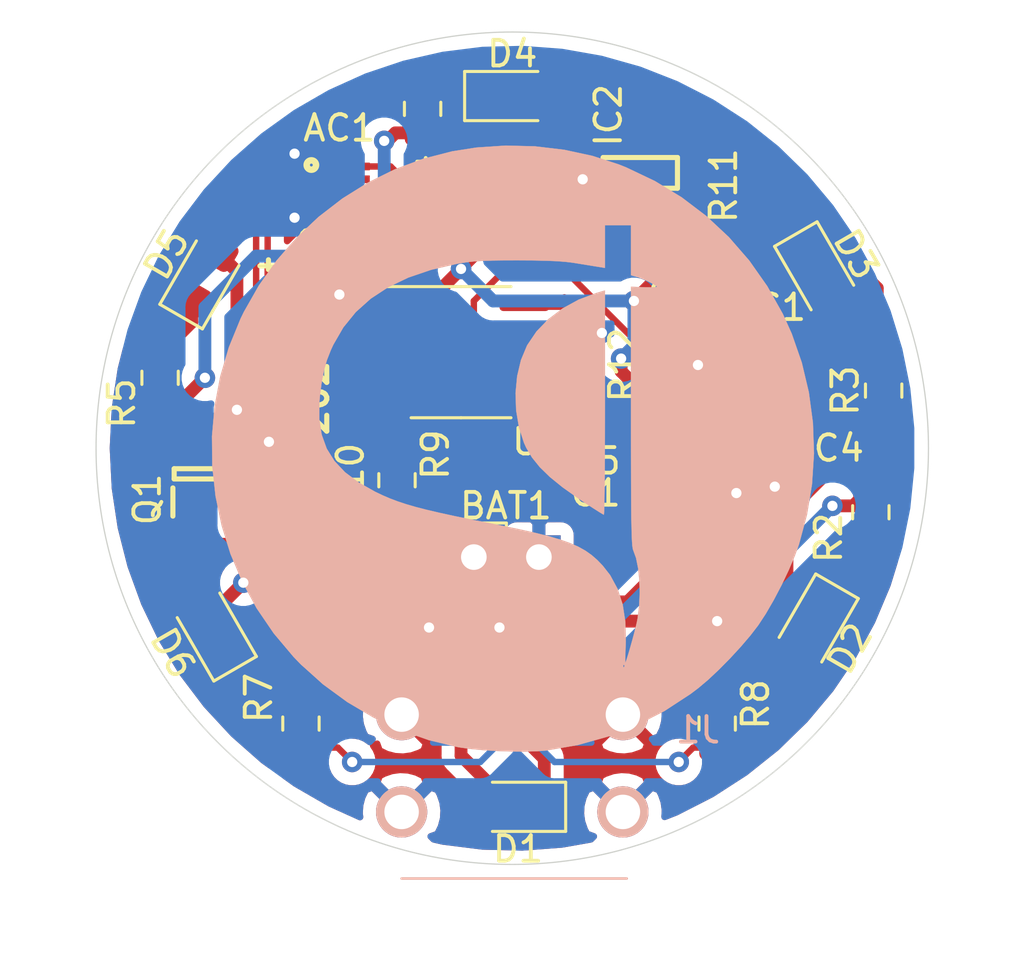
<source format=kicad_pcb>
(kicad_pcb (version 20171130) (host pcbnew "(5.1.6)-1")

  (general
    (thickness 1.6)
    (drawings 2)
    (tracks 210)
    (zones 0)
    (modules 33)
    (nets 27)
  )

  (page A4)
  (layers
    (0 F.Cu signal)
    (31 B.Cu signal)
    (32 B.Adhes user)
    (33 F.Adhes user)
    (34 B.Paste user)
    (35 F.Paste user)
    (36 B.SilkS user)
    (37 F.SilkS user)
    (38 B.Mask user)
    (39 F.Mask user)
    (40 Dwgs.User user)
    (41 Cmts.User user)
    (42 Eco1.User user)
    (43 Eco2.User user)
    (44 Edge.Cuts user)
    (45 Margin user)
    (46 B.CrtYd user)
    (47 F.CrtYd user)
    (48 B.Fab user hide)
    (49 F.Fab user hide)
  )

  (setup
    (last_trace_width 0.25)
    (user_trace_width 0.5)
    (trace_clearance 0.128)
    (zone_clearance 0.508)
    (zone_45_only no)
    (trace_min 0.2)
    (via_size 0.8)
    (via_drill 0.4)
    (via_min_size 0.4)
    (via_min_drill 0.3)
    (uvia_size 0.3)
    (uvia_drill 0.1)
    (uvias_allowed no)
    (uvia_min_size 0.2)
    (uvia_min_drill 0.1)
    (edge_width 0.05)
    (segment_width 0.2)
    (pcb_text_width 0.3)
    (pcb_text_size 1.5 1.5)
    (mod_edge_width 0.12)
    (mod_text_size 1 1)
    (mod_text_width 0.15)
    (pad_size 1.524 1.524)
    (pad_drill 0.762)
    (pad_to_mask_clearance 0.05)
    (aux_axis_origin 0 0)
    (visible_elements 7FFFFF7F)
    (pcbplotparams
      (layerselection 0x010f0_ffffffff)
      (usegerberextensions false)
      (usegerberattributes true)
      (usegerberadvancedattributes true)
      (creategerberjobfile true)
      (excludeedgelayer true)
      (linewidth 0.100000)
      (plotframeref false)
      (viasonmask false)
      (mode 1)
      (useauxorigin false)
      (hpglpennumber 1)
      (hpglpenspeed 20)
      (hpglpendiameter 15.000000)
      (psnegative false)
      (psa4output false)
      (plotreference true)
      (plotvalue true)
      (plotinvisibletext false)
      (padsonsilk false)
      (subtractmaskfromsilk false)
      (outputformat 1)
      (mirror false)
      (drillshape 0)
      (scaleselection 1)
      (outputdirectory "./PPLight-2020-11"))
  )

  (net 0 "")
  (net 1 SCL)
  (net 2 /3v3)
  (net 3 "Net-(AC1-Pad9)")
  (net 4 "Net-(AC1-Pad8)")
  (net 5 "Net-(AC1-Pad7)")
  (net 6 GND)
  (net 7 INT)
  (net 8 "Net-(AC1-Pad3)")
  (net 9 SDA)
  (net 10 /3v7-5v)
  (net 11 /USB_V)
  (net 12 "Net-(D1-Pad1)")
  (net 13 "Net-(D2-Pad1)")
  (net 14 "Net-(D3-Pad1)")
  (net 15 "Net-(D4-Pad1)")
  (net 16 "Net-(IC1-Pad6)")
  (net 17 "Net-(IC1-Pad5)")
  (net 18 CHRG)
  (net 19 "Net-(J1-PadB5)")
  (net 20 "Net-(J1-PadA5)")
  (net 21 "Net-(Q1-Pad3)")
  (net 22 "Net-(Q1-Pad1)")
  (net 23 LED)
  (net 24 "Net-(U1-Pad6)")
  (net 25 "Net-(D5-Pad1)")
  (net 26 "Net-(D6-Pad1)")

  (net_class Default "This is the default net class."
    (clearance 0.128)
    (trace_width 0.25)
    (via_dia 0.8)
    (via_drill 0.4)
    (uvia_dia 0.3)
    (uvia_drill 0.1)
    (add_net /3v3)
    (add_net /3v7-5v)
    (add_net /USB_V)
    (add_net CHRG)
    (add_net GND)
    (add_net INT)
    (add_net LED)
    (add_net "Net-(AC1-Pad3)")
    (add_net "Net-(AC1-Pad7)")
    (add_net "Net-(AC1-Pad8)")
    (add_net "Net-(AC1-Pad9)")
    (add_net "Net-(D1-Pad1)")
    (add_net "Net-(D2-Pad1)")
    (add_net "Net-(D3-Pad1)")
    (add_net "Net-(D4-Pad1)")
    (add_net "Net-(D5-Pad1)")
    (add_net "Net-(D6-Pad1)")
    (add_net "Net-(IC1-Pad5)")
    (add_net "Net-(IC1-Pad6)")
    (add_net "Net-(J1-PadA5)")
    (add_net "Net-(J1-PadB5)")
    (add_net "Net-(Q1-Pad1)")
    (add_net "Net-(Q1-Pad3)")
    (add_net "Net-(U1-Pad6)")
    (add_net SCL)
    (add_net SDA)
  )

  (module Graphics:pp_logo_inverse (layer B.Cu) (tedit 0) (tstamp 5FB12D31)
    (at 100 75.5 180)
    (fp_text reference G*** (at 0 0) (layer B.SilkS) hide
      (effects (font (size 1.524 1.524) (thickness 0.3)) (justify mirror))
    )
    (fp_text value LOGO (at 0.75 0) (layer B.SilkS) hide
      (effects (font (size 1.524 1.524) (thickness 0.3)) (justify mirror))
    )
    (fp_poly (pts (xy -3.286125 6.561942) (xy -2.597843 6.304167) (xy -1.968792 5.960685) (xy -1.414181 5.543045)
      (xy -0.949215 5.062801) (xy -0.589104 4.531503) (xy -0.572417 4.500607) (xy -0.339114 3.940591)
      (xy -0.191072 3.314575) (xy -0.128488 2.650861) (xy -0.151559 1.977752) (xy -0.260481 1.32355)
      (xy -0.455451 0.716558) (xy -0.544773 0.519042) (xy -0.770314 0.138723) (xy -1.074615 -0.23829)
      (xy -1.468082 -0.622061) (xy -1.961121 -1.022651) (xy -2.56414 -1.450124) (xy -2.619489 -1.487147)
      (xy -2.920289 -1.685949) (xy -3.184466 -1.857524) (xy -3.393993 -1.990406) (xy -3.530842 -2.073131)
      (xy -3.576067 -2.0955) (xy -3.583339 -2.033706) (xy -3.590228 -1.855151) (xy -3.596635 -1.570074)
      (xy -3.602457 -1.188713) (xy -3.607592 -0.721305) (xy -3.61194 -0.178091) (xy -3.615399 0.430693)
      (xy -3.617866 1.094806) (xy -3.619241 1.804011) (xy -3.6195 2.282578) (xy -3.6195 6.660655)
      (xy -3.286125 6.561942)) (layer B.SilkS) (width 0.01))
    (fp_poly (pts (xy 1.396022 12.240308) (xy 2.346588 12.091628) (xy 3.48474 11.799436) (xy 4.583897 11.390645)
      (xy 5.635627 10.871925) (xy 6.631502 10.249943) (xy 7.56309 9.531368) (xy 8.421961 8.722868)
      (xy 9.199686 7.831112) (xy 9.887834 6.862769) (xy 10.477974 5.824507) (xy 10.608524 5.55625)
      (xy 11.065278 4.440997) (xy 11.402327 3.29793) (xy 11.621272 2.136227) (xy 11.723711 0.965066)
      (xy 11.711246 -0.206376) (xy 11.585475 -1.368923) (xy 11.347998 -2.513396) (xy 11.000416 -3.630618)
      (xy 10.544327 -4.711411) (xy 9.981333 -5.7466) (xy 9.313032 -6.727005) (xy 8.541025 -7.643451)
      (xy 8.256192 -7.937854) (xy 7.38913 -8.71711) (xy 6.440438 -9.410653) (xy 5.425651 -10.010366)
      (xy 4.360307 -10.508133) (xy 3.259939 -10.895837) (xy 2.140085 -11.16536) (xy 2.046585 -11.182194)
      (xy 1.627509 -11.241047) (xy 1.128883 -11.287823) (xy 0.58519 -11.321316) (xy 0.030914 -11.340319)
      (xy -0.499464 -11.343625) (xy -0.97146 -11.330029) (xy -1.3335 -11.300463) (xy -2.550201 -11.089254)
      (xy -3.729261 -10.759825) (xy -4.862314 -10.315617) (xy -5.940992 -9.760066) (xy -6.956928 -9.096613)
      (xy -7.268267 -8.86141) (xy -7.64434 -8.5438) (xy -8.06323 -8.150728) (xy -8.211097 -8.001)
      (xy -4.3815 -8.001) (xy -4.358267 -8.053267) (xy -4.339167 -8.043333) (xy -4.331567 -7.967973)
      (xy -4.339167 -7.958666) (xy -4.376918 -7.967383) (xy -4.3815 -8.001) (xy -8.211097 -8.001)
      (xy -8.496588 -7.711916) (xy -8.916064 -7.25709) (xy -9.293309 -6.815974) (xy -9.599973 -6.418292)
      (xy -9.604698 -6.411678) (xy -9.89955 -5.962373) (xy -10.20894 -5.428288) (xy -10.513872 -4.84714)
      (xy -10.795351 -4.256641) (xy -11.034382 -3.694508) (xy -11.192835 -3.258467) (xy -11.508106 -2.090409)
      (xy -11.703618 -0.900831) (xy -11.780173 0.298846) (xy -11.738569 1.497202) (xy -11.579604 2.682814)
      (xy -11.30408 3.844262) (xy -10.912795 4.970123) (xy -10.562598 5.74675) (xy -9.968118 6.805764)
      (xy -5.65165 6.805764) (xy -5.59333 6.788186) (xy -5.438197 6.779474) (xy -5.216211 6.780944)
      (xy -5.14365 6.783461) (xy -4.6355 6.804171) (xy -4.6355 1.747932) (xy -4.63583 0.799459)
      (xy -4.636906 -0.029762) (xy -4.638855 -0.74748) (xy -4.641807 -1.36144) (xy -4.64589 -1.879391)
      (xy -4.651233 -2.309079) (xy -4.657964 -2.658252) (xy -4.666211 -2.934657) (xy -4.676104 -3.14604)
      (xy -4.68777 -3.300149) (xy -4.701338 -3.404732) (xy -4.716938 -3.467535) (xy -4.722229 -3.479778)
      (xy -4.83315 -3.785144) (xy -4.913464 -4.184176) (xy -4.961639 -4.646911) (xy -4.976141 -5.143388)
      (xy -4.955437 -5.643643) (xy -4.897994 -6.117716) (xy -4.865845 -6.2865) (xy -4.818665 -6.488544)
      (xy -4.753523 -6.742513) (xy -4.678028 -7.021696) (xy -4.59979 -7.299383) (xy -4.526417 -7.548862)
      (xy -4.465518 -7.743424) (xy -4.424702 -7.856357) (xy -4.413611 -7.874) (xy -4.411512 -7.814493)
      (xy -4.413863 -7.651749) (xy -4.420137 -7.409434) (xy -4.429809 -7.111214) (xy -4.431762 -7.056443)
      (xy -4.416661 -6.28645) (xy -4.311094 -5.600585) (xy -4.112892 -4.991695) (xy -3.819889 -4.452626)
      (xy -3.530628 -4.083189) (xy -3.319508 -3.864493) (xy -3.099092 -3.671923) (xy -2.856933 -3.500758)
      (xy -2.580582 -3.346279) (xy -2.257589 -3.203765) (xy -1.875507 -3.068496) (xy -1.421886 -2.935752)
      (xy -0.884278 -2.800812) (xy -0.250233 -2.658956) (xy 0.492696 -2.505464) (xy 0.782412 -2.44779)
      (xy 1.574973 -2.289347) (xy 2.256103 -2.148485) (xy 2.839564 -2.021445) (xy 3.339118 -1.904465)
      (xy 3.768529 -1.793787) (xy 4.141558 -1.685649) (xy 4.471969 -1.576293) (xy 4.773523 -1.461956)
      (xy 5.059983 -1.338881) (xy 5.345113 -1.203305) (xy 5.354596 -1.198606) (xy 6.002582 -0.833456)
      (xy 6.530414 -0.436662) (xy 6.942755 -0.000013) (xy 7.24427 0.484702) (xy 7.439624 1.025694)
      (xy 7.533481 1.631173) (xy 7.530506 2.309351) (xy 7.505067 2.586848) (xy 7.434825 3.112692)
      (xy 7.348501 3.551283) (xy 7.235575 3.942248) (xy 7.085528 4.325212) (xy 6.98651 4.54025)
      (xy 6.595774 5.216629) (xy 6.109102 5.816046) (xy 5.524907 6.339541) (xy 4.841598 6.788154)
      (xy 4.057587 7.162924) (xy 3.171286 7.464892) (xy 2.181105 7.695098) (xy 2.160287 7.698967)
      (xy 1.905974 7.742826) (xy 1.662811 7.776297) (xy 1.407769 7.800705) (xy 1.11782 7.817375)
      (xy 0.769932 7.827632) (xy 0.341078 7.8328) (xy -0.1905 7.834204) (xy -0.802054 7.831156)
      (xy -1.30559 7.821504) (xy -1.719963 7.804383) (xy -2.064027 7.778928) (xy -2.356635 7.744272)
      (xy -2.44475 7.730729) (xy -2.749225 7.681195) (xy -3.038177 7.634257) (xy -3.268016 7.596994)
      (xy -3.349625 7.583803) (xy -3.6195 7.540269) (xy -3.6195 9.2075) (xy -4.6355 9.2075)
      (xy -4.6355 7.252768) (xy -4.808074 7.209455) (xy -4.965144 7.157875) (xy -5.16067 7.077544)
      (xy -5.360269 6.984916) (xy -5.529557 6.896444) (xy -5.634152 6.828584) (xy -5.65165 6.805764)
      (xy -9.968118 6.805764) (xy -9.956287 6.826839) (xy -9.253184 7.826411) (xy -8.458178 8.741014)
      (xy -7.576156 9.566196) (xy -6.612007 10.297503) (xy -5.570617 10.930484) (xy -4.456875 11.460686)
      (xy -4.15925 11.579921) (xy -3.121997 11.916355) (xy -2.026398 12.152297) (xy -0.893898 12.286061)
      (xy 0.254057 12.31596) (xy 1.396022 12.240308)) (layer B.SilkS) (width 0.01))
  )

  (module Resistor_SMD:R_0603_1608Metric_Pad1.05x0.95mm_HandSolder (layer F.Cu) (tedit 5B301BBD) (tstamp 5FA1AAD0)
    (at 105.75 71.75 90)
    (descr "Resistor SMD 0603 (1608 Metric), square (rectangular) end terminal, IPC_7351 nominal with elongated pad for handsoldering. (Body size source: http://www.tortai-tech.com/upload/download/2011102023233369053.pdf), generated with kicad-footprint-generator")
    (tags "resistor handsolder")
    (path /5ECBD90F)
    (attr smd)
    (fp_text reference R12 (at 0 -1.43 90) (layer F.SilkS)
      (effects (font (size 1 1) (thickness 0.15)))
    )
    (fp_text value 10k (at 0 1.43 90) (layer F.Fab)
      (effects (font (size 1 1) (thickness 0.15)))
    )
    (fp_line (start 1.65 0.73) (end -1.65 0.73) (layer F.CrtYd) (width 0.05))
    (fp_line (start 1.65 -0.73) (end 1.65 0.73) (layer F.CrtYd) (width 0.05))
    (fp_line (start -1.65 -0.73) (end 1.65 -0.73) (layer F.CrtYd) (width 0.05))
    (fp_line (start -1.65 0.73) (end -1.65 -0.73) (layer F.CrtYd) (width 0.05))
    (fp_line (start -0.171267 0.51) (end 0.171267 0.51) (layer F.SilkS) (width 0.12))
    (fp_line (start -0.171267 -0.51) (end 0.171267 -0.51) (layer F.SilkS) (width 0.12))
    (fp_line (start 0.8 0.4) (end -0.8 0.4) (layer F.Fab) (width 0.1))
    (fp_line (start 0.8 -0.4) (end 0.8 0.4) (layer F.Fab) (width 0.1))
    (fp_line (start -0.8 -0.4) (end 0.8 -0.4) (layer F.Fab) (width 0.1))
    (fp_line (start -0.8 0.4) (end -0.8 -0.4) (layer F.Fab) (width 0.1))
    (fp_text user %R (at 0 0 90) (layer F.Fab)
      (effects (font (size 1 1) (thickness 0.15)))
    )
    (pad 2 smd roundrect (at 0.875 0 90) (size 1.05 0.95) (layers F.Cu F.Paste F.Mask) (roundrect_rratio 0.25)
      (net 18 CHRG))
    (pad 1 smd roundrect (at -0.875 0 90) (size 1.05 0.95) (layers F.Cu F.Paste F.Mask) (roundrect_rratio 0.25)
      (net 2 /3v3))
    (model ${KISYS3DMOD}/Resistor_SMD.3dshapes/R_0603_1608Metric.wrl
      (at (xyz 0 0 0))
      (scale (xyz 1 1 1))
      (rotate (xyz 0 0 0))
    )
  )

  (module Resistor_SMD:R_0603_1608Metric_Pad1.05x0.95mm_HandSolder (layer F.Cu) (tedit 5B301BBD) (tstamp 5FA2139B)
    (at 108.25 67.75 270)
    (descr "Resistor SMD 0603 (1608 Metric), square (rectangular) end terminal, IPC_7351 nominal with elongated pad for handsoldering. (Body size source: http://www.tortai-tech.com/upload/download/2011102023233369053.pdf), generated with kicad-footprint-generator")
    (tags "resistor handsolder")
    (path /5FC60BE3)
    (attr smd)
    (fp_text reference R11 (at -3 0 90) (layer F.SilkS)
      (effects (font (size 1 1) (thickness 0.15)))
    )
    (fp_text value 10k (at 0 1.43 90) (layer F.Fab)
      (effects (font (size 1 1) (thickness 0.15)))
    )
    (fp_line (start 1.65 0.73) (end -1.65 0.73) (layer F.CrtYd) (width 0.05))
    (fp_line (start 1.65 -0.73) (end 1.65 0.73) (layer F.CrtYd) (width 0.05))
    (fp_line (start -1.65 -0.73) (end 1.65 -0.73) (layer F.CrtYd) (width 0.05))
    (fp_line (start -1.65 0.73) (end -1.65 -0.73) (layer F.CrtYd) (width 0.05))
    (fp_line (start -0.171267 0.51) (end 0.171267 0.51) (layer F.SilkS) (width 0.12))
    (fp_line (start -0.171267 -0.51) (end 0.171267 -0.51) (layer F.SilkS) (width 0.12))
    (fp_line (start 0.8 0.4) (end -0.8 0.4) (layer F.Fab) (width 0.1))
    (fp_line (start 0.8 -0.4) (end 0.8 0.4) (layer F.Fab) (width 0.1))
    (fp_line (start -0.8 -0.4) (end 0.8 -0.4) (layer F.Fab) (width 0.1))
    (fp_line (start -0.8 0.4) (end -0.8 -0.4) (layer F.Fab) (width 0.1))
    (fp_text user %R (at 0 0 90) (layer F.Fab)
      (effects (font (size 1 1) (thickness 0.15)))
    )
    (pad 2 smd roundrect (at 0.875 0 270) (size 1.05 0.95) (layers F.Cu F.Paste F.Mask) (roundrect_rratio 0.25)
      (net 16 "Net-(IC1-Pad6)"))
    (pad 1 smd roundrect (at -0.875 0 270) (size 1.05 0.95) (layers F.Cu F.Paste F.Mask) (roundrect_rratio 0.25)
      (net 6 GND))
    (model ${KISYS3DMOD}/Resistor_SMD.3dshapes/R_0603_1608Metric.wrl
      (at (xyz 0 0 0))
      (scale (xyz 1 1 1))
      (rotate (xyz 0 0 0))
    )
  )

  (module Resistor_SMD:R_0603_1608Metric_Pad1.05x0.95mm_HandSolder (layer F.Cu) (tedit 5B301BBD) (tstamp 5FA1AABF)
    (at 92.25 76.25 270)
    (descr "Resistor SMD 0603 (1608 Metric), square (rectangular) end terminal, IPC_7351 nominal with elongated pad for handsoldering. (Body size source: http://www.tortai-tech.com/upload/download/2011102023233369053.pdf), generated with kicad-footprint-generator")
    (tags "resistor handsolder")
    (path /5ECBF49F)
    (attr smd)
    (fp_text reference R10 (at 0 -1.43 90) (layer F.SilkS)
      (effects (font (size 1 1) (thickness 0.15)))
    )
    (fp_text value 10k (at 0 1.43 90) (layer F.Fab)
      (effects (font (size 1 1) (thickness 0.15)))
    )
    (fp_line (start 1.65 0.73) (end -1.65 0.73) (layer F.CrtYd) (width 0.05))
    (fp_line (start 1.65 -0.73) (end 1.65 0.73) (layer F.CrtYd) (width 0.05))
    (fp_line (start -1.65 -0.73) (end 1.65 -0.73) (layer F.CrtYd) (width 0.05))
    (fp_line (start -1.65 0.73) (end -1.65 -0.73) (layer F.CrtYd) (width 0.05))
    (fp_line (start -0.171267 0.51) (end 0.171267 0.51) (layer F.SilkS) (width 0.12))
    (fp_line (start -0.171267 -0.51) (end 0.171267 -0.51) (layer F.SilkS) (width 0.12))
    (fp_line (start 0.8 0.4) (end -0.8 0.4) (layer F.Fab) (width 0.1))
    (fp_line (start 0.8 -0.4) (end 0.8 0.4) (layer F.Fab) (width 0.1))
    (fp_line (start -0.8 -0.4) (end 0.8 -0.4) (layer F.Fab) (width 0.1))
    (fp_line (start -0.8 0.4) (end -0.8 -0.4) (layer F.Fab) (width 0.1))
    (fp_text user %R (at 0 0 90) (layer F.Fab)
      (effects (font (size 1 1) (thickness 0.15)))
    )
    (pad 2 smd roundrect (at 0.875 0 270) (size 1.05 0.95) (layers F.Cu F.Paste F.Mask) (roundrect_rratio 0.25)
      (net 22 "Net-(Q1-Pad1)"))
    (pad 1 smd roundrect (at -0.875 0 270) (size 1.05 0.95) (layers F.Cu F.Paste F.Mask) (roundrect_rratio 0.25)
      (net 6 GND))
    (model ${KISYS3DMOD}/Resistor_SMD.3dshapes/R_0603_1608Metric.wrl
      (at (xyz 0 0 0))
      (scale (xyz 1 1 1))
      (rotate (xyz 0 0 0))
    )
  )

  (module SamacSys_Parts:SOT95P280X125-6N (layer F.Cu) (tedit 5F4060B3) (tstamp 5FA1A9F2)
    (at 109.75 71.75)
    (descr SOT-23-5)
    (tags "Integrated Circuit")
    (path /5F53221A)
    (attr smd)
    (fp_text reference IC1 (at 0.5 -2.25) (layer F.SilkS)
      (effects (font (size 1 1) (thickness 0.15)))
    )
    (fp_text value TP4057-42-SOT26-R (at 0 0) (layer F.SilkS) hide
      (effects (font (size 1 1) (thickness 0.15)))
    )
    (fp_line (start -2.1 -1.763) (end 2.1 -1.763) (layer Dwgs.User) (width 0.05))
    (fp_line (start 2.1 -1.763) (end 2.1 1.763) (layer Dwgs.User) (width 0.05))
    (fp_line (start 2.1 1.763) (end -2.1 1.763) (layer Dwgs.User) (width 0.05))
    (fp_line (start -2.1 1.763) (end -2.1 -1.763) (layer Dwgs.User) (width 0.05))
    (fp_line (start -0.813 -1.463) (end 0.813 -1.463) (layer Dwgs.User) (width 0.1))
    (fp_line (start 0.813 -1.463) (end 0.813 1.463) (layer Dwgs.User) (width 0.1))
    (fp_line (start 0.813 1.463) (end -0.813 1.463) (layer Dwgs.User) (width 0.1))
    (fp_line (start -0.813 1.463) (end -0.813 -1.463) (layer Dwgs.User) (width 0.1))
    (fp_line (start -0.813 -0.513) (end 0.137 -1.463) (layer Dwgs.User) (width 0.1))
    (fp_line (start -0.1 -1.463) (end 0.1 -1.463) (layer F.SilkS) (width 0.2))
    (fp_line (start 0.1 -1.463) (end 0.1 1.463) (layer F.SilkS) (width 0.2))
    (fp_line (start 0.1 1.463) (end -0.1 1.463) (layer F.SilkS) (width 0.2))
    (fp_line (start -0.1 1.463) (end -0.1 -1.463) (layer F.SilkS) (width 0.2))
    (fp_line (start -1.85 -1.6) (end -0.45 -1.6) (layer F.SilkS) (width 0.2))
    (pad 6 smd rect (at 1.15 -0.95 90) (size 0.6 1.4) (layers F.Cu F.Paste F.Mask)
      (net 16 "Net-(IC1-Pad6)"))
    (pad 5 smd rect (at 1.15 0 90) (size 0.6 1.4) (layers F.Cu F.Paste F.Mask)
      (net 17 "Net-(IC1-Pad5)"))
    (pad 4 smd rect (at 1.15 0.95 90) (size 0.6 1.4) (layers F.Cu F.Paste F.Mask)
      (net 11 /USB_V))
    (pad 3 smd rect (at -1.15 0.95 90) (size 0.6 1.4) (layers F.Cu F.Paste F.Mask)
      (net 10 /3v7-5v))
    (pad 2 smd rect (at -1.15 0 90) (size 0.6 1.4) (layers F.Cu F.Paste F.Mask)
      (net 6 GND))
    (pad 1 smd rect (at -1.15 -0.95 90) (size 0.6 1.4) (layers F.Cu F.Paste F.Mask)
      (net 18 CHRG))
  )

  (module Resistor_SMD:R_0805_2012Metric (layer F.Cu) (tedit 5B36C52B) (tstamp 5FA1B3A0)
    (at 114 77.5 90)
    (descr "Resistor SMD 0805 (2012 Metric), square (rectangular) end terminal, IPC_7351 nominal, (Body size source: https://docs.google.com/spreadsheets/d/1BsfQQcO9C6DZCsRaXUlFlo91Tg2WpOkGARC1WS5S8t0/edit?usp=sharing), generated with kicad-footprint-generator")
    (tags resistor)
    (path /5FC0B296)
    (attr smd)
    (fp_text reference R2 (at -1 -1.65 90) (layer F.SilkS)
      (effects (font (size 1 1) (thickness 0.15)))
    )
    (fp_text value 220 (at 0 1.65 90) (layer F.Fab)
      (effects (font (size 1 1) (thickness 0.15)))
    )
    (fp_line (start -1 0.6) (end -1 -0.6) (layer F.Fab) (width 0.1))
    (fp_line (start -1 -0.6) (end 1 -0.6) (layer F.Fab) (width 0.1))
    (fp_line (start 1 -0.6) (end 1 0.6) (layer F.Fab) (width 0.1))
    (fp_line (start 1 0.6) (end -1 0.6) (layer F.Fab) (width 0.1))
    (fp_line (start -0.258578 -0.71) (end 0.258578 -0.71) (layer F.SilkS) (width 0.12))
    (fp_line (start -0.258578 0.71) (end 0.258578 0.71) (layer F.SilkS) (width 0.12))
    (fp_line (start -1.68 0.95) (end -1.68 -0.95) (layer F.CrtYd) (width 0.05))
    (fp_line (start -1.68 -0.95) (end 1.68 -0.95) (layer F.CrtYd) (width 0.05))
    (fp_line (start 1.68 -0.95) (end 1.68 0.95) (layer F.CrtYd) (width 0.05))
    (fp_line (start 1.68 0.95) (end -1.68 0.95) (layer F.CrtYd) (width 0.05))
    (fp_text user %R (at 0 0 90) (layer F.Fab)
      (effects (font (size 1 1) (thickness 0.15)))
    )
    (pad 2 smd roundrect (at 0.9375 0 90) (size 0.975 1.4) (layers F.Cu F.Paste F.Mask) (roundrect_rratio 0.25)
      (net 21 "Net-(Q1-Pad3)"))
    (pad 1 smd roundrect (at -0.9375 0 90) (size 0.975 1.4) (layers F.Cu F.Paste F.Mask) (roundrect_rratio 0.25)
      (net 13 "Net-(D2-Pad1)"))
    (model ${KISYS3DMOD}/Resistor_SMD.3dshapes/R_0805_2012Metric.wrl
      (at (xyz 0 0 0))
      (scale (xyz 1 1 1))
      (rotate (xyz 0 0 0))
    )
  )

  (module Resistor_SMD:R_0805_2012Metric (layer F.Cu) (tedit 5B36C52B) (tstamp 5FA1B38F)
    (at 100.25 85.1875 90)
    (descr "Resistor SMD 0805 (2012 Metric), square (rectangular) end terminal, IPC_7351 nominal, (Body size source: https://docs.google.com/spreadsheets/d/1BsfQQcO9C6DZCsRaXUlFlo91Tg2WpOkGARC1WS5S8t0/edit?usp=sharing), generated with kicad-footprint-generator")
    (tags resistor)
    (path /5FC0D5AD)
    (attr smd)
    (fp_text reference R1 (at 0 -1.65 90) (layer F.SilkS)
      (effects (font (size 1 1) (thickness 0.15)))
    )
    (fp_text value 220 (at 0 1.65 90) (layer F.Fab)
      (effects (font (size 1 1) (thickness 0.15)))
    )
    (fp_line (start -1 0.6) (end -1 -0.6) (layer F.Fab) (width 0.1))
    (fp_line (start -1 -0.6) (end 1 -0.6) (layer F.Fab) (width 0.1))
    (fp_line (start 1 -0.6) (end 1 0.6) (layer F.Fab) (width 0.1))
    (fp_line (start 1 0.6) (end -1 0.6) (layer F.Fab) (width 0.1))
    (fp_line (start -0.258578 -0.71) (end 0.258578 -0.71) (layer F.SilkS) (width 0.12))
    (fp_line (start -0.258578 0.71) (end 0.258578 0.71) (layer F.SilkS) (width 0.12))
    (fp_line (start -1.68 0.95) (end -1.68 -0.95) (layer F.CrtYd) (width 0.05))
    (fp_line (start -1.68 -0.95) (end 1.68 -0.95) (layer F.CrtYd) (width 0.05))
    (fp_line (start 1.68 -0.95) (end 1.68 0.95) (layer F.CrtYd) (width 0.05))
    (fp_line (start 1.68 0.95) (end -1.68 0.95) (layer F.CrtYd) (width 0.05))
    (fp_text user %R (at 0 0 90) (layer F.Fab)
      (effects (font (size 1 1) (thickness 0.15)))
    )
    (pad 2 smd roundrect (at 0.9375 0 90) (size 0.975 1.4) (layers F.Cu F.Paste F.Mask) (roundrect_rratio 0.25)
      (net 21 "Net-(Q1-Pad3)"))
    (pad 1 smd roundrect (at -0.9375 0 90) (size 0.975 1.4) (layers F.Cu F.Paste F.Mask) (roundrect_rratio 0.25)
      (net 12 "Net-(D1-Pad1)"))
    (model ${KISYS3DMOD}/Resistor_SMD.3dshapes/R_0805_2012Metric.wrl
      (at (xyz 0 0 0))
      (scale (xyz 1 1 1))
      (rotate (xyz 0 0 0))
    )
  )

  (module LED_SMD:LED_0805_2012Metric_Pad1.15x1.40mm_HandSolder (layer F.Cu) (tedit 5B4B45C9) (tstamp 5FA1B29B)
    (at 111.75 82 240)
    (descr "LED SMD 0805 (2012 Metric), square (rectangular) end terminal, IPC_7351 nominal, (Body size source: https://docs.google.com/spreadsheets/d/1BsfQQcO9C6DZCsRaXUlFlo91Tg2WpOkGARC1WS5S8t0/edit?usp=sharing), generated with kicad-footprint-generator")
    (tags "LED handsolder")
    (path /5FC0B29C)
    (attr smd)
    (fp_text reference D2 (at 0 -1.65 60) (layer F.SilkS)
      (effects (font (size 1 1) (thickness 0.15)))
    )
    (fp_text value LED (at 0 1.65 60) (layer F.Fab)
      (effects (font (size 1 1) (thickness 0.15)))
    )
    (fp_line (start 1 -0.6) (end -0.7 -0.6) (layer F.Fab) (width 0.1))
    (fp_line (start -0.7 -0.6) (end -1 -0.3) (layer F.Fab) (width 0.1))
    (fp_line (start -1 -0.3) (end -1 0.6) (layer F.Fab) (width 0.1))
    (fp_line (start -1 0.6) (end 1 0.6) (layer F.Fab) (width 0.1))
    (fp_line (start 1 0.6) (end 1 -0.6) (layer F.Fab) (width 0.1))
    (fp_line (start 1 -0.96) (end -1.86 -0.96) (layer F.SilkS) (width 0.12))
    (fp_line (start -1.86 -0.96) (end -1.86 0.96) (layer F.SilkS) (width 0.12))
    (fp_line (start -1.86 0.96) (end 1 0.96) (layer F.SilkS) (width 0.12))
    (fp_line (start -1.85 0.95) (end -1.85 -0.95) (layer F.CrtYd) (width 0.05))
    (fp_line (start -1.85 -0.95) (end 1.85 -0.95) (layer F.CrtYd) (width 0.05))
    (fp_line (start 1.85 -0.95) (end 1.85 0.95) (layer F.CrtYd) (width 0.05))
    (fp_line (start 1.85 0.95) (end -1.85 0.95) (layer F.CrtYd) (width 0.05))
    (fp_text user %R (at 0 0 60) (layer F.Fab)
      (effects (font (size 1 1) (thickness 0.15)))
    )
    (pad 2 smd roundrect (at 1.025 0 240) (size 1.15 1.4) (layers F.Cu F.Paste F.Mask) (roundrect_rratio 0.217391)
      (net 10 /3v7-5v))
    (pad 1 smd roundrect (at -1.025 0 240) (size 1.15 1.4) (layers F.Cu F.Paste F.Mask) (roundrect_rratio 0.217391)
      (net 13 "Net-(D2-Pad1)"))
    (model ${KISYS3DMOD}/LED_SMD.3dshapes/LED_0805_2012Metric.wrl
      (at (xyz 0 0 0))
      (scale (xyz 1 1 1))
      (rotate (xyz 0 0 0))
    )
  )

  (module LED_SMD:LED_0805_2012Metric_Pad1.15x1.40mm_HandSolder (layer F.Cu) (tedit 5B4B45C9) (tstamp 5FA1B288)
    (at 100.225 89 180)
    (descr "LED SMD 0805 (2012 Metric), square (rectangular) end terminal, IPC_7351 nominal, (Body size source: https://docs.google.com/spreadsheets/d/1BsfQQcO9C6DZCsRaXUlFlo91Tg2WpOkGARC1WS5S8t0/edit?usp=sharing), generated with kicad-footprint-generator")
    (tags "LED handsolder")
    (path /5FC0D5B3)
    (attr smd)
    (fp_text reference D1 (at 0 -1.65) (layer F.SilkS)
      (effects (font (size 1 1) (thickness 0.15)))
    )
    (fp_text value LED (at 0 1.65) (layer F.Fab)
      (effects (font (size 1 1) (thickness 0.15)))
    )
    (fp_line (start 1 -0.6) (end -0.7 -0.6) (layer F.Fab) (width 0.1))
    (fp_line (start -0.7 -0.6) (end -1 -0.3) (layer F.Fab) (width 0.1))
    (fp_line (start -1 -0.3) (end -1 0.6) (layer F.Fab) (width 0.1))
    (fp_line (start -1 0.6) (end 1 0.6) (layer F.Fab) (width 0.1))
    (fp_line (start 1 0.6) (end 1 -0.6) (layer F.Fab) (width 0.1))
    (fp_line (start 1 -0.96) (end -1.86 -0.96) (layer F.SilkS) (width 0.12))
    (fp_line (start -1.86 -0.96) (end -1.86 0.96) (layer F.SilkS) (width 0.12))
    (fp_line (start -1.86 0.96) (end 1 0.96) (layer F.SilkS) (width 0.12))
    (fp_line (start -1.85 0.95) (end -1.85 -0.95) (layer F.CrtYd) (width 0.05))
    (fp_line (start -1.85 -0.95) (end 1.85 -0.95) (layer F.CrtYd) (width 0.05))
    (fp_line (start 1.85 -0.95) (end 1.85 0.95) (layer F.CrtYd) (width 0.05))
    (fp_line (start 1.85 0.95) (end -1.85 0.95) (layer F.CrtYd) (width 0.05))
    (fp_text user %R (at 0 0) (layer F.Fab)
      (effects (font (size 1 1) (thickness 0.15)))
    )
    (pad 2 smd roundrect (at 1.025 0 180) (size 1.15 1.4) (layers F.Cu F.Paste F.Mask) (roundrect_rratio 0.217391)
      (net 10 /3v7-5v))
    (pad 1 smd roundrect (at -1.025 0 180) (size 1.15 1.4) (layers F.Cu F.Paste F.Mask) (roundrect_rratio 0.217391)
      (net 12 "Net-(D1-Pad1)"))
    (model ${KISYS3DMOD}/LED_SMD.3dshapes/LED_0805_2012Metric.wrl
      (at (xyz 0 0 0))
      (scale (xyz 1 1 1))
      (rotate (xyz 0 0 0))
    )
  )

  (module Package_SO:SOIC-8_3.9x4.9mm_P1.27mm (layer F.Cu) (tedit 5D9F72B1) (tstamp 5FA1AAFB)
    (at 98 71.25)
    (descr "SOIC, 8 Pin (JEDEC MS-012AA, https://www.analog.com/media/en/package-pcb-resources/package/pkg_pdf/soic_narrow-r/r_8.pdf), generated with kicad-footprint-generator ipc_gullwing_generator.py")
    (tags "SOIC SO")
    (path /5EE4AA69)
    (attr smd)
    (fp_text reference U1 (at 3 3.5) (layer F.SilkS)
      (effects (font (size 1 1) (thickness 0.15)))
    )
    (fp_text value ATtiny402-SS (at 0 3.4) (layer F.Fab)
      (effects (font (size 1 1) (thickness 0.15)))
    )
    (fp_line (start 3.7 -2.7) (end -3.7 -2.7) (layer F.CrtYd) (width 0.05))
    (fp_line (start 3.7 2.7) (end 3.7 -2.7) (layer F.CrtYd) (width 0.05))
    (fp_line (start -3.7 2.7) (end 3.7 2.7) (layer F.CrtYd) (width 0.05))
    (fp_line (start -3.7 -2.7) (end -3.7 2.7) (layer F.CrtYd) (width 0.05))
    (fp_line (start -1.95 -1.475) (end -0.975 -2.45) (layer F.Fab) (width 0.1))
    (fp_line (start -1.95 2.45) (end -1.95 -1.475) (layer F.Fab) (width 0.1))
    (fp_line (start 1.95 2.45) (end -1.95 2.45) (layer F.Fab) (width 0.1))
    (fp_line (start 1.95 -2.45) (end 1.95 2.45) (layer F.Fab) (width 0.1))
    (fp_line (start -0.975 -2.45) (end 1.95 -2.45) (layer F.Fab) (width 0.1))
    (fp_line (start 0 -2.56) (end -3.45 -2.56) (layer F.SilkS) (width 0.12))
    (fp_line (start 0 -2.56) (end 1.95 -2.56) (layer F.SilkS) (width 0.12))
    (fp_line (start 0 2.56) (end -1.95 2.56) (layer F.SilkS) (width 0.12))
    (fp_line (start 0 2.56) (end 1.95 2.56) (layer F.SilkS) (width 0.12))
    (fp_text user %R (at 0 0) (layer F.Fab)
      (effects (font (size 1 1) (thickness 0.15)))
    )
    (pad 8 smd roundrect (at 2.475 -1.905) (size 1.95 0.6) (layers F.Cu F.Paste F.Mask) (roundrect_rratio 0.25)
      (net 6 GND))
    (pad 7 smd roundrect (at 2.475 -0.635) (size 1.95 0.6) (layers F.Cu F.Paste F.Mask) (roundrect_rratio 0.25)
      (net 23 LED))
    (pad 6 smd roundrect (at 2.475 0.635) (size 1.95 0.6) (layers F.Cu F.Paste F.Mask) (roundrect_rratio 0.25)
      (net 24 "Net-(U1-Pad6)"))
    (pad 5 smd roundrect (at 2.475 1.905) (size 1.95 0.6) (layers F.Cu F.Paste F.Mask) (roundrect_rratio 0.25)
      (net 1 SCL))
    (pad 4 smd roundrect (at -2.475 1.905) (size 1.95 0.6) (layers F.Cu F.Paste F.Mask) (roundrect_rratio 0.25)
      (net 9 SDA))
    (pad 3 smd roundrect (at -2.475 0.635) (size 1.95 0.6) (layers F.Cu F.Paste F.Mask) (roundrect_rratio 0.25)
      (net 18 CHRG))
    (pad 2 smd roundrect (at -2.475 -0.635) (size 1.95 0.6) (layers F.Cu F.Paste F.Mask) (roundrect_rratio 0.25)
      (net 7 INT))
    (pad 1 smd roundrect (at -2.475 -1.905) (size 1.95 0.6) (layers F.Cu F.Paste F.Mask) (roundrect_rratio 0.25)
      (net 2 /3v3))
    (model ${KISYS3DMOD}/Package_SO.3dshapes/SOIC-8_3.9x4.9mm_P1.27mm.wrl
      (at (xyz 0 0 0))
      (scale (xyz 1 1 1))
      (rotate (xyz 0 0 0))
    )
  )

  (module Resistor_SMD:R_0805_2012Metric (layer F.Cu) (tedit 5B36C52B) (tstamp 5FA1AAAE)
    (at 95.5 76.25 90)
    (descr "Resistor SMD 0805 (2012 Metric), square (rectangular) end terminal, IPC_7351 nominal, (Body size source: https://docs.google.com/spreadsheets/d/1BsfQQcO9C6DZCsRaXUlFlo91Tg2WpOkGARC1WS5S8t0/edit?usp=sharing), generated with kicad-footprint-generator")
    (tags resistor)
    (path /5EDF9BF8)
    (attr smd)
    (fp_text reference R9 (at 1 1.5 90) (layer F.SilkS)
      (effects (font (size 1 1) (thickness 0.15)))
    )
    (fp_text value 10 (at 0 1.65 90) (layer F.Fab)
      (effects (font (size 1 1) (thickness 0.15)))
    )
    (fp_line (start 1.68 0.95) (end -1.68 0.95) (layer F.CrtYd) (width 0.05))
    (fp_line (start 1.68 -0.95) (end 1.68 0.95) (layer F.CrtYd) (width 0.05))
    (fp_line (start -1.68 -0.95) (end 1.68 -0.95) (layer F.CrtYd) (width 0.05))
    (fp_line (start -1.68 0.95) (end -1.68 -0.95) (layer F.CrtYd) (width 0.05))
    (fp_line (start -0.258578 0.71) (end 0.258578 0.71) (layer F.SilkS) (width 0.12))
    (fp_line (start -0.258578 -0.71) (end 0.258578 -0.71) (layer F.SilkS) (width 0.12))
    (fp_line (start 1 0.6) (end -1 0.6) (layer F.Fab) (width 0.1))
    (fp_line (start 1 -0.6) (end 1 0.6) (layer F.Fab) (width 0.1))
    (fp_line (start -1 -0.6) (end 1 -0.6) (layer F.Fab) (width 0.1))
    (fp_line (start -1 0.6) (end -1 -0.6) (layer F.Fab) (width 0.1))
    (fp_text user %R (at 0 0 90) (layer F.Fab)
      (effects (font (size 1 1) (thickness 0.15)))
    )
    (pad 2 smd roundrect (at 0.9375 0 90) (size 0.975 1.4) (layers F.Cu F.Paste F.Mask) (roundrect_rratio 0.25)
      (net 23 LED))
    (pad 1 smd roundrect (at -0.9375 0 90) (size 0.975 1.4) (layers F.Cu F.Paste F.Mask) (roundrect_rratio 0.25)
      (net 22 "Net-(Q1-Pad1)"))
    (model ${KISYS3DMOD}/Resistor_SMD.3dshapes/R_0805_2012Metric.wrl
      (at (xyz 0 0 0))
      (scale (xyz 1 1 1))
      (rotate (xyz 0 0 0))
    )
  )

  (module Resistor_SMD:R_0805_2012Metric (layer F.Cu) (tedit 5B36C52B) (tstamp 5FA1AA9D)
    (at 108 85.75 90)
    (descr "Resistor SMD 0805 (2012 Metric), square (rectangular) end terminal, IPC_7351 nominal, (Body size source: https://docs.google.com/spreadsheets/d/1BsfQQcO9C6DZCsRaXUlFlo91Tg2WpOkGARC1WS5S8t0/edit?usp=sharing), generated with kicad-footprint-generator")
    (tags resistor)
    (path /5ECBC396)
    (attr smd)
    (fp_text reference R8 (at 0.75 1.5 90) (layer F.SilkS)
      (effects (font (size 1 1) (thickness 0.15)))
    )
    (fp_text value 5.1k (at 0 1.65 90) (layer F.Fab)
      (effects (font (size 1 1) (thickness 0.15)))
    )
    (fp_line (start 1.68 0.95) (end -1.68 0.95) (layer F.CrtYd) (width 0.05))
    (fp_line (start 1.68 -0.95) (end 1.68 0.95) (layer F.CrtYd) (width 0.05))
    (fp_line (start -1.68 -0.95) (end 1.68 -0.95) (layer F.CrtYd) (width 0.05))
    (fp_line (start -1.68 0.95) (end -1.68 -0.95) (layer F.CrtYd) (width 0.05))
    (fp_line (start -0.258578 0.71) (end 0.258578 0.71) (layer F.SilkS) (width 0.12))
    (fp_line (start -0.258578 -0.71) (end 0.258578 -0.71) (layer F.SilkS) (width 0.12))
    (fp_line (start 1 0.6) (end -1 0.6) (layer F.Fab) (width 0.1))
    (fp_line (start 1 -0.6) (end 1 0.6) (layer F.Fab) (width 0.1))
    (fp_line (start -1 -0.6) (end 1 -0.6) (layer F.Fab) (width 0.1))
    (fp_line (start -1 0.6) (end -1 -0.6) (layer F.Fab) (width 0.1))
    (fp_text user %R (at 0 0 90) (layer F.Fab)
      (effects (font (size 1 1) (thickness 0.15)))
    )
    (pad 2 smd roundrect (at 0.9375 0 90) (size 0.975 1.4) (layers F.Cu F.Paste F.Mask) (roundrect_rratio 0.25)
      (net 6 GND))
    (pad 1 smd roundrect (at -0.9375 0 90) (size 0.975 1.4) (layers F.Cu F.Paste F.Mask) (roundrect_rratio 0.25)
      (net 20 "Net-(J1-PadA5)"))
    (model ${KISYS3DMOD}/Resistor_SMD.3dshapes/R_0805_2012Metric.wrl
      (at (xyz 0 0 0))
      (scale (xyz 1 1 1))
      (rotate (xyz 0 0 0))
    )
  )

  (module Resistor_SMD:R_0805_2012Metric (layer F.Cu) (tedit 5B36C52B) (tstamp 5FA1AA8C)
    (at 91.75 85.75 90)
    (descr "Resistor SMD 0805 (2012 Metric), square (rectangular) end terminal, IPC_7351 nominal, (Body size source: https://docs.google.com/spreadsheets/d/1BsfQQcO9C6DZCsRaXUlFlo91Tg2WpOkGARC1WS5S8t0/edit?usp=sharing), generated with kicad-footprint-generator")
    (tags resistor)
    (path /5ECBD206)
    (attr smd)
    (fp_text reference R7 (at 1 -1.65 90) (layer F.SilkS)
      (effects (font (size 1 1) (thickness 0.15)))
    )
    (fp_text value 5.1k (at 0 1.65 90) (layer F.Fab)
      (effects (font (size 1 1) (thickness 0.15)))
    )
    (fp_line (start 1.68 0.95) (end -1.68 0.95) (layer F.CrtYd) (width 0.05))
    (fp_line (start 1.68 -0.95) (end 1.68 0.95) (layer F.CrtYd) (width 0.05))
    (fp_line (start -1.68 -0.95) (end 1.68 -0.95) (layer F.CrtYd) (width 0.05))
    (fp_line (start -1.68 0.95) (end -1.68 -0.95) (layer F.CrtYd) (width 0.05))
    (fp_line (start -0.258578 0.71) (end 0.258578 0.71) (layer F.SilkS) (width 0.12))
    (fp_line (start -0.258578 -0.71) (end 0.258578 -0.71) (layer F.SilkS) (width 0.12))
    (fp_line (start 1 0.6) (end -1 0.6) (layer F.Fab) (width 0.1))
    (fp_line (start 1 -0.6) (end 1 0.6) (layer F.Fab) (width 0.1))
    (fp_line (start -1 -0.6) (end 1 -0.6) (layer F.Fab) (width 0.1))
    (fp_line (start -1 0.6) (end -1 -0.6) (layer F.Fab) (width 0.1))
    (fp_text user %R (at 0 0 90) (layer F.Fab)
      (effects (font (size 1 1) (thickness 0.15)))
    )
    (pad 2 smd roundrect (at 0.9375 0 90) (size 0.975 1.4) (layers F.Cu F.Paste F.Mask) (roundrect_rratio 0.25)
      (net 6 GND))
    (pad 1 smd roundrect (at -0.9375 0 90) (size 0.975 1.4) (layers F.Cu F.Paste F.Mask) (roundrect_rratio 0.25)
      (net 19 "Net-(J1-PadB5)"))
    (model ${KISYS3DMOD}/Resistor_SMD.3dshapes/R_0805_2012Metric.wrl
      (at (xyz 0 0 0))
      (scale (xyz 1 1 1))
      (rotate (xyz 0 0 0))
    )
  )

  (module Resistor_SMD:R_0805_2012Metric (layer F.Cu) (tedit 5B36C52B) (tstamp 5FA1AA7B)
    (at 91.25 81 90)
    (descr "Resistor SMD 0805 (2012 Metric), square (rectangular) end terminal, IPC_7351 nominal, (Body size source: https://docs.google.com/spreadsheets/d/1BsfQQcO9C6DZCsRaXUlFlo91Tg2WpOkGARC1WS5S8t0/edit?usp=sharing), generated with kicad-footprint-generator")
    (tags resistor)
    (path /5EEADD53)
    (attr smd)
    (fp_text reference R6 (at -1 1.5 90) (layer F.SilkS)
      (effects (font (size 1 1) (thickness 0.15)))
    )
    (fp_text value 220 (at 0 1.65 90) (layer F.Fab)
      (effects (font (size 1 1) (thickness 0.15)))
    )
    (fp_line (start 1.68 0.95) (end -1.68 0.95) (layer F.CrtYd) (width 0.05))
    (fp_line (start 1.68 -0.95) (end 1.68 0.95) (layer F.CrtYd) (width 0.05))
    (fp_line (start -1.68 -0.95) (end 1.68 -0.95) (layer F.CrtYd) (width 0.05))
    (fp_line (start -1.68 0.95) (end -1.68 -0.95) (layer F.CrtYd) (width 0.05))
    (fp_line (start -0.258578 0.71) (end 0.258578 0.71) (layer F.SilkS) (width 0.12))
    (fp_line (start -0.258578 -0.71) (end 0.258578 -0.71) (layer F.SilkS) (width 0.12))
    (fp_line (start 1 0.6) (end -1 0.6) (layer F.Fab) (width 0.1))
    (fp_line (start 1 -0.6) (end 1 0.6) (layer F.Fab) (width 0.1))
    (fp_line (start -1 -0.6) (end 1 -0.6) (layer F.Fab) (width 0.1))
    (fp_line (start -1 0.6) (end -1 -0.6) (layer F.Fab) (width 0.1))
    (fp_text user %R (at 0 0 90) (layer F.Fab)
      (effects (font (size 1 1) (thickness 0.15)))
    )
    (pad 2 smd roundrect (at 0.9375 0 90) (size 0.975 1.4) (layers F.Cu F.Paste F.Mask) (roundrect_rratio 0.25)
      (net 21 "Net-(Q1-Pad3)"))
    (pad 1 smd roundrect (at -0.9375 0 90) (size 0.975 1.4) (layers F.Cu F.Paste F.Mask) (roundrect_rratio 0.25)
      (net 26 "Net-(D6-Pad1)"))
    (model ${KISYS3DMOD}/Resistor_SMD.3dshapes/R_0805_2012Metric.wrl
      (at (xyz 0 0 0))
      (scale (xyz 1 1 1))
      (rotate (xyz 0 0 0))
    )
  )

  (module Resistor_SMD:R_0805_2012Metric (layer F.Cu) (tedit 5B36C52B) (tstamp 5FA1AA6A)
    (at 86.25 72.25 270)
    (descr "Resistor SMD 0805 (2012 Metric), square (rectangular) end terminal, IPC_7351 nominal, (Body size source: https://docs.google.com/spreadsheets/d/1BsfQQcO9C6DZCsRaXUlFlo91Tg2WpOkGARC1WS5S8t0/edit?usp=sharing), generated with kicad-footprint-generator")
    (tags resistor)
    (path /5EEB0B1C)
    (attr smd)
    (fp_text reference R5 (at 1 1.5 90) (layer F.SilkS)
      (effects (font (size 1 1) (thickness 0.15)))
    )
    (fp_text value 220 (at 0 1.65 90) (layer F.Fab)
      (effects (font (size 1 1) (thickness 0.15)))
    )
    (fp_line (start 1.68 0.95) (end -1.68 0.95) (layer F.CrtYd) (width 0.05))
    (fp_line (start 1.68 -0.95) (end 1.68 0.95) (layer F.CrtYd) (width 0.05))
    (fp_line (start -1.68 -0.95) (end 1.68 -0.95) (layer F.CrtYd) (width 0.05))
    (fp_line (start -1.68 0.95) (end -1.68 -0.95) (layer F.CrtYd) (width 0.05))
    (fp_line (start -0.258578 0.71) (end 0.258578 0.71) (layer F.SilkS) (width 0.12))
    (fp_line (start -0.258578 -0.71) (end 0.258578 -0.71) (layer F.SilkS) (width 0.12))
    (fp_line (start 1 0.6) (end -1 0.6) (layer F.Fab) (width 0.1))
    (fp_line (start 1 -0.6) (end 1 0.6) (layer F.Fab) (width 0.1))
    (fp_line (start -1 -0.6) (end 1 -0.6) (layer F.Fab) (width 0.1))
    (fp_line (start -1 0.6) (end -1 -0.6) (layer F.Fab) (width 0.1))
    (fp_text user %R (at 0 0 90) (layer F.Fab)
      (effects (font (size 1 1) (thickness 0.15)))
    )
    (pad 2 smd roundrect (at 0.9375 0 270) (size 0.975 1.4) (layers F.Cu F.Paste F.Mask) (roundrect_rratio 0.25)
      (net 21 "Net-(Q1-Pad3)"))
    (pad 1 smd roundrect (at -0.9375 0 270) (size 0.975 1.4) (layers F.Cu F.Paste F.Mask) (roundrect_rratio 0.25)
      (net 25 "Net-(D5-Pad1)"))
    (model ${KISYS3DMOD}/Resistor_SMD.3dshapes/R_0805_2012Metric.wrl
      (at (xyz 0 0 0))
      (scale (xyz 1 1 1))
      (rotate (xyz 0 0 0))
    )
  )

  (module Resistor_SMD:R_0805_2012Metric (layer F.Cu) (tedit 5B36C52B) (tstamp 5FA1AA59)
    (at 96.5 61.75 270)
    (descr "Resistor SMD 0805 (2012 Metric), square (rectangular) end terminal, IPC_7351 nominal, (Body size source: https://docs.google.com/spreadsheets/d/1BsfQQcO9C6DZCsRaXUlFlo91Tg2WpOkGARC1WS5S8t0/edit?usp=sharing), generated with kicad-footprint-generator")
    (tags resistor)
    (path /5F16D0BB)
    (attr smd)
    (fp_text reference R4 (at 2.75 0 90) (layer F.SilkS)
      (effects (font (size 1 1) (thickness 0.15)))
    )
    (fp_text value 220 (at 0 1.65 90) (layer F.Fab)
      (effects (font (size 1 1) (thickness 0.15)))
    )
    (fp_line (start 1.68 0.95) (end -1.68 0.95) (layer F.CrtYd) (width 0.05))
    (fp_line (start 1.68 -0.95) (end 1.68 0.95) (layer F.CrtYd) (width 0.05))
    (fp_line (start -1.68 -0.95) (end 1.68 -0.95) (layer F.CrtYd) (width 0.05))
    (fp_line (start -1.68 0.95) (end -1.68 -0.95) (layer F.CrtYd) (width 0.05))
    (fp_line (start -0.258578 0.71) (end 0.258578 0.71) (layer F.SilkS) (width 0.12))
    (fp_line (start -0.258578 -0.71) (end 0.258578 -0.71) (layer F.SilkS) (width 0.12))
    (fp_line (start 1 0.6) (end -1 0.6) (layer F.Fab) (width 0.1))
    (fp_line (start 1 -0.6) (end 1 0.6) (layer F.Fab) (width 0.1))
    (fp_line (start -1 -0.6) (end 1 -0.6) (layer F.Fab) (width 0.1))
    (fp_line (start -1 0.6) (end -1 -0.6) (layer F.Fab) (width 0.1))
    (fp_text user %R (at 0 0 90) (layer F.Fab)
      (effects (font (size 1 1) (thickness 0.15)))
    )
    (pad 2 smd roundrect (at 0.9375 0 270) (size 0.975 1.4) (layers F.Cu F.Paste F.Mask) (roundrect_rratio 0.25)
      (net 21 "Net-(Q1-Pad3)"))
    (pad 1 smd roundrect (at -0.9375 0 270) (size 0.975 1.4) (layers F.Cu F.Paste F.Mask) (roundrect_rratio 0.25)
      (net 15 "Net-(D4-Pad1)"))
    (model ${KISYS3DMOD}/Resistor_SMD.3dshapes/R_0805_2012Metric.wrl
      (at (xyz 0 0 0))
      (scale (xyz 1 1 1))
      (rotate (xyz 0 0 0))
    )
  )

  (module Resistor_SMD:R_0805_2012Metric (layer F.Cu) (tedit 5B36C52B) (tstamp 5FA1AA48)
    (at 114.5 72.75 270)
    (descr "Resistor SMD 0805 (2012 Metric), square (rectangular) end terminal, IPC_7351 nominal, (Body size source: https://docs.google.com/spreadsheets/d/1BsfQQcO9C6DZCsRaXUlFlo91Tg2WpOkGARC1WS5S8t0/edit?usp=sharing), generated with kicad-footprint-generator")
    (tags resistor)
    (path /5F16D515)
    (attr smd)
    (fp_text reference R3 (at 0 1.5 90) (layer F.SilkS)
      (effects (font (size 1 1) (thickness 0.15)))
    )
    (fp_text value 220 (at 0 1.65 90) (layer F.Fab)
      (effects (font (size 1 1) (thickness 0.15)))
    )
    (fp_line (start 1.68 0.95) (end -1.68 0.95) (layer F.CrtYd) (width 0.05))
    (fp_line (start 1.68 -0.95) (end 1.68 0.95) (layer F.CrtYd) (width 0.05))
    (fp_line (start -1.68 -0.95) (end 1.68 -0.95) (layer F.CrtYd) (width 0.05))
    (fp_line (start -1.68 0.95) (end -1.68 -0.95) (layer F.CrtYd) (width 0.05))
    (fp_line (start -0.258578 0.71) (end 0.258578 0.71) (layer F.SilkS) (width 0.12))
    (fp_line (start -0.258578 -0.71) (end 0.258578 -0.71) (layer F.SilkS) (width 0.12))
    (fp_line (start 1 0.6) (end -1 0.6) (layer F.Fab) (width 0.1))
    (fp_line (start 1 -0.6) (end 1 0.6) (layer F.Fab) (width 0.1))
    (fp_line (start -1 -0.6) (end 1 -0.6) (layer F.Fab) (width 0.1))
    (fp_line (start -1 0.6) (end -1 -0.6) (layer F.Fab) (width 0.1))
    (fp_text user %R (at 0 0 90) (layer F.Fab)
      (effects (font (size 1 1) (thickness 0.15)))
    )
    (pad 2 smd roundrect (at 0.9375 0 270) (size 0.975 1.4) (layers F.Cu F.Paste F.Mask) (roundrect_rratio 0.25)
      (net 21 "Net-(Q1-Pad3)"))
    (pad 1 smd roundrect (at -0.9375 0 270) (size 0.975 1.4) (layers F.Cu F.Paste F.Mask) (roundrect_rratio 0.25)
      (net 14 "Net-(D3-Pad1)"))
    (model ${KISYS3DMOD}/Resistor_SMD.3dshapes/R_0805_2012Metric.wrl
      (at (xyz 0 0 0))
      (scale (xyz 1 1 1))
      (rotate (xyz 0 0 0))
    )
  )

  (module SamacSys_Parts:SOT95P240X115-3N (layer F.Cu) (tedit 5ECA665F) (tstamp 5FA1AA37)
    (at 88.25 76 90)
    (descr SOT-23)
    (tags "MOSFET (N-Channel)")
    (path /5EE410D3)
    (attr smd)
    (fp_text reference Q1 (at -1 -2.5 90) (layer F.SilkS)
      (effects (font (size 1 1) (thickness 0.15)))
    )
    (fp_text value JST2302H (at 0 0 90) (layer F.SilkS) hide
      (effects (font (size 1 1) (thickness 0.15)))
    )
    (fp_line (start -1.9 -1.75) (end 1.9 -1.75) (layer Dwgs.User) (width 0.05))
    (fp_line (start 1.9 -1.75) (end 1.9 1.75) (layer Dwgs.User) (width 0.05))
    (fp_line (start 1.9 1.75) (end -1.9 1.75) (layer Dwgs.User) (width 0.05))
    (fp_line (start -1.9 1.75) (end -1.9 -1.75) (layer Dwgs.User) (width 0.05))
    (fp_line (start -0.65 -1.45) (end 0.65 -1.45) (layer Dwgs.User) (width 0.1))
    (fp_line (start 0.65 -1.45) (end 0.65 1.45) (layer Dwgs.User) (width 0.1))
    (fp_line (start 0.65 1.45) (end -0.65 1.45) (layer Dwgs.User) (width 0.1))
    (fp_line (start -0.65 1.45) (end -0.65 -1.45) (layer Dwgs.User) (width 0.1))
    (fp_line (start -0.65 -0.5) (end 0.3 -1.45) (layer Dwgs.User) (width 0.1))
    (fp_line (start -0.2 -1.45) (end 0.2 -1.45) (layer F.SilkS) (width 0.2))
    (fp_line (start 0.2 -1.45) (end 0.2 1.45) (layer F.SilkS) (width 0.2))
    (fp_line (start 0.2 1.45) (end -0.2 1.45) (layer F.SilkS) (width 0.2))
    (fp_line (start -0.2 1.45) (end -0.2 -1.45) (layer F.SilkS) (width 0.2))
    (fp_line (start -1.65 -1.5) (end -0.55 -1.5) (layer F.SilkS) (width 0.2))
    (pad 3 smd rect (at 1.1 0 180) (size 0.6 1.1) (layers F.Cu F.Paste F.Mask)
      (net 21 "Net-(Q1-Pad3)"))
    (pad 2 smd rect (at -1.1 0.95 180) (size 0.6 1.1) (layers F.Cu F.Paste F.Mask)
      (net 6 GND))
    (pad 1 smd rect (at -1.1 -0.95 180) (size 0.6 1.1) (layers F.Cu F.Paste F.Mask)
      (net 22 "Net-(Q1-Pad1)"))
  )

  (module SamacSys_Parts:TYPEC31M17 (layer B.Cu) (tedit 5ECBC404) (tstamp 5FA1AA22)
    (at 100 87.75 180)
    (descr TYPE-C-31-M-17-1)
    (tags Connector)
    (path /5ECD6767)
    (fp_text reference J1 (at -7.25 1.75) (layer B.SilkS)
      (effects (font (size 1 1) (thickness 0.15)) (justify mirror))
    )
    (fp_text value TYPE-C-31-M-17 (at 0 0) (layer B.SilkS) hide
      (effects (font (size 1 1) (thickness 0.15)) (justify mirror))
    )
    (fp_line (start -4.47 2.75) (end 4.47 2.75) (layer Dwgs.User) (width 0.2))
    (fp_line (start 4.47 2.75) (end 4.47 -4.05) (layer Dwgs.User) (width 0.2))
    (fp_line (start 4.47 -4.05) (end -4.47 -4.05) (layer Dwgs.User) (width 0.2))
    (fp_line (start -4.47 -4.05) (end -4.47 2.75) (layer Dwgs.User) (width 0.2))
    (fp_line (start -6.37 5.05) (end 6.37 5.05) (layer Dwgs.User) (width 0.1))
    (fp_line (start 6.37 5.05) (end 6.37 -5.05) (layer Dwgs.User) (width 0.1))
    (fp_line (start 6.37 -5.05) (end -6.37 -5.05) (layer Dwgs.User) (width 0.1))
    (fp_line (start -6.37 -5.05) (end -6.37 5.05) (layer Dwgs.User) (width 0.1))
    (fp_line (start -4.47 -4.05) (end 4.32 -4.05) (layer B.SilkS) (width 0.1))
    (fp_line (start 2.75 3.85) (end 2.75 3.85) (layer B.SilkS) (width 0.2))
    (fp_line (start 2.75 4.05) (end 2.75 4.05) (layer B.SilkS) (width 0.2))
    (fp_arc (start 2.75 3.95) (end 2.75 4.05) (angle 180) (layer B.SilkS) (width 0.2))
    (fp_arc (start 2.75 3.95) (end 2.75 3.85) (angle 180) (layer B.SilkS) (width 0.2))
    (pad MH4 thru_hole circle (at -4.32 2.35 90) (size 2 2) (drill 1.346) (layers *.Cu *.Mask B.SilkS)
      (net 6 GND))
    (pad MH3 thru_hole circle (at 4.32 2.35 90) (size 2 2) (drill 1.346) (layers *.Cu *.Mask B.SilkS)
      (net 6 GND))
    (pad MH2 thru_hole circle (at 4.32 -1.45 90) (size 2 2) (drill 1.346) (layers *.Cu *.Mask B.SilkS)
      (net 6 GND))
    (pad MH1 thru_hole circle (at -4.32 -1.45 90) (size 2 2) (drill 1.346) (layers *.Cu *.Mask B.SilkS)
      (net 6 GND))
    (pad B12 smd rect (at -2.75 2.5 180) (size 0.8 1.2) (layers B.Cu B.Paste B.Mask)
      (net 6 GND))
    (pad B9 smd rect (at -1.52 2.5 180) (size 0.76 1.2) (layers B.Cu B.Paste B.Mask)
      (net 11 /USB_V))
    (pad B5 smd rect (at 0.5 2.5 180) (size 0.7 1.2) (layers B.Cu B.Paste B.Mask)
      (net 19 "Net-(J1-PadB5)"))
    (pad A12 smd rect (at 2.75 2.5 180) (size 0.8 1.2) (layers B.Cu B.Paste B.Mask)
      (net 6 GND))
    (pad A9 smd rect (at 1.52 2.5 180) (size 0.76 1.2) (layers B.Cu B.Paste B.Mask)
      (net 11 /USB_V))
    (pad A5 smd rect (at -0.5 2.5 180) (size 0.7 1.2) (layers B.Cu B.Paste B.Mask)
      (net 20 "Net-(J1-PadA5)"))
  )

  (module SamacSys_Parts:SOT95P280X130-3N (layer F.Cu) (tedit 5ECBD172) (tstamp 5FA1AA07)
    (at 105 64.25 90)
    (descr SOT-23-ren1)
    (tags "Integrated Circuit")
    (path /5ECCDDCD)
    (attr smd)
    (fp_text reference IC2 (at 2.25 -1.25 90) (layer F.SilkS)
      (effects (font (size 1 1) (thickness 0.15)))
    )
    (fp_text value XC6206P332MR (at 0 0 90) (layer F.SilkS) hide
      (effects (font (size 1 1) (thickness 0.15)))
    )
    (fp_line (start -2.1 -1.8) (end 2.1 -1.8) (layer Dwgs.User) (width 0.05))
    (fp_line (start 2.1 -1.8) (end 2.1 1.8) (layer Dwgs.User) (width 0.05))
    (fp_line (start 2.1 1.8) (end -2.1 1.8) (layer Dwgs.User) (width 0.05))
    (fp_line (start -2.1 1.8) (end -2.1 -1.8) (layer Dwgs.User) (width 0.05))
    (fp_line (start -0.825 -1.45) (end 0.825 -1.45) (layer Dwgs.User) (width 0.1))
    (fp_line (start 0.825 -1.45) (end 0.825 1.45) (layer Dwgs.User) (width 0.1))
    (fp_line (start 0.825 1.45) (end -0.825 1.45) (layer Dwgs.User) (width 0.1))
    (fp_line (start -0.825 1.45) (end -0.825 -1.45) (layer Dwgs.User) (width 0.1))
    (fp_line (start -0.825 -0.5) (end 0.125 -1.45) (layer Dwgs.User) (width 0.1))
    (fp_line (start -0.6 -1.45) (end 0.6 -1.45) (layer F.SilkS) (width 0.2))
    (fp_line (start 0.6 -1.45) (end 0.6 1.45) (layer F.SilkS) (width 0.2))
    (fp_line (start 0.6 1.45) (end -0.6 1.45) (layer F.SilkS) (width 0.2))
    (fp_line (start -0.6 1.45) (end -0.6 -1.45) (layer F.SilkS) (width 0.2))
    (fp_line (start -1.85 -1.5) (end -0.95 -1.5) (layer F.SilkS) (width 0.2))
    (pad 3 smd rect (at 1.4 0 180) (size 0.6 0.9) (layers F.Cu F.Paste F.Mask)
      (net 10 /3v7-5v))
    (pad 2 smd rect (at -1.4 0.95 180) (size 0.6 0.9) (layers F.Cu F.Paste F.Mask)
      (net 2 /3v3))
    (pad 1 smd rect (at -1.4 -0.95 180) (size 0.6 0.9) (layers F.Cu F.Paste F.Mask)
      (net 6 GND))
  )

  (module LED_SMD:LED_0805_2012Metric_Pad1.15x1.40mm_HandSolder (layer F.Cu) (tedit 5B4B45C9) (tstamp 5FA1A9DA)
    (at 88.25 82 120)
    (descr "LED SMD 0805 (2012 Metric), square (rectangular) end terminal, IPC_7351 nominal, (Body size source: https://docs.google.com/spreadsheets/d/1BsfQQcO9C6DZCsRaXUlFlo91Tg2WpOkGARC1WS5S8t0/edit?usp=sharing), generated with kicad-footprint-generator")
    (tags "LED handsolder")
    (path /5EEAC12E)
    (attr smd)
    (fp_text reference D6 (at -0.116025 -1.799038 120) (layer F.SilkS)
      (effects (font (size 1 1) (thickness 0.15)))
    )
    (fp_text value LED (at 0 1.65 120) (layer F.Fab)
      (effects (font (size 1 1) (thickness 0.15)))
    )
    (fp_line (start 1.85 0.95) (end -1.85 0.95) (layer F.CrtYd) (width 0.05))
    (fp_line (start 1.85 -0.95) (end 1.85 0.95) (layer F.CrtYd) (width 0.05))
    (fp_line (start -1.85 -0.95) (end 1.85 -0.95) (layer F.CrtYd) (width 0.05))
    (fp_line (start -1.85 0.95) (end -1.85 -0.95) (layer F.CrtYd) (width 0.05))
    (fp_line (start -1.86 0.96) (end 1 0.96) (layer F.SilkS) (width 0.12))
    (fp_line (start -1.86 -0.96) (end -1.86 0.96) (layer F.SilkS) (width 0.12))
    (fp_line (start 1 -0.96) (end -1.86 -0.96) (layer F.SilkS) (width 0.12))
    (fp_line (start 1 0.6) (end 1 -0.6) (layer F.Fab) (width 0.1))
    (fp_line (start -1 0.6) (end 1 0.6) (layer F.Fab) (width 0.1))
    (fp_line (start -1 -0.3) (end -1 0.6) (layer F.Fab) (width 0.1))
    (fp_line (start -0.7 -0.6) (end -1 -0.3) (layer F.Fab) (width 0.1))
    (fp_line (start 1 -0.6) (end -0.7 -0.6) (layer F.Fab) (width 0.1))
    (fp_text user %R (at 0 0 120) (layer F.Fab)
      (effects (font (size 1 1) (thickness 0.15)))
    )
    (pad 2 smd roundrect (at 1.025 0 120) (size 1.15 1.4) (layers F.Cu F.Paste F.Mask) (roundrect_rratio 0.217391)
      (net 10 /3v7-5v))
    (pad 1 smd roundrect (at -1.025 0 120) (size 1.15 1.4) (layers F.Cu F.Paste F.Mask) (roundrect_rratio 0.217391)
      (net 26 "Net-(D6-Pad1)"))
    (model ${KISYS3DMOD}/LED_SMD.3dshapes/LED_0805_2012Metric.wrl
      (at (xyz 0 0 0))
      (scale (xyz 1 1 1))
      (rotate (xyz 0 0 0))
    )
  )

  (module LED_SMD:LED_0805_2012Metric_Pad1.15x1.40mm_HandSolder (layer F.Cu) (tedit 5B4B45C9) (tstamp 5FA1A9C7)
    (at 88 68.25 60)
    (descr "LED SMD 0805 (2012 Metric), square (rectangular) end terminal, IPC_7351 nominal, (Body size source: https://docs.google.com/spreadsheets/d/1BsfQQcO9C6DZCsRaXUlFlo91Tg2WpOkGARC1WS5S8t0/edit?usp=sharing), generated with kicad-footprint-generator")
    (tags "LED handsolder")
    (path /5EEAE695)
    (attr smd)
    (fp_text reference D5 (at -0.035529 -1.711538 60) (layer F.SilkS)
      (effects (font (size 1 1) (thickness 0.15)))
    )
    (fp_text value LED (at 0 1.65 60) (layer F.Fab)
      (effects (font (size 1 1) (thickness 0.15)))
    )
    (fp_line (start 1.85 0.95) (end -1.85 0.95) (layer F.CrtYd) (width 0.05))
    (fp_line (start 1.85 -0.95) (end 1.85 0.95) (layer F.CrtYd) (width 0.05))
    (fp_line (start -1.85 -0.95) (end 1.85 -0.95) (layer F.CrtYd) (width 0.05))
    (fp_line (start -1.85 0.95) (end -1.85 -0.95) (layer F.CrtYd) (width 0.05))
    (fp_line (start -1.86 0.96) (end 1 0.96) (layer F.SilkS) (width 0.12))
    (fp_line (start -1.86 -0.96) (end -1.86 0.96) (layer F.SilkS) (width 0.12))
    (fp_line (start 1 -0.96) (end -1.86 -0.96) (layer F.SilkS) (width 0.12))
    (fp_line (start 1 0.6) (end 1 -0.6) (layer F.Fab) (width 0.1))
    (fp_line (start -1 0.6) (end 1 0.6) (layer F.Fab) (width 0.1))
    (fp_line (start -1 -0.3) (end -1 0.6) (layer F.Fab) (width 0.1))
    (fp_line (start -0.7 -0.6) (end -1 -0.3) (layer F.Fab) (width 0.1))
    (fp_line (start 1 -0.6) (end -0.7 -0.6) (layer F.Fab) (width 0.1))
    (fp_text user %R (at 0 0 60) (layer F.Fab)
      (effects (font (size 1 1) (thickness 0.15)))
    )
    (pad 2 smd roundrect (at 1.025 0 60) (size 1.15 1.4) (layers F.Cu F.Paste F.Mask) (roundrect_rratio 0.217391)
      (net 10 /3v7-5v))
    (pad 1 smd roundrect (at -1.025 0 60) (size 1.15 1.4) (layers F.Cu F.Paste F.Mask) (roundrect_rratio 0.217391)
      (net 25 "Net-(D5-Pad1)"))
    (model ${KISYS3DMOD}/LED_SMD.3dshapes/LED_0805_2012Metric.wrl
      (at (xyz 0 0 0))
      (scale (xyz 1 1 1))
      (rotate (xyz 0 0 0))
    )
  )

  (module LED_SMD:LED_0805_2012Metric_Pad1.15x1.40mm_HandSolder (layer F.Cu) (tedit 5B4B45C9) (tstamp 5FA1A9B4)
    (at 100 61.25)
    (descr "LED SMD 0805 (2012 Metric), square (rectangular) end terminal, IPC_7351 nominal, (Body size source: https://docs.google.com/spreadsheets/d/1BsfQQcO9C6DZCsRaXUlFlo91Tg2WpOkGARC1WS5S8t0/edit?usp=sharing), generated with kicad-footprint-generator")
    (tags "LED handsolder")
    (path /5EEB0B16)
    (attr smd)
    (fp_text reference D4 (at 0 -1.65) (layer F.SilkS)
      (effects (font (size 1 1) (thickness 0.15)))
    )
    (fp_text value LED (at 0 1.65) (layer F.Fab)
      (effects (font (size 1 1) (thickness 0.15)))
    )
    (fp_line (start 1.85 0.95) (end -1.85 0.95) (layer F.CrtYd) (width 0.05))
    (fp_line (start 1.85 -0.95) (end 1.85 0.95) (layer F.CrtYd) (width 0.05))
    (fp_line (start -1.85 -0.95) (end 1.85 -0.95) (layer F.CrtYd) (width 0.05))
    (fp_line (start -1.85 0.95) (end -1.85 -0.95) (layer F.CrtYd) (width 0.05))
    (fp_line (start -1.86 0.96) (end 1 0.96) (layer F.SilkS) (width 0.12))
    (fp_line (start -1.86 -0.96) (end -1.86 0.96) (layer F.SilkS) (width 0.12))
    (fp_line (start 1 -0.96) (end -1.86 -0.96) (layer F.SilkS) (width 0.12))
    (fp_line (start 1 0.6) (end 1 -0.6) (layer F.Fab) (width 0.1))
    (fp_line (start -1 0.6) (end 1 0.6) (layer F.Fab) (width 0.1))
    (fp_line (start -1 -0.3) (end -1 0.6) (layer F.Fab) (width 0.1))
    (fp_line (start -0.7 -0.6) (end -1 -0.3) (layer F.Fab) (width 0.1))
    (fp_line (start 1 -0.6) (end -0.7 -0.6) (layer F.Fab) (width 0.1))
    (fp_text user %R (at 0 0) (layer F.Fab)
      (effects (font (size 1 1) (thickness 0.15)))
    )
    (pad 2 smd roundrect (at 1.025 0) (size 1.15 1.4) (layers F.Cu F.Paste F.Mask) (roundrect_rratio 0.217391)
      (net 10 /3v7-5v))
    (pad 1 smd roundrect (at -1.025 0) (size 1.15 1.4) (layers F.Cu F.Paste F.Mask) (roundrect_rratio 0.217391)
      (net 15 "Net-(D4-Pad1)"))
    (model ${KISYS3DMOD}/LED_SMD.3dshapes/LED_0805_2012Metric.wrl
      (at (xyz 0 0 0))
      (scale (xyz 1 1 1))
      (rotate (xyz 0 0 0))
    )
  )

  (module LED_SMD:LED_0805_2012Metric_Pad1.15x1.40mm_HandSolder (layer F.Cu) (tedit 5B4B45C9) (tstamp 5FA1A9A1)
    (at 112 68.25 300)
    (descr "LED SMD 0805 (2012 Metric), square (rectangular) end terminal, IPC_7351 nominal, (Body size source: https://docs.google.com/spreadsheets/d/1BsfQQcO9C6DZCsRaXUlFlo91Tg2WpOkGARC1WS5S8t0/edit?usp=sharing), generated with kicad-footprint-generator")
    (tags "LED handsolder")
    (path /5EEB0B22)
    (attr smd)
    (fp_text reference D3 (at 0 -1.65 120) (layer F.SilkS)
      (effects (font (size 1 1) (thickness 0.15)))
    )
    (fp_text value LED (at 0 1.65 120) (layer F.Fab)
      (effects (font (size 1 1) (thickness 0.15)))
    )
    (fp_line (start 1.85 0.95) (end -1.85 0.95) (layer F.CrtYd) (width 0.05))
    (fp_line (start 1.85 -0.95) (end 1.85 0.95) (layer F.CrtYd) (width 0.05))
    (fp_line (start -1.85 -0.95) (end 1.85 -0.95) (layer F.CrtYd) (width 0.05))
    (fp_line (start -1.85 0.95) (end -1.85 -0.95) (layer F.CrtYd) (width 0.05))
    (fp_line (start -1.86 0.96) (end 1 0.96) (layer F.SilkS) (width 0.12))
    (fp_line (start -1.86 -0.96) (end -1.86 0.96) (layer F.SilkS) (width 0.12))
    (fp_line (start 1 -0.96) (end -1.86 -0.96) (layer F.SilkS) (width 0.12))
    (fp_line (start 1 0.6) (end 1 -0.6) (layer F.Fab) (width 0.1))
    (fp_line (start -1 0.6) (end 1 0.6) (layer F.Fab) (width 0.1))
    (fp_line (start -1 -0.3) (end -1 0.6) (layer F.Fab) (width 0.1))
    (fp_line (start -0.7 -0.6) (end -1 -0.3) (layer F.Fab) (width 0.1))
    (fp_line (start 1 -0.6) (end -0.7 -0.6) (layer F.Fab) (width 0.1))
    (fp_text user %R (at 0 0 120) (layer F.Fab)
      (effects (font (size 1 1) (thickness 0.15)))
    )
    (pad 2 smd roundrect (at 1.025 0 300) (size 1.15 1.4) (layers F.Cu F.Paste F.Mask) (roundrect_rratio 0.217391)
      (net 10 /3v7-5v))
    (pad 1 smd roundrect (at -1.025 0 300) (size 1.15 1.4) (layers F.Cu F.Paste F.Mask) (roundrect_rratio 0.217391)
      (net 14 "Net-(D3-Pad1)"))
    (model ${KISYS3DMOD}/LED_SMD.3dshapes/LED_0805_2012Metric.wrl
      (at (xyz 0 0 0))
      (scale (xyz 1 1 1))
      (rotate (xyz 0 0 0))
    )
  )

  (module Capacitor_SMD:C_0603_1608Metric_Pad1.05x0.95mm_HandSolder (layer F.Cu) (tedit 5B301BBE) (tstamp 5FA1A98E)
    (at 95.25 67 180)
    (descr "Capacitor SMD 0603 (1608 Metric), square (rectangular) end terminal, IPC_7351 nominal with elongated pad for handsoldering. (Body size source: http://www.tortai-tech.com/upload/download/2011102023233369053.pdf), generated with kicad-footprint-generator")
    (tags "capacitor handsolder")
    (path /5F50F59A)
    (attr smd)
    (fp_text reference C7 (at 2.75 0) (layer F.SilkS)
      (effects (font (size 1 1) (thickness 0.15)))
    )
    (fp_text value 0.1uF (at 0 1.43) (layer F.Fab)
      (effects (font (size 1 1) (thickness 0.15)))
    )
    (fp_line (start 1.65 0.73) (end -1.65 0.73) (layer F.CrtYd) (width 0.05))
    (fp_line (start 1.65 -0.73) (end 1.65 0.73) (layer F.CrtYd) (width 0.05))
    (fp_line (start -1.65 -0.73) (end 1.65 -0.73) (layer F.CrtYd) (width 0.05))
    (fp_line (start -1.65 0.73) (end -1.65 -0.73) (layer F.CrtYd) (width 0.05))
    (fp_line (start -0.171267 0.51) (end 0.171267 0.51) (layer F.SilkS) (width 0.12))
    (fp_line (start -0.171267 -0.51) (end 0.171267 -0.51) (layer F.SilkS) (width 0.12))
    (fp_line (start 0.8 0.4) (end -0.8 0.4) (layer F.Fab) (width 0.1))
    (fp_line (start 0.8 -0.4) (end 0.8 0.4) (layer F.Fab) (width 0.1))
    (fp_line (start -0.8 -0.4) (end 0.8 -0.4) (layer F.Fab) (width 0.1))
    (fp_line (start -0.8 0.4) (end -0.8 -0.4) (layer F.Fab) (width 0.1))
    (fp_text user %R (at 0 0) (layer F.Fab)
      (effects (font (size 1 1) (thickness 0.15)))
    )
    (pad 2 smd roundrect (at 0.875 0 180) (size 1.05 0.95) (layers F.Cu F.Paste F.Mask) (roundrect_rratio 0.25)
      (net 6 GND))
    (pad 1 smd roundrect (at -0.875 0 180) (size 1.05 0.95) (layers F.Cu F.Paste F.Mask) (roundrect_rratio 0.25)
      (net 5 "Net-(AC1-Pad7)"))
    (model ${KISYS3DMOD}/Capacitor_SMD.3dshapes/C_0603_1608Metric.wrl
      (at (xyz 0 0 0))
      (scale (xyz 1 1 1))
      (rotate (xyz 0 0 0))
    )
  )

  (module Capacitor_SMD:C_0603_1608Metric_Pad1.05x0.95mm_HandSolder (layer F.Cu) (tedit 5B301BBE) (tstamp 5FA1A97D)
    (at 100.25 64.5)
    (descr "Capacitor SMD 0603 (1608 Metric), square (rectangular) end terminal, IPC_7351 nominal with elongated pad for handsoldering. (Body size source: http://www.tortai-tech.com/upload/download/2011102023233369053.pdf), generated with kicad-footprint-generator")
    (tags "capacitor handsolder")
    (path /5ECC0F51)
    (attr smd)
    (fp_text reference C6 (at -2 0 90) (layer F.SilkS)
      (effects (font (size 1 1) (thickness 0.15)))
    )
    (fp_text value 0.1uF (at 0 1.43) (layer F.Fab)
      (effects (font (size 1 1) (thickness 0.15)))
    )
    (fp_line (start 1.65 0.73) (end -1.65 0.73) (layer F.CrtYd) (width 0.05))
    (fp_line (start 1.65 -0.73) (end 1.65 0.73) (layer F.CrtYd) (width 0.05))
    (fp_line (start -1.65 -0.73) (end 1.65 -0.73) (layer F.CrtYd) (width 0.05))
    (fp_line (start -1.65 0.73) (end -1.65 -0.73) (layer F.CrtYd) (width 0.05))
    (fp_line (start -0.171267 0.51) (end 0.171267 0.51) (layer F.SilkS) (width 0.12))
    (fp_line (start -0.171267 -0.51) (end 0.171267 -0.51) (layer F.SilkS) (width 0.12))
    (fp_line (start 0.8 0.4) (end -0.8 0.4) (layer F.Fab) (width 0.1))
    (fp_line (start 0.8 -0.4) (end 0.8 0.4) (layer F.Fab) (width 0.1))
    (fp_line (start -0.8 -0.4) (end 0.8 -0.4) (layer F.Fab) (width 0.1))
    (fp_line (start -0.8 0.4) (end -0.8 -0.4) (layer F.Fab) (width 0.1))
    (fp_text user %R (at 0 0) (layer F.Fab)
      (effects (font (size 1 1) (thickness 0.15)))
    )
    (pad 2 smd roundrect (at 0.875 0) (size 1.05 0.95) (layers F.Cu F.Paste F.Mask) (roundrect_rratio 0.25)
      (net 6 GND))
    (pad 1 smd roundrect (at -0.875 0) (size 1.05 0.95) (layers F.Cu F.Paste F.Mask) (roundrect_rratio 0.25)
      (net 2 /3v3))
    (model ${KISYS3DMOD}/Capacitor_SMD.3dshapes/C_0603_1608Metric.wrl
      (at (xyz 0 0 0))
      (scale (xyz 1 1 1))
      (rotate (xyz 0 0 0))
    )
  )

  (module Capacitor_SMD:C_0805_2012Metric_Pad1.15x1.40mm_HandSolder (layer F.Cu) (tedit 5B36C52B) (tstamp 5FA1A96C)
    (at 106 75 180)
    (descr "Capacitor SMD 0805 (2012 Metric), square (rectangular) end terminal, IPC_7351 nominal with elongated pad for handsoldering. (Body size source: https://docs.google.com/spreadsheets/d/1BsfQQcO9C6DZCsRaXUlFlo91Tg2WpOkGARC1WS5S8t0/edit?usp=sharing), generated with kicad-footprint-generator")
    (tags "capacitor handsolder")
    (path /5ECC1C5C)
    (attr smd)
    (fp_text reference C5 (at 2.75 -0.5) (layer F.SilkS)
      (effects (font (size 1 1) (thickness 0.15)))
    )
    (fp_text value 10uF (at 0 1.65) (layer F.Fab)
      (effects (font (size 1 1) (thickness 0.15)))
    )
    (fp_line (start 1.85 0.95) (end -1.85 0.95) (layer F.CrtYd) (width 0.05))
    (fp_line (start 1.85 -0.95) (end 1.85 0.95) (layer F.CrtYd) (width 0.05))
    (fp_line (start -1.85 -0.95) (end 1.85 -0.95) (layer F.CrtYd) (width 0.05))
    (fp_line (start -1.85 0.95) (end -1.85 -0.95) (layer F.CrtYd) (width 0.05))
    (fp_line (start -0.261252 0.71) (end 0.261252 0.71) (layer F.SilkS) (width 0.12))
    (fp_line (start -0.261252 -0.71) (end 0.261252 -0.71) (layer F.SilkS) (width 0.12))
    (fp_line (start 1 0.6) (end -1 0.6) (layer F.Fab) (width 0.1))
    (fp_line (start 1 -0.6) (end 1 0.6) (layer F.Fab) (width 0.1))
    (fp_line (start -1 -0.6) (end 1 -0.6) (layer F.Fab) (width 0.1))
    (fp_line (start -1 0.6) (end -1 -0.6) (layer F.Fab) (width 0.1))
    (fp_text user %R (at 0 0) (layer F.Fab)
      (effects (font (size 1 1) (thickness 0.15)))
    )
    (pad 2 smd roundrect (at 1.025 0 180) (size 1.15 1.4) (layers F.Cu F.Paste F.Mask) (roundrect_rratio 0.217391)
      (net 6 GND))
    (pad 1 smd roundrect (at -1.025 0 180) (size 1.15 1.4) (layers F.Cu F.Paste F.Mask) (roundrect_rratio 0.217391)
      (net 10 /3v7-5v))
    (model ${KISYS3DMOD}/Capacitor_SMD.3dshapes/C_0805_2012Metric.wrl
      (at (xyz 0 0 0))
      (scale (xyz 1 1 1))
      (rotate (xyz 0 0 0))
    )
  )

  (module Capacitor_SMD:C_0805_2012Metric_Pad1.15x1.40mm_HandSolder (layer F.Cu) (tedit 5B36C52B) (tstamp 5FA1A95B)
    (at 110 75 180)
    (descr "Capacitor SMD 0805 (2012 Metric), square (rectangular) end terminal, IPC_7351 nominal with elongated pad for handsoldering. (Body size source: https://docs.google.com/spreadsheets/d/1BsfQQcO9C6DZCsRaXUlFlo91Tg2WpOkGARC1WS5S8t0/edit?usp=sharing), generated with kicad-footprint-generator")
    (tags "capacitor handsolder")
    (path /5ECC2CF6)
    (attr smd)
    (fp_text reference C4 (at -2.75 0) (layer F.SilkS)
      (effects (font (size 1 1) (thickness 0.15)))
    )
    (fp_text value 10uF (at 0 1.65) (layer F.Fab)
      (effects (font (size 1 1) (thickness 0.15)))
    )
    (fp_line (start 1.85 0.95) (end -1.85 0.95) (layer F.CrtYd) (width 0.05))
    (fp_line (start 1.85 -0.95) (end 1.85 0.95) (layer F.CrtYd) (width 0.05))
    (fp_line (start -1.85 -0.95) (end 1.85 -0.95) (layer F.CrtYd) (width 0.05))
    (fp_line (start -1.85 0.95) (end -1.85 -0.95) (layer F.CrtYd) (width 0.05))
    (fp_line (start -0.261252 0.71) (end 0.261252 0.71) (layer F.SilkS) (width 0.12))
    (fp_line (start -0.261252 -0.71) (end 0.261252 -0.71) (layer F.SilkS) (width 0.12))
    (fp_line (start 1 0.6) (end -1 0.6) (layer F.Fab) (width 0.1))
    (fp_line (start 1 -0.6) (end 1 0.6) (layer F.Fab) (width 0.1))
    (fp_line (start -1 -0.6) (end 1 -0.6) (layer F.Fab) (width 0.1))
    (fp_line (start -1 0.6) (end -1 -0.6) (layer F.Fab) (width 0.1))
    (fp_text user %R (at 0 0) (layer F.Fab)
      (effects (font (size 1 1) (thickness 0.15)))
    )
    (pad 2 smd roundrect (at 1.025 0 180) (size 1.15 1.4) (layers F.Cu F.Paste F.Mask) (roundrect_rratio 0.217391)
      (net 11 /USB_V))
    (pad 1 smd roundrect (at -1.025 0 180) (size 1.15 1.4) (layers F.Cu F.Paste F.Mask) (roundrect_rratio 0.217391)
      (net 6 GND))
    (model ${KISYS3DMOD}/Capacitor_SMD.3dshapes/C_0805_2012Metric.wrl
      (at (xyz 0 0 0))
      (scale (xyz 1 1 1))
      (rotate (xyz 0 0 0))
    )
  )

  (module Capacitor_SMD:C_0805_2012Metric_Pad1.15x1.40mm_HandSolder (layer F.Cu) (tedit 5B36C52B) (tstamp 5FA1A94A)
    (at 100.25 66.75)
    (descr "Capacitor SMD 0805 (2012 Metric), square (rectangular) end terminal, IPC_7351 nominal with elongated pad for handsoldering. (Body size source: https://docs.google.com/spreadsheets/d/1BsfQQcO9C6DZCsRaXUlFlo91Tg2WpOkGARC1WS5S8t0/edit?usp=sharing), generated with kicad-footprint-generator")
    (tags "capacitor handsolder")
    (path /5ECC189D)
    (attr smd)
    (fp_text reference C3 (at -2.25 0 90) (layer F.SilkS)
      (effects (font (size 1 1) (thickness 0.15)))
    )
    (fp_text value 10uF (at 0 1.65) (layer F.Fab)
      (effects (font (size 1 1) (thickness 0.15)))
    )
    (fp_line (start 1.85 0.95) (end -1.85 0.95) (layer F.CrtYd) (width 0.05))
    (fp_line (start 1.85 -0.95) (end 1.85 0.95) (layer F.CrtYd) (width 0.05))
    (fp_line (start -1.85 -0.95) (end 1.85 -0.95) (layer F.CrtYd) (width 0.05))
    (fp_line (start -1.85 0.95) (end -1.85 -0.95) (layer F.CrtYd) (width 0.05))
    (fp_line (start -0.261252 0.71) (end 0.261252 0.71) (layer F.SilkS) (width 0.12))
    (fp_line (start -0.261252 -0.71) (end 0.261252 -0.71) (layer F.SilkS) (width 0.12))
    (fp_line (start 1 0.6) (end -1 0.6) (layer F.Fab) (width 0.1))
    (fp_line (start 1 -0.6) (end 1 0.6) (layer F.Fab) (width 0.1))
    (fp_line (start -1 -0.6) (end 1 -0.6) (layer F.Fab) (width 0.1))
    (fp_line (start -1 0.6) (end -1 -0.6) (layer F.Fab) (width 0.1))
    (fp_text user %R (at 0 0) (layer F.Fab)
      (effects (font (size 1 1) (thickness 0.15)))
    )
    (pad 2 smd roundrect (at 1.025 0) (size 1.15 1.4) (layers F.Cu F.Paste F.Mask) (roundrect_rratio 0.217391)
      (net 6 GND))
    (pad 1 smd roundrect (at -1.025 0) (size 1.15 1.4) (layers F.Cu F.Paste F.Mask) (roundrect_rratio 0.217391)
      (net 2 /3v3))
    (model ${KISYS3DMOD}/Capacitor_SMD.3dshapes/C_0805_2012Metric.wrl
      (at (xyz 0 0 0))
      (scale (xyz 1 1 1))
      (rotate (xyz 0 0 0))
    )
  )

  (module Capacitor_SMD:C_0805_2012Metric_Pad1.15x1.40mm_HandSolder (layer F.Cu) (tedit 5B36C52B) (tstamp 5FA1A939)
    (at 105 67.5)
    (descr "Capacitor SMD 0805 (2012 Metric), square (rectangular) end terminal, IPC_7351 nominal with elongated pad for handsoldering. (Body size source: https://docs.google.com/spreadsheets/d/1BsfQQcO9C6DZCsRaXUlFlo91Tg2WpOkGARC1WS5S8t0/edit?usp=sharing), generated with kicad-footprint-generator")
    (tags "capacitor handsolder")
    (path /5ECC26B4)
    (attr smd)
    (fp_text reference C2 (at 1.25 1.5) (layer F.SilkS)
      (effects (font (size 1 1) (thickness 0.15)))
    )
    (fp_text value 10uF (at 0 1.65) (layer F.Fab)
      (effects (font (size 1 1) (thickness 0.15)))
    )
    (fp_line (start 1.85 0.95) (end -1.85 0.95) (layer F.CrtYd) (width 0.05))
    (fp_line (start 1.85 -0.95) (end 1.85 0.95) (layer F.CrtYd) (width 0.05))
    (fp_line (start -1.85 -0.95) (end 1.85 -0.95) (layer F.CrtYd) (width 0.05))
    (fp_line (start -1.85 0.95) (end -1.85 -0.95) (layer F.CrtYd) (width 0.05))
    (fp_line (start -0.261252 0.71) (end 0.261252 0.71) (layer F.SilkS) (width 0.12))
    (fp_line (start -0.261252 -0.71) (end 0.261252 -0.71) (layer F.SilkS) (width 0.12))
    (fp_line (start 1 0.6) (end -1 0.6) (layer F.Fab) (width 0.1))
    (fp_line (start 1 -0.6) (end 1 0.6) (layer F.Fab) (width 0.1))
    (fp_line (start -1 -0.6) (end 1 -0.6) (layer F.Fab) (width 0.1))
    (fp_line (start -1 0.6) (end -1 -0.6) (layer F.Fab) (width 0.1))
    (fp_text user %R (at 0 0) (layer F.Fab)
      (effects (font (size 1 1) (thickness 0.15)))
    )
    (pad 2 smd roundrect (at 1.025 0) (size 1.15 1.4) (layers F.Cu F.Paste F.Mask) (roundrect_rratio 0.217391)
      (net 2 /3v3))
    (pad 1 smd roundrect (at -1.025 0) (size 1.15 1.4) (layers F.Cu F.Paste F.Mask) (roundrect_rratio 0.217391)
      (net 6 GND))
    (model ${KISYS3DMOD}/Capacitor_SMD.3dshapes/C_0805_2012Metric.wrl
      (at (xyz 0 0 0))
      (scale (xyz 1 1 1))
      (rotate (xyz 0 0 0))
    )
  )

  (module Capacitor_SMD:C_0805_2012Metric_Pad1.15x1.40mm_HandSolder (layer F.Cu) (tedit 5B36C52B) (tstamp 5FA1A928)
    (at 106 77.25)
    (descr "Capacitor SMD 0805 (2012 Metric), square (rectangular) end terminal, IPC_7351 nominal with elongated pad for handsoldering. (Body size source: https://docs.google.com/spreadsheets/d/1BsfQQcO9C6DZCsRaXUlFlo91Tg2WpOkGARC1WS5S8t0/edit?usp=sharing), generated with kicad-footprint-generator")
    (tags "capacitor handsolder")
    (path /5ECC29C5)
    (attr smd)
    (fp_text reference C1 (at -2.75 -0.5) (layer F.SilkS)
      (effects (font (size 1 1) (thickness 0.15)))
    )
    (fp_text value 10uF (at 0 1.65) (layer F.Fab)
      (effects (font (size 1 1) (thickness 0.15)))
    )
    (fp_line (start 1.85 0.95) (end -1.85 0.95) (layer F.CrtYd) (width 0.05))
    (fp_line (start 1.85 -0.95) (end 1.85 0.95) (layer F.CrtYd) (width 0.05))
    (fp_line (start -1.85 -0.95) (end 1.85 -0.95) (layer F.CrtYd) (width 0.05))
    (fp_line (start -1.85 0.95) (end -1.85 -0.95) (layer F.CrtYd) (width 0.05))
    (fp_line (start -0.261252 0.71) (end 0.261252 0.71) (layer F.SilkS) (width 0.12))
    (fp_line (start -0.261252 -0.71) (end 0.261252 -0.71) (layer F.SilkS) (width 0.12))
    (fp_line (start 1 0.6) (end -1 0.6) (layer F.Fab) (width 0.1))
    (fp_line (start 1 -0.6) (end 1 0.6) (layer F.Fab) (width 0.1))
    (fp_line (start -1 -0.6) (end 1 -0.6) (layer F.Fab) (width 0.1))
    (fp_line (start -1 0.6) (end -1 -0.6) (layer F.Fab) (width 0.1))
    (fp_text user %R (at 0 0) (layer F.Fab)
      (effects (font (size 1 1) (thickness 0.15)))
    )
    (pad 2 smd roundrect (at 1.025 0) (size 1.15 1.4) (layers F.Cu F.Paste F.Mask) (roundrect_rratio 0.217391)
      (net 10 /3v7-5v))
    (pad 1 smd roundrect (at -1.025 0) (size 1.15 1.4) (layers F.Cu F.Paste F.Mask) (roundrect_rratio 0.217391)
      (net 6 GND))
    (model ${KISYS3DMOD}/Capacitor_SMD.3dshapes/C_0805_2012Metric.wrl
      (at (xyz 0 0 0))
      (scale (xyz 1 1 1))
      (rotate (xyz 0 0 0))
    )
  )

  (module Connector_PinSocket_2.54mm:PinSocket_1x02_P2.54mm_Vertical (layer F.Cu) (tedit 5A19A420) (tstamp 5FA1A917)
    (at 101.04 79.25 270)
    (descr "Through hole straight socket strip, 1x02, 2.54mm pitch, single row (from Kicad 4.0.7), script generated")
    (tags "Through hole socket strip THT 1x02 2.54mm single row")
    (path /5ECD96E3)
    (fp_text reference BAT1 (at -2 1.29 180) (layer F.SilkS)
      (effects (font (size 1 1) (thickness 0.15)))
    )
    (fp_text value BAT (at 0 5.31 90) (layer F.Fab)
      (effects (font (size 1 1) (thickness 0.15)))
    )
    (fp_line (start -1.8 4.3) (end -1.8 -1.8) (layer F.CrtYd) (width 0.05))
    (fp_line (start 1.75 4.3) (end -1.8 4.3) (layer F.CrtYd) (width 0.05))
    (fp_line (start 1.75 -1.8) (end 1.75 4.3) (layer F.CrtYd) (width 0.05))
    (fp_line (start -1.8 -1.8) (end 1.75 -1.8) (layer F.CrtYd) (width 0.05))
    (fp_line (start 0 -1.33) (end 1.33 -1.33) (layer F.SilkS) (width 0.12))
    (fp_line (start 1.33 -1.33) (end 1.33 0) (layer F.SilkS) (width 0.12))
    (fp_line (start 1.33 1.27) (end 1.33 3.87) (layer F.SilkS) (width 0.12))
    (fp_line (start -1.33 3.87) (end 1.33 3.87) (layer F.SilkS) (width 0.12))
    (fp_line (start -1.33 1.27) (end -1.33 3.87) (layer F.SilkS) (width 0.12))
    (fp_line (start -1.33 1.27) (end 1.33 1.27) (layer F.SilkS) (width 0.12))
    (fp_line (start -1.27 3.81) (end -1.27 -1.27) (layer F.Fab) (width 0.1))
    (fp_line (start 1.27 3.81) (end -1.27 3.81) (layer F.Fab) (width 0.1))
    (fp_line (start 1.27 -0.635) (end 1.27 3.81) (layer F.Fab) (width 0.1))
    (fp_line (start 0.635 -1.27) (end 1.27 -0.635) (layer F.Fab) (width 0.1))
    (fp_line (start -1.27 -1.27) (end 0.635 -1.27) (layer F.Fab) (width 0.1))
    (fp_text user %R (at 0 1.27) (layer F.Fab)
      (effects (font (size 1 1) (thickness 0.15)))
    )
    (pad 2 thru_hole oval (at 0 2.54 270) (size 1.7 1.7) (drill 1) (layers *.Cu *.Mask)
      (net 10 /3v7-5v))
    (pad 1 thru_hole rect (at 0 0 270) (size 1.7 1.7) (drill 1) (layers *.Cu *.Mask)
      (net 6 GND))
  )

  (module SamacSys_Parts:2X2X0.9MMLGA (layer F.Cu) (tedit 5F20320A) (tstamp 5FA1A901)
    (at 93.5 64.75)
    (descr "2 x 2 x 0.9 mm LGA")
    (tags Accelerometer)
    (path /5F4E5DDD)
    (attr smd)
    (fp_text reference AC1 (at -0.25 -2.25) (layer F.SilkS)
      (effects (font (size 1 1) (thickness 0.15)))
    )
    (fp_text value KXTJ3-1057 (at -0.361 -0.204) (layer F.SilkS) hide
      (effects (font (size 1 1) (thickness 0.15)))
    )
    (fp_line (start -1 -1) (end 1 -1) (layer Dwgs.User) (width 0.2))
    (fp_line (start 1 -1) (end 1 1) (layer Dwgs.User) (width 0.2))
    (fp_line (start 1 1) (end -1 1) (layer Dwgs.User) (width 0.2))
    (fp_line (start -1 1) (end -1 -1) (layer Dwgs.User) (width 0.2))
    (fp_circle (center -1.344 -0.807) (end -1.4 -0.807) (layer F.SilkS) (width 0.254))
    (pad 12 smd rect (at -0.25 -0.8) (size 0.3 0.35) (layers F.Cu F.Paste F.Mask)
      (net 1 SCL))
    (pad 11 smd rect (at 0.25 -0.8) (size 0.3 0.35) (layers F.Cu F.Paste F.Mask)
      (net 2 /3v3))
    (pad 10 smd rect (at 0.7625 -0.75 90) (size 0.3 0.35) (layers F.Cu F.Paste F.Mask)
      (net 2 /3v3))
    (pad 9 smd rect (at 0.7625 -0.25 90) (size 0.3 0.35) (layers F.Cu F.Paste F.Mask)
      (net 3 "Net-(AC1-Pad9)"))
    (pad 8 smd rect (at 0.7625 0.25 90) (size 0.3 0.35) (layers F.Cu F.Paste F.Mask)
      (net 4 "Net-(AC1-Pad8)"))
    (pad 7 smd rect (at 0.7625 0.75 90) (size 0.3 0.35) (layers F.Cu F.Paste F.Mask)
      (net 5 "Net-(AC1-Pad7)"))
    (pad 6 smd rect (at 0.25 0.775) (size 0.3 0.35) (layers F.Cu F.Paste F.Mask)
      (net 6 GND))
    (pad 5 smd rect (at -0.25 0.775) (size 0.3 0.35) (layers F.Cu F.Paste F.Mask)
      (net 7 INT))
    (pad 4 smd rect (at -0.7625 0.75 90) (size 0.3 0.35) (layers F.Cu F.Paste F.Mask)
      (net 6 GND))
    (pad 3 smd rect (at -0.7625 0.25 90) (size 0.3 0.35) (layers F.Cu F.Paste F.Mask)
      (net 8 "Net-(AC1-Pad3)"))
    (pad 2 smd rect (at -0.7625 -0.25 90) (size 0.3 0.35) (layers F.Cu F.Paste F.Mask)
      (net 9 SDA))
    (pad 1 smd rect (at -0.7625 -0.75 90) (size 0.3 0.35) (layers F.Cu F.Paste F.Mask)
      (net 6 GND))
  )

  (gr_text "PP-Light\n2020-11" (at 91.5 71 90) (layer F.SilkS)
    (effects (font (size 1 1) (thickness 0.2)))
  )
  (gr_circle (center 100 75) (end 116.25 75) (layer Edge.Cuts) (width 0.05))

  (segment (start 99.63 74) (end 100.475 73.155) (width 0.25) (layer F.Cu) (net 1))
  (segment (start 91.86359 74) (end 99.63 74) (width 0.25) (layer F.Cu) (net 1))
  (segment (start 93.25 63) (end 92.75 62.5) (width 0.25) (layer F.Cu) (net 1))
  (segment (start 93.25 63.95) (end 93.25 63) (width 0.25) (layer F.Cu) (net 1))
  (segment (start 91 62.5) (end 90 63.5) (width 0.25) (layer F.Cu) (net 1))
  (segment (start 90 72.13641) (end 91.86359 74) (width 0.25) (layer F.Cu) (net 1))
  (segment (start 92.75 62.5) (end 91 62.5) (width 0.25) (layer F.Cu) (net 1))
  (segment (start 90 63.5) (end 90 72.13641) (width 0.25) (layer F.Cu) (net 1))
  (segment (start 93.8 64) (end 93.75 63.95) (width 0.25) (layer F.Cu) (net 2))
  (segment (start 94.2625 64) (end 93.8 64) (width 0.25) (layer F.Cu) (net 2))
  (segment (start 105.95 67.425) (end 106.025 67.5) (width 0.5) (layer F.Cu) (net 2))
  (segment (start 105.95 65.65) (end 105.95 67.425) (width 0.5) (layer F.Cu) (net 2))
  (via (at 104.75 69.25) (size 0.8) (drill 0.4) (layers F.Cu B.Cu) (net 2))
  (segment (start 106.025 67.5) (end 106.025 67.975) (width 0.5) (layer F.Cu) (net 2))
  (segment (start 106.025 67.975) (end 104.75 69.25) (width 0.5) (layer F.Cu) (net 2))
  (via (at 104.25 71.5) (size 0.8) (drill 0.4) (layers F.Cu B.Cu) (net 2))
  (segment (start 104.75 69.25) (end 104.75 71) (width 0.5) (layer B.Cu) (net 2))
  (segment (start 104.75 71) (end 104.25 71.5) (width 0.5) (layer B.Cu) (net 2))
  (segment (start 104.25 71.5) (end 104.25 72) (width 0.5) (layer F.Cu) (net 2))
  (segment (start 104.9375 72.6875) (end 105.75 72.6875) (width 0.5) (layer F.Cu) (net 2))
  (segment (start 104.25 72) (end 104.9375 72.6875) (width 0.5) (layer F.Cu) (net 2))
  (segment (start 104.75 69.25) (end 99.25 69.25) (width 0.5) (layer B.Cu) (net 2))
  (via (at 98 68) (size 0.8) (drill 0.4) (layers F.Cu B.Cu) (net 2))
  (segment (start 99.25 69.25) (end 98 68) (width 0.5) (layer B.Cu) (net 2))
  (segment (start 98 67.975) (end 99.225 66.75) (width 0.5) (layer F.Cu) (net 2))
  (segment (start 98 68) (end 98 67.975) (width 0.5) (layer F.Cu) (net 2))
  (segment (start 96.655 69.345) (end 95.525 69.345) (width 0.5) (layer F.Cu) (net 2))
  (segment (start 98 68) (end 96.655 69.345) (width 0.5) (layer F.Cu) (net 2))
  (segment (start 99.225 64.65) (end 99.375 64.5) (width 0.5) (layer F.Cu) (net 2))
  (segment (start 99.225 66.75) (end 99.225 64.65) (width 0.5) (layer F.Cu) (net 2))
  (segment (start 99.375 64.5) (end 95.75 64.5) (width 0.25) (layer F.Cu) (net 2))
  (segment (start 95.25 64) (end 94.2625 64) (width 0.25) (layer F.Cu) (net 2))
  (segment (start 95.75 64.5) (end 95.25 64) (width 0.25) (layer F.Cu) (net 2))
  (segment (start 96.125 67) (end 96.125 66.375) (width 0.25) (layer F.Cu) (net 5))
  (segment (start 95.25 65.5) (end 94.2625 65.5) (width 0.25) (layer F.Cu) (net 5))
  (segment (start 96.125 66.375) (end 95.25 65.5) (width 0.25) (layer F.Cu) (net 5))
  (segment (start 92.625 65.6125) (end 92.7375 65.5) (width 0.25) (layer F.Cu) (net 6))
  (segment (start 92.7375 65.5) (end 92.5 65.5) (width 0.25) (layer F.Cu) (net 6))
  (segment (start 92.5 65.5) (end 92 66) (width 0.25) (layer F.Cu) (net 6))
  (segment (start 93.75 66.375) (end 94.375 67) (width 0.25) (layer F.Cu) (net 6))
  (segment (start 93.75 65.525) (end 93.75 66.375) (width 0.25) (layer F.Cu) (net 6))
  (segment (start 92.7375 64) (end 92.5 64) (width 0.25) (layer F.Cu) (net 6))
  (segment (start 92.5 64) (end 92 63.5) (width 0.25) (layer F.Cu) (net 6))
  (via (at 90.5 74.75) (size 0.8) (drill 0.4) (layers F.Cu B.Cu) (net 6))
  (segment (start 89.2 77.1) (end 89.6 77.1) (width 0.5) (layer F.Cu) (net 6))
  (segment (start 89.6 77.1) (end 90.25 77.75) (width 0.5) (layer F.Cu) (net 6))
  (via (at 103.5 70.5) (size 0.8) (drill 0.4) (layers F.Cu B.Cu) (net 6))
  (via (at 107.25 71.75) (size 0.8) (drill 0.4) (layers F.Cu B.Cu) (net 6))
  (via (at 110.25 76.5) (size 0.8) (drill 0.4) (layers F.Cu B.Cu) (net 6))
  (segment (start 110.25 75.775) (end 111.025 75) (width 0.5) (layer F.Cu) (net 6))
  (segment (start 110.25 76.5) (end 110.25 75.775) (width 0.5) (layer F.Cu) (net 6))
  (via (at 102.75 64.5) (size 0.8) (drill 0.4) (layers F.Cu B.Cu) (net 6))
  (segment (start 92 66) (end 92 66) (width 0.25) (layer F.Cu) (net 6) (tstamp 5FA1F2FD))
  (via (at 91.5 66) (size 0.8) (drill 0.4) (layers F.Cu B.Cu) (net 6))
  (segment (start 92 63.5) (end 92 63.5) (width 0.25) (layer F.Cu) (net 6) (tstamp 5FA1F3B0))
  (via (at 91.5 63.5) (size 0.8) (drill 0.4) (layers F.Cu B.Cu) (net 6))
  (via (at 93.25 69) (size 0.8) (drill 0.4) (layers F.Cu B.Cu) (net 6))
  (segment (start 104.17 85.25) (end 104.32 85.4) (width 0.25) (layer B.Cu) (net 6))
  (segment (start 102.75 85.25) (end 104.17 85.25) (width 0.25) (layer B.Cu) (net 6))
  (segment (start 95.83 85.25) (end 95.68 85.4) (width 0.25) (layer B.Cu) (net 6))
  (segment (start 97.25 85.25) (end 95.83 85.25) (width 0.25) (layer B.Cu) (net 6))
  (segment (start 92 66) (end 91.5 66) (width 0.25) (layer F.Cu) (net 6))
  (segment (start 92 63.5) (end 91.5 63.5) (width 0.25) (layer F.Cu) (net 6))
  (segment (start 91.865 70.615) (end 95.525 70.615) (width 0.25) (layer F.Cu) (net 7))
  (segment (start 91.45001 70.20001) (end 91.865 70.615) (width 0.25) (layer F.Cu) (net 7))
  (segment (start 91.45001 67.74999) (end 91.45001 70.20001) (width 0.25) (layer F.Cu) (net 7))
  (segment (start 93.25 65.525) (end 93.25 65.95) (width 0.25) (layer F.Cu) (net 7))
  (segment (start 93.25 65.95) (end 91.45001 67.74999) (width 0.25) (layer F.Cu) (net 7))
  (segment (start 91 64.5) (end 92.7375 64.5) (width 0.25) (layer F.Cu) (net 9))
  (segment (start 94.75 73.5) (end 92 73.5) (width 0.25) (layer F.Cu) (net 9))
  (segment (start 90.45001 65.04999) (end 91 64.5) (width 0.25) (layer F.Cu) (net 9))
  (segment (start 95.095 73.155) (end 94.75 73.5) (width 0.25) (layer F.Cu) (net 9))
  (segment (start 90.45001 71.95001) (end 90.45001 65.04999) (width 0.25) (layer F.Cu) (net 9))
  (segment (start 92 73.5) (end 90.45001 71.95001) (width 0.25) (layer F.Cu) (net 9))
  (segment (start 108.45 72.7) (end 108.45 72.8) (width 0.5) (layer F.Cu) (net 10))
  (segment (start 107.025 74.225) (end 107.025 75) (width 0.5) (layer F.Cu) (net 10))
  (segment (start 108.45 72.8) (end 107.025 74.225) (width 0.5) (layer F.Cu) (net 10))
  (segment (start 107.025 75) (end 107.025 77.25) (width 0.5) (layer F.Cu) (net 10))
  (segment (start 99.2 89) (end 99.2 88.2) (width 0.5) (layer F.Cu) (net 10))
  (segment (start 99.2 88.2) (end 98 87) (width 0.5) (layer F.Cu) (net 10))
  (segment (start 98 79.75) (end 98.5 79.25) (width 0.5) (layer F.Cu) (net 10))
  (segment (start 98 87) (end 98 79.75) (width 0.5) (layer F.Cu) (net 10))
  (segment (start 107.025 78.675176) (end 107.025 77.25) (width 0.5) (layer F.Cu) (net 10))
  (segment (start 111.2375 82.887676) (end 107.025 78.675176) (width 0.5) (layer F.Cu) (net 10))
  (segment (start 112.5125 69.137676) (end 110.637676 69.137676) (width 0.5) (layer F.Cu) (net 10))
  (segment (start 110.637676 69.137676) (end 110 68.5) (width 0.5) (layer F.Cu) (net 10))
  (segment (start 110 68.5) (end 110 65) (width 0.5) (layer F.Cu) (net 10))
  (segment (start 107.85 62.85) (end 105 62.85) (width 0.5) (layer F.Cu) (net 10))
  (segment (start 110 65) (end 107.85 62.85) (width 0.5) (layer F.Cu) (net 10))
  (segment (start 102.625 62.85) (end 101.025 61.25) (width 0.5) (layer F.Cu) (net 10))
  (segment (start 105 62.85) (end 102.625 62.85) (width 0.5) (layer F.Cu) (net 10))
  (segment (start 112.25 76) (end 112.25 69.400176) (width 0.5) (layer F.Cu) (net 10))
  (segment (start 110.725065 77.524935) (end 112.25 76) (width 0.5) (layer F.Cu) (net 10))
  (segment (start 111.2375 82.887676) (end 110.725065 82.375241) (width 0.5) (layer F.Cu) (net 10))
  (segment (start 112.25 69.400176) (end 112.5125 69.137676) (width 0.5) (layer F.Cu) (net 10))
  (segment (start 110.725065 82.375241) (end 110.725065 77.524935) (width 0.5) (layer F.Cu) (net 10))
  (via (at 89.5 80.25) (size 0.8) (drill 0.4) (layers F.Cu B.Cu) (net 10))
  (segment (start 87.7375 81.112324) (end 88.637676 81.112324) (width 0.5) (layer F.Cu) (net 10))
  (segment (start 88.637676 81.112324) (end 89.5 80.25) (width 0.5) (layer F.Cu) (net 10))
  (segment (start 90.5 79.25) (end 98.5 79.25) (width 0.5) (layer B.Cu) (net 10))
  (segment (start 89.5 80.25) (end 90.5 79.25) (width 0.5) (layer B.Cu) (net 10))
  (segment (start 90.5 79.25) (end 89.75 78.5) (width 0.5) (layer B.Cu) (net 10))
  (via (at 89.25 73.5) (size 0.8) (drill 0.4) (layers F.Cu B.Cu) (net 10))
  (segment (start 89.75 78.5) (end 89.25 78) (width 0.5) (layer B.Cu) (net 10))
  (segment (start 89.25 78) (end 89.25 73.5) (width 0.5) (layer B.Cu) (net 10))
  (segment (start 89.25 68.099824) (end 88.5125 67.362324) (width 0.5) (layer F.Cu) (net 10))
  (segment (start 89.25 73.5) (end 89.25 68.099824) (width 0.5) (layer F.Cu) (net 10))
  (segment (start 107.025 77.25) (end 107.025 77.475) (width 0.5) (layer F.Cu) (net 10))
  (segment (start 107.025 77.25) (end 107.025 78.475) (width 0.5) (layer F.Cu) (net 10))
  (segment (start 107.025 78.475) (end 104.5 81) (width 0.5) (layer F.Cu) (net 10))
  (segment (start 100.25 81) (end 98.5 79.25) (width 0.5) (layer F.Cu) (net 10))
  (segment (start 104.5 81) (end 100.25 81) (width 0.5) (layer F.Cu) (net 10))
  (segment (start 98.48 85.25) (end 98.48 84.27) (width 0.5) (layer B.Cu) (net 11))
  (segment (start 98.48 84.27) (end 99.25 83.5) (width 0.5) (layer B.Cu) (net 11))
  (segment (start 101.52 84.15) (end 101.52 85.25) (width 0.5) (layer B.Cu) (net 11))
  (segment (start 100.87 83.5) (end 101.52 84.15) (width 0.5) (layer B.Cu) (net 11))
  (segment (start 99.25 83.5) (end 100.87 83.5) (width 0.5) (layer B.Cu) (net 11))
  (segment (start 101.52 84.15) (end 101.6 84.15) (width 0.5) (layer B.Cu) (net 11))
  (segment (start 101.6 84.15) (end 108.75 77) (width 0.5) (layer B.Cu) (net 11))
  (via (at 108.75 76.75) (size 0.8) (drill 0.4) (layers F.Cu B.Cu) (net 11))
  (segment (start 108.75 77) (end 108.75 76.75) (width 0.5) (layer B.Cu) (net 11))
  (segment (start 108.75 75.225) (end 108.975 75) (width 0.5) (layer F.Cu) (net 11))
  (segment (start 108.75 76.75) (end 108.75 75.225) (width 0.5) (layer F.Cu) (net 11))
  (segment (start 108.975 74.475) (end 110.75 72.7) (width 0.5) (layer F.Cu) (net 11))
  (segment (start 108.975 75) (end 108.975 74.475) (width 0.5) (layer F.Cu) (net 11))
  (segment (start 101.25 87.125) (end 100.25 86.125) (width 0.5) (layer F.Cu) (net 12))
  (segment (start 101.25 89) (end 101.25 87.125) (width 0.5) (layer F.Cu) (net 12))
  (segment (start 112.2625 80.175) (end 114 78.4375) (width 0.5) (layer F.Cu) (net 13))
  (segment (start 112.2625 81.112324) (end 112.2625 80.175) (width 0.5) (layer F.Cu) (net 13))
  (segment (start 114.5 71.8125) (end 114.5 70.25) (width 0.5) (layer F.Cu) (net 14))
  (segment (start 114.5 70.25) (end 114.25 70) (width 0.5) (layer F.Cu) (net 14))
  (segment (start 114.25 70) (end 114.25 68.75) (width 0.5) (layer F.Cu) (net 14))
  (segment (start 112.862324 67.362324) (end 111.4875 67.362324) (width 0.5) (layer F.Cu) (net 14))
  (segment (start 114.25 68.75) (end 112.862324 67.362324) (width 0.5) (layer F.Cu) (net 14))
  (segment (start 96.9375 61.25) (end 96.5 60.8125) (width 0.5) (layer F.Cu) (net 15))
  (segment (start 98.975 61.25) (end 96.9375 61.25) (width 0.5) (layer F.Cu) (net 15))
  (segment (start 110.6125 70.8) (end 108.5 68.6875) (width 0.25) (layer F.Cu) (net 16))
  (segment (start 110.75 70.8) (end 110.6125 70.8) (width 0.25) (layer F.Cu) (net 16))
  (segment (start 95.525 71.885) (end 96.865 71.885) (width 0.25) (layer F.Cu) (net 18))
  (segment (start 96.865 71.885) (end 98.5 70.25) (width 0.25) (layer F.Cu) (net 18))
  (segment (start 98.5 70.25) (end 98.5 69.25) (width 0.25) (layer F.Cu) (net 18))
  (segment (start 98.5 69.25) (end 99.5 68.25) (width 0.25) (layer F.Cu) (net 18))
  (segment (start 99.5 68.25) (end 102.25 68.25) (width 0.25) (layer F.Cu) (net 18))
  (segment (start 104.8125 70.8125) (end 105.75 70.8125) (width 0.25) (layer F.Cu) (net 18))
  (segment (start 102.25 68.25) (end 104.8125 70.8125) (width 0.25) (layer F.Cu) (net 18))
  (segment (start 108.4375 70.8125) (end 108.45 70.8) (width 0.25) (layer F.Cu) (net 18))
  (segment (start 105.75 70.8125) (end 108.4375 70.8125) (width 0.25) (layer F.Cu) (net 18))
  (via (at 93.75 87.25) (size 0.8) (drill 0.4) (layers F.Cu B.Cu) (net 19))
  (segment (start 91.75 86.6875) (end 93.1875 86.6875) (width 0.25) (layer F.Cu) (net 19))
  (segment (start 93.1875 86.6875) (end 93.75 87.25) (width 0.25) (layer F.Cu) (net 19))
  (segment (start 99.5 86.5) (end 99.5 85.25) (width 0.25) (layer B.Cu) (net 19))
  (segment (start 93.75 87.25) (end 98.75 87.25) (width 0.25) (layer B.Cu) (net 19))
  (segment (start 98.75 87.25) (end 99.5 86.5) (width 0.25) (layer B.Cu) (net 19))
  (via (at 106.5 87.25) (size 0.8) (drill 0.4) (layers F.Cu B.Cu) (net 20))
  (segment (start 108 86.6875) (end 107.0625 86.6875) (width 0.25) (layer F.Cu) (net 20))
  (segment (start 107.0625 86.6875) (end 106.5 87.25) (width 0.25) (layer F.Cu) (net 20))
  (segment (start 100.5 86.1) (end 100.5 85.25) (width 0.25) (layer B.Cu) (net 20))
  (segment (start 101.65 87.25) (end 100.5 86.1) (width 0.25) (layer B.Cu) (net 20))
  (segment (start 106.5 87.25) (end 101.65 87.25) (width 0.25) (layer B.Cu) (net 20))
  (segment (start 114 74.1875) (end 114.5 73.6875) (width 0.5) (layer F.Cu) (net 21))
  (segment (start 114 76.5625) (end 114 74.1875) (width 0.5) (layer F.Cu) (net 21))
  (segment (start 91.25 80.0625) (end 89.9375 78.75) (width 0.5) (layer F.Cu) (net 21))
  (segment (start 89.9375 78.75) (end 86.5 78.75) (width 0.5) (layer F.Cu) (net 21))
  (segment (start 86.25 78.5) (end 86.25 73.1875) (width 0.5) (layer F.Cu) (net 21))
  (segment (start 86.5 78.75) (end 86.25 78.5) (width 0.5) (layer F.Cu) (net 21))
  (segment (start 87.9625 74.9) (end 86.25 73.1875) (width 0.5) (layer F.Cu) (net 21))
  (segment (start 88.25 74.9) (end 87.9625 74.9) (width 0.5) (layer F.Cu) (net 21))
  (via (at 99.5 82) (size 0.8) (drill 0.4) (layers F.Cu B.Cu) (net 21))
  (segment (start 100.25 84.25) (end 100.25 82.75) (width 0.5) (layer F.Cu) (net 21))
  (segment (start 100.25 82.75) (end 99.5 82) (width 0.5) (layer F.Cu) (net 21))
  (via (at 96.75 82) (size 0.8) (drill 0.4) (layers F.Cu B.Cu) (net 21))
  (segment (start 99.5 82) (end 96.75 82) (width 0.5) (layer B.Cu) (net 21))
  (segment (start 96.75 82) (end 95 82) (width 0.5) (layer F.Cu) (net 21))
  (segment (start 93.0625 80.0625) (end 91.25 80.0625) (width 0.5) (layer F.Cu) (net 21))
  (segment (start 95 82) (end 93.0625 80.0625) (width 0.5) (layer F.Cu) (net 21))
  (segment (start 100.25 82.75) (end 101 82) (width 0.5) (layer F.Cu) (net 21))
  (segment (start 101 82) (end 101.25 81.75) (width 0.5) (layer F.Cu) (net 21))
  (via (at 108 81.75) (size 0.8) (drill 0.4) (layers F.Cu B.Cu) (net 21))
  (segment (start 101.25 81.75) (end 108 81.75) (width 0.5) (layer F.Cu) (net 21))
  (via (at 112.5 77.25) (size 0.8) (drill 0.4) (layers F.Cu B.Cu) (net 21))
  (segment (start 108 81.75) (end 112.5 77.25) (width 0.5) (layer B.Cu) (net 21))
  (segment (start 113.3125 77.25) (end 114 76.5625) (width 0.5) (layer F.Cu) (net 21))
  (segment (start 112.5 77.25) (end 113.3125 77.25) (width 0.5) (layer F.Cu) (net 21))
  (via (at 88 72.25) (size 0.8) (drill 0.4) (layers F.Cu B.Cu) (net 21))
  (segment (start 86.25 73.1875) (end 87.0625 73.1875) (width 0.5) (layer F.Cu) (net 21))
  (segment (start 87.0625 73.1875) (end 88 72.25) (width 0.5) (layer F.Cu) (net 21))
  (segment (start 88 72.25) (end 88 69.5) (width 0.5) (layer B.Cu) (net 21))
  (segment (start 95.4375 62.6875) (end 96.5 62.6875) (width 0.5) (layer F.Cu) (net 21))
  (segment (start 88 69.5) (end 90 67.5) (width 0.5) (layer B.Cu) (net 21))
  (segment (start 90 67.5) (end 92.25 67.5) (width 0.5) (layer B.Cu) (net 21))
  (segment (start 92.25 67.5) (end 92.5 67.5) (width 0.5) (layer B.Cu) (net 21))
  (via (at 95 63) (size 0.8) (drill 0.4) (layers F.Cu B.Cu) (net 21))
  (segment (start 92.5 67.5) (end 95 65) (width 0.5) (layer B.Cu) (net 21))
  (segment (start 95 65) (end 95 63) (width 0.5) (layer B.Cu) (net 21))
  (segment (start 95.125 63) (end 95.4375 62.6875) (width 0.5) (layer F.Cu) (net 21))
  (segment (start 95 63) (end 95.125 63) (width 0.5) (layer F.Cu) (net 21))
  (segment (start 95.5 77.1875) (end 92.25 77.1875) (width 0.25) (layer F.Cu) (net 22))
  (segment (start 92.25 77.1875) (end 91.1875 77.1875) (width 0.25) (layer F.Cu) (net 22))
  (segment (start 91.1875 77.1875) (end 90 76) (width 0.25) (layer F.Cu) (net 22))
  (segment (start 88.4 76) (end 87.3 77.1) (width 0.25) (layer F.Cu) (net 22))
  (segment (start 90 76) (end 88.4 76) (width 0.25) (layer F.Cu) (net 22))
  (segment (start 103.25 74) (end 101.9375 75.3125) (width 0.25) (layer F.Cu) (net 23))
  (segment (start 103.25 71.5) (end 103.25 74) (width 0.25) (layer F.Cu) (net 23))
  (segment (start 101.9375 75.3125) (end 95.5 75.3125) (width 0.25) (layer F.Cu) (net 23))
  (segment (start 100.475 70.615) (end 102.365 70.615) (width 0.25) (layer F.Cu) (net 23))
  (segment (start 102.365 70.615) (end 103.25 71.5) (width 0.25) (layer F.Cu) (net 23))
  (segment (start 87.4875 70.075) (end 86.25 71.3125) (width 0.5) (layer F.Cu) (net 25))
  (segment (start 87.4875 69.137676) (end 87.4875 70.075) (width 0.5) (layer F.Cu) (net 25))
  (segment (start 90.299824 82.887676) (end 91.25 81.9375) (width 0.5) (layer F.Cu) (net 26))
  (segment (start 88.7625 82.887676) (end 90.299824 82.887676) (width 0.5) (layer F.Cu) (net 26))

  (zone (net 6) (net_name GND) (layer F.Cu) (tstamp 5FA1B608) (hatch edge 0.508)
    (connect_pads (clearance 0.508))
    (min_thickness 0.254)
    (fill yes (arc_segments 32) (thermal_gap 0.508) (thermal_bridge_width 0.508))
    (polygon
      (pts
        (xy 120 95) (xy 80 95) (xy 80 57.5) (xy 120 57.5)
      )
    )
    (filled_polygon
      (pts
        (xy 84.911928 71.55625) (xy 84.928872 71.728285) (xy 84.979053 71.893709) (xy 85.060542 72.046164) (xy 85.170208 72.179792)
        (xy 85.255756 72.25) (xy 85.170208 72.320208) (xy 85.060542 72.453836) (xy 84.979053 72.606291) (xy 84.928872 72.771715)
        (xy 84.911928 72.94375) (xy 84.911928 73.43125) (xy 84.928872 73.603285) (xy 84.979053 73.768709) (xy 85.060542 73.921164)
        (xy 85.170208 74.054792) (xy 85.303836 74.164458) (xy 85.365001 74.197151) (xy 85.365 78.456531) (xy 85.360719 78.5)
        (xy 85.365 78.543469) (xy 85.365 78.543476) (xy 85.375343 78.64849) (xy 85.377805 78.67349) (xy 85.380159 78.68125)
        (xy 85.428411 78.840312) (xy 85.510589 78.994058) (xy 85.621183 79.128817) (xy 85.654956 79.156534) (xy 85.843466 79.345044)
        (xy 85.871183 79.378817) (xy 86.005941 79.489411) (xy 86.159687 79.571589) (xy 86.32651 79.622195) (xy 86.456523 79.635)
        (xy 86.456533 79.635) (xy 86.499999 79.639281) (xy 86.543465 79.635) (xy 88.666146 79.635) (xy 88.582795 79.759744)
        (xy 88.518896 79.91401) (xy 88.505336 79.90131) (xy 88.357496 79.809377) (xy 88.194562 79.748053) (xy 88.022795 79.719694)
        (xy 87.848796 79.725391) (xy 87.679251 79.764923) (xy 87.520677 79.836772) (xy 86.741252 80.286773) (xy 86.599741 80.388178)
        (xy 86.480733 80.515241) (xy 86.388801 80.663081) (xy 86.327476 80.826015) (xy 86.299117 80.997782) (xy 86.304814 81.171781)
        (xy 86.344346 81.341326) (xy 86.416195 81.4999) (xy 86.741196 82.062819) (xy 86.842601 82.20433) (xy 86.969664 82.323338)
        (xy 87.117504 82.415271) (xy 87.280438 82.476595) (xy 87.392476 82.495093) (xy 87.352476 82.601367) (xy 87.324117 82.773134)
        (xy 87.329814 82.947133) (xy 87.369346 83.116678) (xy 87.441195 83.275252) (xy 87.766196 83.838171) (xy 87.867601 83.979682)
        (xy 87.994664 84.09869) (xy 88.142504 84.190623) (xy 88.305438 84.251947) (xy 88.477205 84.280306) (xy 88.651204 84.274609)
        (xy 88.820749 84.235077) (xy 88.979323 84.163228) (xy 89.655779 83.772676) (xy 90.256355 83.772676) (xy 90.299824 83.776957)
        (xy 90.343293 83.772676) (xy 90.343301 83.772676) (xy 90.473314 83.759871) (xy 90.640137 83.709265) (xy 90.793883 83.627087)
        (xy 90.928641 83.516493) (xy 90.956358 83.48272) (xy 91.376006 83.063072) (xy 91.70625 83.063072) (xy 91.878285 83.046128)
        (xy 92.043709 82.995947) (xy 92.196164 82.914458) (xy 92.329792 82.804792) (xy 92.439458 82.671164) (xy 92.520947 82.518709)
        (xy 92.571128 82.353285) (xy 92.588072 82.18125) (xy 92.588072 81.69375) (xy 92.571128 81.521715) (xy 92.520947 81.356291)
        (xy 92.439458 81.203836) (xy 92.329792 81.070208) (xy 92.244244 81) (xy 92.308215 80.9475) (xy 92.695922 80.9475)
        (xy 94.343468 82.595047) (xy 94.371183 82.628817) (xy 94.404951 82.65653) (xy 94.404953 82.656532) (xy 94.47687 82.715553)
        (xy 94.505941 82.739411) (xy 94.659687 82.821589) (xy 94.82651 82.872195) (xy 94.956523 82.885) (xy 94.956531 82.885)
        (xy 95 82.889281) (xy 95.043469 82.885) (xy 96.211546 82.885) (xy 96.259744 82.917205) (xy 96.448102 82.995226)
        (xy 96.648061 83.035) (xy 96.851939 83.035) (xy 97.051898 82.995226) (xy 97.115001 82.969088) (xy 97.115 84.605785)
        (xy 97.079814 84.539956) (xy 96.815413 84.444192) (xy 95.859605 85.4) (xy 96.815413 86.355808) (xy 97.079814 86.260044)
        (xy 97.115 86.187715) (xy 97.115 86.956531) (xy 97.110719 87) (xy 97.115 87.043469) (xy 97.115 87.043476)
        (xy 97.127805 87.173489) (xy 97.178411 87.340312) (xy 97.260589 87.494058) (xy 97.371183 87.628817) (xy 97.404956 87.656534)
        (xy 98.032195 88.283773) (xy 98.003992 88.376745) (xy 97.986928 88.549999) (xy 97.986928 89.450001) (xy 98.003992 89.623255)
        (xy 98.054528 89.789851) (xy 98.136595 89.943387) (xy 98.247038 90.077962) (xy 98.381613 90.188405) (xy 98.535149 90.270472)
        (xy 98.701745 90.321008) (xy 98.874999 90.338072) (xy 99.525001 90.338072) (xy 99.698255 90.321008) (xy 99.864851 90.270472)
        (xy 100.018387 90.188405) (xy 100.152962 90.077962) (xy 100.225 89.990184) (xy 100.297038 90.077962) (xy 100.431613 90.188405)
        (xy 100.585149 90.270472) (xy 100.751745 90.321008) (xy 100.924999 90.338072) (xy 101.575001 90.338072) (xy 101.748255 90.321008)
        (xy 101.914851 90.270472) (xy 102.068387 90.188405) (xy 102.202962 90.077962) (xy 102.313405 89.943387) (xy 102.395472 89.789851)
        (xy 102.446008 89.623255) (xy 102.463072 89.450001) (xy 102.463072 88.549999) (xy 102.446008 88.376745) (xy 102.395472 88.210149)
        (xy 102.317668 88.064587) (xy 103.364192 88.064587) (xy 104.32 89.020395) (xy 105.275808 88.064587) (xy 105.180044 87.800186)
        (xy 104.890429 87.659296) (xy 104.578892 87.577616) (xy 104.257405 87.558282) (xy 103.938325 87.602039) (xy 103.633912 87.707205)
        (xy 103.459956 87.800186) (xy 103.364192 88.064587) (xy 102.317668 88.064587) (xy 102.313405 88.056613) (xy 102.202962 87.922038)
        (xy 102.135 87.866263) (xy 102.135 87.168469) (xy 102.137009 87.148061) (xy 105.465 87.148061) (xy 105.465 87.351939)
        (xy 105.504774 87.551898) (xy 105.582795 87.740256) (xy 105.696063 87.909774) (xy 105.840226 88.053937) (xy 106.009744 88.167205)
        (xy 106.198102 88.245226) (xy 106.398061 88.285) (xy 106.601939 88.285) (xy 106.801898 88.245226) (xy 106.990256 88.167205)
        (xy 107.159774 88.053937) (xy 107.303937 87.909774) (xy 107.379369 87.796882) (xy 107.54375 87.813072) (xy 108.45625 87.813072)
        (xy 108.628285 87.796128) (xy 108.793709 87.745947) (xy 108.946164 87.664458) (xy 109.079792 87.554792) (xy 109.189458 87.421164)
        (xy 109.270947 87.268709) (xy 109.321128 87.103285) (xy 109.338072 86.93125) (xy 109.338072 86.44375) (xy 109.321128 86.271715)
        (xy 109.270947 86.106291) (xy 109.189458 85.953836) (xy 109.079792 85.820208) (xy 109.073436 85.814992) (xy 109.151185 85.751185)
        (xy 109.230537 85.654494) (xy 109.289502 85.54418) (xy 109.325812 85.424482) (xy 109.338072 85.3) (xy 109.335 85.09825)
        (xy 109.17625 84.9395) (xy 108.127 84.9395) (xy 108.127 84.9595) (xy 107.873 84.9595) (xy 107.873 84.9395)
        (xy 106.82375 84.9395) (xy 106.665 85.09825) (xy 106.661928 85.3) (xy 106.674188 85.424482) (xy 106.710498 85.54418)
        (xy 106.769463 85.654494) (xy 106.848815 85.751185) (xy 106.926564 85.814992) (xy 106.920208 85.820208) (xy 106.810542 85.953836)
        (xy 106.800401 85.972809) (xy 106.770253 85.981954) (xy 106.638223 86.052526) (xy 106.554583 86.121168) (xy 106.522499 86.147499)
        (xy 106.4987 86.176498) (xy 106.460198 86.215) (xy 106.398061 86.215) (xy 106.198102 86.254774) (xy 106.009744 86.332795)
        (xy 105.840226 86.446063) (xy 105.696063 86.590226) (xy 105.582795 86.759744) (xy 105.504774 86.948102) (xy 105.465 87.148061)
        (xy 102.137009 87.148061) (xy 102.139281 87.125) (xy 102.135 87.081531) (xy 102.135 87.081523) (xy 102.122195 86.95151)
        (xy 102.087303 86.836487) (xy 102.071589 86.784686) (xy 101.989411 86.630941) (xy 101.911013 86.535413) (xy 103.364192 86.535413)
        (xy 103.459956 86.799814) (xy 103.749571 86.940704) (xy 104.061108 87.022384) (xy 104.382595 87.041718) (xy 104.701675 86.997961)
        (xy 105.006088 86.892795) (xy 105.180044 86.799814) (xy 105.275808 86.535413) (xy 104.32 85.579605) (xy 103.364192 86.535413)
        (xy 101.911013 86.535413) (xy 101.906532 86.529953) (xy 101.90653 86.529951) (xy 101.878817 86.496183) (xy 101.845049 86.46847)
        (xy 101.588072 86.211493) (xy 101.588072 85.88125) (xy 101.571128 85.709215) (xy 101.520947 85.543791) (xy 101.477547 85.462595)
        (xy 102.678282 85.462595) (xy 102.722039 85.781675) (xy 102.827205 86.086088) (xy 102.920186 86.260044) (xy 103.184587 86.355808)
        (xy 104.140395 85.4) (xy 104.499605 85.4) (xy 105.455413 86.355808) (xy 105.719814 86.260044) (xy 105.860704 85.970429)
        (xy 105.942384 85.658892) (xy 105.961718 85.337405) (xy 105.917961 85.018325) (xy 105.812795 84.713912) (xy 105.719814 84.539956)
        (xy 105.455413 84.444192) (xy 104.499605 85.4) (xy 104.140395 85.4) (xy 103.184587 84.444192) (xy 102.920186 84.539956)
        (xy 102.779296 84.829571) (xy 102.697616 85.141108) (xy 102.678282 85.462595) (xy 101.477547 85.462595) (xy 101.439458 85.391336)
        (xy 101.329792 85.257708) (xy 101.244244 85.1875) (xy 101.329792 85.117292) (xy 101.439458 84.983664) (xy 101.520947 84.831209)
        (xy 101.571128 84.665785) (xy 101.588072 84.49375) (xy 101.588072 84.264587) (xy 103.364192 84.264587) (xy 104.32 85.220395)
        (xy 105.215395 84.325) (xy 106.661928 84.325) (xy 106.665 84.52675) (xy 106.82375 84.6855) (xy 107.873 84.6855)
        (xy 107.873 83.84875) (xy 108.127 83.84875) (xy 108.127 84.6855) (xy 109.17625 84.6855) (xy 109.335 84.52675)
        (xy 109.338072 84.325) (xy 109.325812 84.200518) (xy 109.289502 84.08082) (xy 109.230537 83.970506) (xy 109.151185 83.873815)
        (xy 109.054494 83.794463) (xy 108.94418 83.735498) (xy 108.824482 83.699188) (xy 108.7 83.686928) (xy 108.28575 83.69)
        (xy 108.127 83.84875) (xy 107.873 83.84875) (xy 107.71425 83.69) (xy 107.3 83.686928) (xy 107.175518 83.699188)
        (xy 107.05582 83.735498) (xy 106.945506 83.794463) (xy 106.848815 83.873815) (xy 106.769463 83.970506) (xy 106.710498 84.08082)
        (xy 106.674188 84.200518) (xy 106.661928 84.325) (xy 105.215395 84.325) (xy 105.275808 84.264587) (xy 105.180044 84.000186)
        (xy 104.890429 83.859296) (xy 104.578892 83.777616) (xy 104.257405 83.758282) (xy 103.938325 83.802039) (xy 103.633912 83.907205)
        (xy 103.459956 84.000186) (xy 103.364192 84.264587) (xy 101.588072 84.264587) (xy 101.588072 84.00625) (xy 101.571128 83.834215)
        (xy 101.520947 83.668791) (xy 101.439458 83.516336) (xy 101.329792 83.382708) (xy 101.196164 83.273042) (xy 101.135 83.240349)
        (xy 101.135 83.116578) (xy 101.616579 82.635) (xy 107.461546 82.635) (xy 107.509744 82.667205) (xy 107.698102 82.745226)
        (xy 107.898061 82.785) (xy 108.101939 82.785) (xy 108.301898 82.745226) (xy 108.490256 82.667205) (xy 108.659774 82.553937)
        (xy 108.803937 82.409774) (xy 108.917205 82.240256) (xy 108.995226 82.051898) (xy 109.020928 81.922683) (xy 109.827815 82.72957)
        (xy 109.804814 82.828219) (xy 109.799117 83.002218) (xy 109.827476 83.173985) (xy 109.8888 83.336919) (xy 109.980733 83.484759)
        (xy 110.099741 83.611822) (xy 110.241252 83.713227) (xy 111.020677 84.163228) (xy 111.179251 84.235077) (xy 111.348796 84.274609)
        (xy 111.522795 84.280306) (xy 111.694562 84.251947) (xy 111.857496 84.190622) (xy 112.005336 84.09869) (xy 112.132399 83.979682)
        (xy 112.233804 83.838171) (xy 112.558805 83.275252) (xy 112.630654 83.116678) (xy 112.670186 82.947133) (xy 112.675883 82.773134)
        (xy 112.647524 82.601367) (xy 112.607525 82.495092) (xy 112.719562 82.476595) (xy 112.882496 82.41527) (xy 113.030336 82.323338)
        (xy 113.157399 82.20433) (xy 113.258804 82.062819) (xy 113.583805 81.4999) (xy 113.655654 81.341326) (xy 113.695186 81.171781)
        (xy 113.700883 80.997782) (xy 113.672524 80.826015) (xy 113.6112 80.663081) (xy 113.519267 80.515241) (xy 113.400259 80.388178)
        (xy 113.342377 80.346701) (xy 114.126007 79.563072) (xy 114.45625 79.563072) (xy 114.628285 79.546128) (xy 114.793709 79.495947)
        (xy 114.930235 79.422972) (xy 114.649808 80.332094) (xy 114.046105 81.764247) (xy 113.302805 83.129175) (xy 112.427296 84.413311)
        (xy 111.428279 85.603893) (xy 110.315682 86.689089) (xy 109.100564 87.658114) (xy 107.795 88.501336) (xy 106.411966 89.210376)
        (xy 105.946339 89.393121) (xy 105.961718 89.137405) (xy 105.917961 88.818325) (xy 105.812795 88.513912) (xy 105.719814 88.339956)
        (xy 105.455413 88.244192) (xy 104.499605 89.2) (xy 104.513748 89.214143) (xy 104.334143 89.393748) (xy 104.32 89.379605)
        (xy 104.305858 89.393748) (xy 104.126253 89.214143) (xy 104.140395 89.2) (xy 103.184587 88.244192) (xy 102.920186 88.339956)
        (xy 102.779296 88.629571) (xy 102.697616 88.941108) (xy 102.678282 89.262595) (xy 102.722039 89.581675) (xy 102.827205 89.886088)
        (xy 102.920186 90.060044) (xy 103.184585 90.155807) (xy 103.071085 90.269307) (xy 101.938518 90.469009) (xy 100.388669 90.585154)
        (xy 98.834958 90.546407) (xy 97.292825 90.353153) (xy 96.929933 90.270325) (xy 96.815415 90.155807) (xy 97.079814 90.060044)
        (xy 97.220704 89.770429) (xy 97.302384 89.458892) (xy 97.321718 89.137405) (xy 97.277961 88.818325) (xy 97.172795 88.513912)
        (xy 97.079814 88.339956) (xy 96.815413 88.244192) (xy 95.859605 89.2) (xy 95.873748 89.214143) (xy 95.694143 89.393748)
        (xy 95.68 89.379605) (xy 95.665858 89.393748) (xy 95.486253 89.214143) (xy 95.500395 89.2) (xy 94.544587 88.244192)
        (xy 94.280186 88.339956) (xy 94.139296 88.629571) (xy 94.057616 88.941108) (xy 94.038282 89.262595) (xy 94.057239 89.400829)
        (xy 92.887676 88.873101) (xy 91.541704 88.096004) (xy 91.12506 87.796457) (xy 91.29375 87.813072) (xy 92.20625 87.813072)
        (xy 92.378285 87.796128) (xy 92.543709 87.745947) (xy 92.696164 87.664458) (xy 92.774701 87.600005) (xy 92.832795 87.740256)
        (xy 92.946063 87.909774) (xy 93.090226 88.053937) (xy 93.259744 88.167205) (xy 93.448102 88.245226) (xy 93.648061 88.285)
        (xy 93.851939 88.285) (xy 94.051898 88.245226) (xy 94.240256 88.167205) (xy 94.393835 88.064587) (xy 94.724192 88.064587)
        (xy 95.68 89.020395) (xy 96.635808 88.064587) (xy 96.540044 87.800186) (xy 96.250429 87.659296) (xy 95.938892 87.577616)
        (xy 95.617405 87.558282) (xy 95.298325 87.602039) (xy 94.993912 87.707205) (xy 94.819956 87.800186) (xy 94.724192 88.064587)
        (xy 94.393835 88.064587) (xy 94.409774 88.053937) (xy 94.553937 87.909774) (xy 94.667205 87.740256) (xy 94.745226 87.551898)
        (xy 94.785 87.351939) (xy 94.785 87.148061) (xy 94.745226 86.948102) (xy 94.667205 86.759744) (xy 94.566561 86.609119)
        (xy 94.608525 86.651083) (xy 94.724193 86.535415) (xy 94.819956 86.799814) (xy 95.109571 86.940704) (xy 95.421108 87.022384)
        (xy 95.742595 87.041718) (xy 96.061675 86.997961) (xy 96.366088 86.892795) (xy 96.540044 86.799814) (xy 96.635808 86.535413)
        (xy 95.68 85.579605) (xy 95.665858 85.593748) (xy 95.486253 85.414143) (xy 95.500395 85.4) (xy 94.544587 84.444192)
        (xy 94.280186 84.539956) (xy 94.139296 84.829571) (xy 94.057616 85.141108) (xy 94.038282 85.462595) (xy 94.082039 85.781675)
        (xy 94.187205 86.086088) (xy 94.280186 86.260044) (xy 94.544585 86.355807) (xy 94.432052 86.468341) (xy 94.409774 86.446063)
        (xy 94.240256 86.332795) (xy 94.051898 86.254774) (xy 93.851939 86.215) (xy 93.789801 86.215) (xy 93.751303 86.176502)
        (xy 93.727501 86.147499) (xy 93.611776 86.052526) (xy 93.479747 85.981954) (xy 93.336486 85.938497) (xy 93.224833 85.9275)
        (xy 93.224822 85.9275) (xy 93.1875 85.923824) (xy 93.150178 85.9275) (xy 92.917845 85.9275) (xy 92.829792 85.820208)
        (xy 92.823436 85.814992) (xy 92.901185 85.751185) (xy 92.980537 85.654494) (xy 93.039502 85.54418) (xy 93.075812 85.424482)
        (xy 93.088072 85.3) (xy 93.085 85.09825) (xy 92.92625 84.9395) (xy 91.877 84.9395) (xy 91.877 84.9595)
        (xy 91.623 84.9595) (xy 91.623 84.9395) (xy 90.57375 84.9395) (xy 90.415 85.09825) (xy 90.411928 85.3)
        (xy 90.424188 85.424482) (xy 90.460498 85.54418) (xy 90.519463 85.654494) (xy 90.598815 85.751185) (xy 90.676564 85.814992)
        (xy 90.670208 85.820208) (xy 90.560542 85.953836) (xy 90.479053 86.106291) (xy 90.428872 86.271715) (xy 90.411928 86.44375)
        (xy 90.411928 86.93125) (xy 90.428872 87.103285) (xy 90.479053 87.268709) (xy 90.534006 87.371519) (xy 90.279794 87.188753)
        (xy 89.114488 86.160364) (xy 88.057367 85.021059) (xy 87.530124 84.325) (xy 90.411928 84.325) (xy 90.415 84.52675)
        (xy 90.57375 84.6855) (xy 91.623 84.6855) (xy 91.623 83.84875) (xy 91.877 83.84875) (xy 91.877 84.6855)
        (xy 92.92625 84.6855) (xy 93.085 84.52675) (xy 93.088072 84.325) (xy 93.082123 84.264587) (xy 94.724192 84.264587)
        (xy 95.68 85.220395) (xy 96.635808 84.264587) (xy 96.540044 84.000186) (xy 96.250429 83.859296) (xy 95.938892 83.777616)
        (xy 95.617405 83.758282) (xy 95.298325 83.802039) (xy 94.993912 83.907205) (xy 94.819956 84.000186) (xy 94.724192 84.264587)
        (xy 93.082123 84.264587) (xy 93.075812 84.200518) (xy 93.039502 84.08082) (xy 92.980537 83.970506) (xy 92.901185 83.873815)
        (xy 92.804494 83.794463) (xy 92.69418 83.735498) (xy 92.574482 83.699188) (xy 92.45 83.686928) (xy 92.03575 83.69)
        (xy 91.877 83.84875) (xy 91.623 83.84875) (xy 91.46425 83.69) (xy 91.05 83.686928) (xy 90.925518 83.699188)
        (xy 90.80582 83.735498) (xy 90.695506 83.794463) (xy 90.598815 83.873815) (xy 90.519463 83.970506) (xy 90.460498 84.08082)
        (xy 90.424188 84.200518) (xy 90.411928 84.325) (xy 87.530124 84.325) (xy 87.118938 83.78216) (xy 86.308526 82.45598)
        (xy 85.634186 81.055698) (xy 85.10262 79.595233) (xy 84.719111 78.089098) (xy 84.48747 76.552263) (xy 84.41 75)
        (xy 84.48747 73.447737) (xy 84.719111 71.910902) (xy 84.911928 71.153662)
      )
    )
    (filled_polygon
      (pts
        (xy 104.28097 73.282549) (xy 104.308683 73.316317) (xy 104.342451 73.34403) (xy 104.342453 73.344032) (xy 104.369113 73.365911)
        (xy 104.443441 73.426911) (xy 104.597187 73.509089) (xy 104.76401 73.559695) (xy 104.894023 73.5725) (xy 104.894031 73.5725)
        (xy 104.9375 73.576781) (xy 104.947234 73.575822) (xy 105.026058 73.640512) (xy 105.177433 73.721423) (xy 105.198068 73.727682)
        (xy 105.102 73.82375) (xy 105.102 74.873) (xy 105.122 74.873) (xy 105.122 75.127) (xy 105.102 75.127)
        (xy 105.102 77.123) (xy 105.122 77.123) (xy 105.122 77.377) (xy 105.102 77.377) (xy 105.102 78.42625)
        (xy 105.26075 78.585) (xy 105.55 78.588072) (xy 105.672405 78.576017) (xy 104.133422 80.115) (xy 102.526595 80.115)
        (xy 102.528072 80.1) (xy 102.525 79.53575) (xy 102.36625 79.377) (xy 101.167 79.377) (xy 101.167 79.397)
        (xy 100.913 79.397) (xy 100.913 79.377) (xy 100.893 79.377) (xy 100.893 79.123) (xy 100.913 79.123)
        (xy 100.913 77.92375) (xy 101.167 77.92375) (xy 101.167 79.123) (xy 102.36625 79.123) (xy 102.525 78.96425)
        (xy 102.528072 78.4) (xy 102.515812 78.275518) (xy 102.479502 78.15582) (xy 102.420537 78.045506) (xy 102.342158 77.95)
        (xy 103.761928 77.95) (xy 103.774188 78.074482) (xy 103.810498 78.19418) (xy 103.869463 78.304494) (xy 103.948815 78.401185)
        (xy 104.045506 78.480537) (xy 104.15582 78.539502) (xy 104.275518 78.575812) (xy 104.4 78.588072) (xy 104.68925 78.585)
        (xy 104.848 78.42625) (xy 104.848 77.377) (xy 103.92375 77.377) (xy 103.765 77.53575) (xy 103.761928 77.95)
        (xy 102.342158 77.95) (xy 102.341185 77.948815) (xy 102.244494 77.869463) (xy 102.13418 77.810498) (xy 102.014482 77.774188)
        (xy 101.89 77.761928) (xy 101.32575 77.765) (xy 101.167 77.92375) (xy 100.913 77.92375) (xy 100.75425 77.765)
        (xy 100.19 77.761928) (xy 100.065518 77.774188) (xy 99.94582 77.810498) (xy 99.835506 77.869463) (xy 99.738815 77.948815)
        (xy 99.659463 78.045506) (xy 99.600498 78.15582) (xy 99.578487 78.22838) (xy 99.446632 78.096525) (xy 99.203411 77.93401)
        (xy 98.933158 77.822068) (xy 98.64626 77.765) (xy 98.35374 77.765) (xy 98.066842 77.822068) (xy 97.796589 77.93401)
        (xy 97.553368 78.096525) (xy 97.346525 78.303368) (xy 97.18401 78.546589) (xy 97.072068 78.816842) (xy 97.015 79.10374)
        (xy 97.015 79.39626) (xy 97.072068 79.683158) (xy 97.114139 79.784727) (xy 97.115001 79.793479) (xy 97.115001 81.030912)
        (xy 97.051898 81.004774) (xy 96.851939 80.965) (xy 96.648061 80.965) (xy 96.448102 81.004774) (xy 96.259744 81.082795)
        (xy 96.211546 81.115) (xy 95.366579 81.115) (xy 93.719034 79.467456) (xy 93.691317 79.433683) (xy 93.556559 79.323089)
        (xy 93.402813 79.240911) (xy 93.23599 79.190305) (xy 93.105977 79.1775) (xy 93.105969 79.1775) (xy 93.0625 79.173219)
        (xy 93.019031 79.1775) (xy 92.308215 79.1775) (xy 92.196164 79.085542) (xy 92.043709 79.004053) (xy 91.878285 78.953872)
        (xy 91.70625 78.936928) (xy 91.376007 78.936928) (xy 90.594032 78.154954) (xy 90.566317 78.121183) (xy 90.431559 78.010589)
        (xy 90.277813 77.928411) (xy 90.11099 77.877805) (xy 90.094949 77.876225) (xy 90.125812 77.774482) (xy 90.138072 77.65)
        (xy 90.135 77.38575) (xy 89.976252 77.227002) (xy 90.135 77.227002) (xy 90.135 77.209801) (xy 90.623701 77.698503)
        (xy 90.647499 77.727501) (xy 90.676497 77.751299) (xy 90.763224 77.822474) (xy 90.895253 77.893046) (xy 91.038514 77.936503)
        (xy 91.1875 77.951177) (xy 91.224833 77.9475) (xy 91.324339 77.9475) (xy 91.393377 78.031623) (xy 91.526058 78.140512)
        (xy 91.677433 78.221423) (xy 91.841684 78.271248) (xy 92.0125 78.288072) (xy 92.4875 78.288072) (xy 92.658316 78.271248)
        (xy 92.822567 78.221423) (xy 92.973942 78.140512) (xy 93.106623 78.031623) (xy 93.175661 77.9475) (xy 94.332155 77.9475)
        (xy 94.420208 78.054792) (xy 94.553836 78.164458) (xy 94.706291 78.245947) (xy 94.871715 78.296128) (xy 95.04375 78.313072)
        (xy 95.95625 78.313072) (xy 96.128285 78.296128) (xy 96.293709 78.245947) (xy 96.446164 78.164458) (xy 96.579792 78.054792)
        (xy 96.689458 77.921164) (xy 96.770947 77.768709) (xy 96.821128 77.603285) (xy 96.838072 77.43125) (xy 96.838072 76.94375)
        (xy 96.821128 76.771715) (xy 96.770947 76.606291) (xy 96.689458 76.453836) (xy 96.579792 76.320208) (xy 96.494244 76.25)
        (xy 96.579792 76.179792) (xy 96.667845 76.0725) (xy 101.900178 76.0725) (xy 101.9375 76.076176) (xy 101.974822 76.0725)
        (xy 101.974833 76.0725) (xy 102.086486 76.061503) (xy 102.229747 76.018046) (xy 102.361776 75.947474) (xy 102.477501 75.852501)
        (xy 102.501304 75.823497) (xy 102.624801 75.7) (xy 103.761928 75.7) (xy 103.774188 75.824482) (xy 103.810498 75.94418)
        (xy 103.869463 76.054494) (xy 103.927326 76.125) (xy 103.869463 76.195506) (xy 103.810498 76.30582) (xy 103.774188 76.425518)
        (xy 103.761928 76.55) (xy 103.765 76.96425) (xy 103.92375 77.123) (xy 104.848 77.123) (xy 104.848 75.127)
        (xy 103.92375 75.127) (xy 103.765 75.28575) (xy 103.761928 75.7) (xy 102.624801 75.7) (xy 103.761003 74.563799)
        (xy 103.763867 74.561449) (xy 103.765 74.71425) (xy 103.92375 74.873) (xy 104.848 74.873) (xy 104.848 73.82375)
        (xy 104.68925 73.665) (xy 104.4 73.661928) (xy 104.275518 73.674188) (xy 104.15582 73.710498) (xy 104.045506 73.769463)
        (xy 104.01 73.798602) (xy 104.01 73.011579)
      )
    )
    (filled_polygon
      (pts
        (xy 109.998815 76.151185) (xy 110.095506 76.230537) (xy 110.20582 76.289502) (xy 110.325518 76.325812) (xy 110.45 76.338072)
        (xy 110.662608 76.335814) (xy 110.130016 76.868406) (xy 110.096249 76.896118) (xy 110.068536 76.929886) (xy 110.068533 76.929889)
        (xy 109.985655 77.030876) (xy 109.903477 77.184622) (xy 109.85287 77.351445) (xy 109.835784 77.524935) (xy 109.840066 77.568414)
        (xy 109.840065 80.238663) (xy 107.95127 78.349868) (xy 107.977962 78.327962) (xy 108.088405 78.193387) (xy 108.170472 78.039851)
        (xy 108.221008 77.873255) (xy 108.238072 77.700001) (xy 108.238072 77.652724) (xy 108.259744 77.667205) (xy 108.448102 77.745226)
        (xy 108.648061 77.785) (xy 108.851939 77.785) (xy 109.051898 77.745226) (xy 109.240256 77.667205) (xy 109.409774 77.553937)
        (xy 109.553937 77.409774) (xy 109.667205 77.240256) (xy 109.745226 77.051898) (xy 109.785 76.851939) (xy 109.785 76.648061)
        (xy 109.745226 76.448102) (xy 109.667205 76.259744) (xy 109.665288 76.256875) (xy 109.793387 76.188405) (xy 109.927962 76.077962)
        (xy 109.933342 76.071406)
      )
    )
    (filled_polygon
      (pts
        (xy 89.327 76.973) (xy 89.347 76.973) (xy 89.347 77.227) (xy 89.327 77.227) (xy 89.327 77.247)
        (xy 89.073 77.247) (xy 89.073 77.227) (xy 89.053 77.227) (xy 89.053 76.973) (xy 89.073 76.973)
        (xy 89.073 76.953) (xy 89.327 76.953)
      )
    )
    (filled_polygon
      (pts
        (xy 91.262417 74.473629) (xy 91.244463 74.495506) (xy 91.185498 74.60582) (xy 91.149188 74.725518) (xy 91.136928 74.85)
        (xy 91.14 75.08925) (xy 91.29875 75.248) (xy 92.123 75.248) (xy 92.123 75.228) (xy 92.377 75.228)
        (xy 92.377 75.248) (xy 93.20125 75.248) (xy 93.36 75.08925) (xy 93.363072 74.85) (xy 93.354208 74.76)
        (xy 94.220344 74.76) (xy 94.178872 74.896715) (xy 94.161928 75.06875) (xy 94.161928 75.55625) (xy 94.178872 75.728285)
        (xy 94.229053 75.893709) (xy 94.310542 76.046164) (xy 94.420208 76.179792) (xy 94.505756 76.25) (xy 94.420208 76.320208)
        (xy 94.332155 76.4275) (xy 93.256371 76.4275) (xy 93.215512 76.351058) (xy 93.195901 76.327161) (xy 93.255537 76.254494)
        (xy 93.314502 76.14418) (xy 93.350812 76.024482) (xy 93.363072 75.9) (xy 93.36 75.66075) (xy 93.20125 75.502)
        (xy 92.377 75.502) (xy 92.377 75.522) (xy 92.123 75.522) (xy 92.123 75.502) (xy 91.29875 75.502)
        (xy 91.14 75.66075) (xy 91.136928 75.9) (xy 91.149188 76.024482) (xy 91.170918 76.096117) (xy 90.563804 75.489003)
        (xy 90.540001 75.459999) (xy 90.424276 75.365026) (xy 90.292247 75.294454) (xy 90.148986 75.250997) (xy 90.037333 75.24)
        (xy 90.037322 75.24) (xy 90 75.236324) (xy 89.962678 75.24) (xy 89.188072 75.24) (xy 89.188072 74.535)
        (xy 89.351939 74.535) (xy 89.551898 74.495226) (xy 89.740256 74.417205) (xy 89.909774 74.303937) (xy 90.053937 74.159774)
        (xy 90.167205 73.990256) (xy 90.245226 73.801898) (xy 90.285 73.601939) (xy 90.285 73.496211)
      )
    )
    (filled_polygon
      (pts
        (xy 111.152 74.873) (xy 111.172 74.873) (xy 111.172 75.127) (xy 111.152 75.127) (xy 111.152 75.147)
        (xy 110.898 75.147) (xy 110.898 75.127) (xy 110.878 75.127) (xy 110.878 74.873) (xy 110.898 74.873)
        (xy 110.898 74.853) (xy 111.152 74.853)
      )
    )
    (filled_polygon
      (pts
        (xy 107.42375 71.623) (xy 107.536322 71.623) (xy 107.545506 71.630537) (xy 107.65582 71.689502) (xy 107.775518 71.725812)
        (xy 107.9 71.738072) (xy 108.747 71.738072) (xy 108.747 71.761928) (xy 107.9 71.761928) (xy 107.775518 71.774188)
        (xy 107.65582 71.810498) (xy 107.545506 71.869463) (xy 107.536322 71.877) (xy 107.42375 71.877) (xy 107.265 72.03575)
        (xy 107.261928 72.05) (xy 107.274188 72.174482) (xy 107.289512 72.225) (xy 107.274188 72.275518) (xy 107.261928 72.4)
        (xy 107.261928 72.736493) (xy 106.816265 73.182157) (xy 106.846248 73.083316) (xy 106.863072 72.9125) (xy 106.863072 72.3375)
        (xy 106.846248 72.166684) (xy 106.796423 72.002433) (xy 106.715512 71.851058) (xy 106.632575 71.75) (xy 106.715512 71.648942)
        (xy 106.756371 71.5725) (xy 107.37325 71.5725)
      )
    )
    (filled_polygon
      (pts
        (xy 103.60883 70.683632) (xy 103.590226 70.696063) (xy 103.555545 70.730744) (xy 102.928803 70.104002) (xy 102.905001 70.074999)
        (xy 102.789276 69.980026) (xy 102.657247 69.909454) (xy 102.513986 69.865997) (xy 102.402333 69.855) (xy 102.402322 69.855)
        (xy 102.365 69.851324) (xy 102.327678 69.855) (xy 102.04987 69.855) (xy 102.075812 69.769482) (xy 102.088072 69.645)
        (xy 102.085 69.63075) (xy 101.92625 69.472) (xy 100.602 69.472) (xy 100.602 69.492) (xy 100.348 69.492)
        (xy 100.348 69.472) (xy 100.328 69.472) (xy 100.328 69.218) (xy 100.348 69.218) (xy 100.348 69.198)
        (xy 100.602 69.198) (xy 100.602 69.218) (xy 101.92625 69.218) (xy 102.034724 69.109526)
      )
    )
    (filled_polygon
      (pts
        (xy 94.502 66.873) (xy 94.522 66.873) (xy 94.522 67.127) (xy 94.502 67.127) (xy 94.502 67.95125)
        (xy 94.66075 68.11) (xy 94.9 68.113072) (xy 95.024482 68.100812) (xy 95.14418 68.064502) (xy 95.254494 68.005537)
        (xy 95.327161 67.945901) (xy 95.351058 67.965512) (xy 95.502433 68.046423) (xy 95.666684 68.096248) (xy 95.8375 68.113072)
        (xy 96.4125 68.113072) (xy 96.583316 68.096248) (xy 96.682156 68.066265) (xy 96.341494 68.406928) (xy 94.7 68.406928)
        (xy 94.546255 68.422071) (xy 94.398418 68.466916) (xy 94.262171 68.539742) (xy 94.142749 68.637749) (xy 94.044742 68.757171)
        (xy 93.971916 68.893418) (xy 93.927071 69.041255) (xy 93.911928 69.195) (xy 93.911928 69.495) (xy 93.927071 69.648745)
        (xy 93.971916 69.796582) (xy 94.003141 69.855) (xy 92.21001 69.855) (xy 92.21001 68.064791) (xy 93.215 67.059802)
        (xy 93.215 67.127002) (xy 93.373748 67.127002) (xy 93.215 67.28575) (xy 93.211928 67.475) (xy 93.224188 67.599482)
        (xy 93.260498 67.71918) (xy 93.319463 67.829494) (xy 93.398815 67.926185) (xy 93.495506 68.005537) (xy 93.60582 68.064502)
        (xy 93.725518 68.100812) (xy 93.85 68.113072) (xy 94.08925 68.11) (xy 94.248 67.95125) (xy 94.248 67.127)
        (xy 94.228 67.127) (xy 94.228 66.873) (xy 94.248 66.873) (xy 94.248 66.853) (xy 94.502 66.853)
      )
    )
    (filled_polygon
      (pts
        (xy 97.911595 62.193387) (xy 98.022038 62.327962) (xy 98.156613 62.438405) (xy 98.310149 62.520472) (xy 98.476745 62.571008)
        (xy 98.649999 62.588072) (xy 99.300001 62.588072) (xy 99.473255 62.571008) (xy 99.639851 62.520472) (xy 99.793387 62.438405)
        (xy 99.927962 62.327962) (xy 100 62.240184) (xy 100.072038 62.327962) (xy 100.206613 62.438405) (xy 100.360149 62.520472)
        (xy 100.526745 62.571008) (xy 100.699999 62.588072) (xy 101.111494 62.588072) (xy 101.96847 63.445049) (xy 101.996183 63.478817)
        (xy 102.029951 63.50653) (xy 102.029953 63.506532) (xy 102.070735 63.540001) (xy 102.130941 63.589411) (xy 102.284687 63.671589)
        (xy 102.45151 63.722195) (xy 102.581523 63.735) (xy 102.581531 63.735) (xy 102.625 63.739281) (xy 102.668469 63.735)
        (xy 104.235532 63.735) (xy 104.248815 63.751185) (xy 104.345506 63.830537) (xy 104.45582 63.889502) (xy 104.575518 63.925812)
        (xy 104.7 63.938072) (xy 105.3 63.938072) (xy 105.424482 63.925812) (xy 105.54418 63.889502) (xy 105.654494 63.830537)
        (xy 105.751185 63.751185) (xy 105.764468 63.735) (xy 107.483422 63.735) (xy 109.115001 65.36658) (xy 109.115001 65.848603)
        (xy 109.079494 65.819463) (xy 108.96918 65.760498) (xy 108.849482 65.724188) (xy 108.725 65.711928) (xy 108.53575 65.715)
        (xy 108.377 65.87375) (xy 108.377 66.748) (xy 108.397 66.748) (xy 108.397 67.002) (xy 108.377 67.002)
        (xy 108.377 67.022) (xy 108.123 67.022) (xy 108.123 67.002) (xy 108.103 67.002) (xy 108.103 66.748)
        (xy 108.123 66.748) (xy 108.123 65.87375) (xy 107.96425 65.715) (xy 107.775 65.711928) (xy 107.650518 65.724188)
        (xy 107.53082 65.760498) (xy 107.420506 65.819463) (xy 107.323815 65.898815) (xy 107.244463 65.995506) (xy 107.185498 66.10582)
        (xy 107.149188 66.225518) (xy 107.136928 66.35) (xy 107.14 66.58925) (xy 107.298748 66.747998) (xy 107.181953 66.747998)
        (xy 107.170472 66.710149) (xy 107.088405 66.556613) (xy 106.977962 66.422038) (xy 106.848191 66.315537) (xy 106.875812 66.224482)
        (xy 106.888072 66.1) (xy 106.888072 65.2) (xy 106.875812 65.075518) (xy 106.839502 64.95582) (xy 106.780537 64.845506)
        (xy 106.701185 64.748815) (xy 106.604494 64.669463) (xy 106.49418 64.610498) (xy 106.374482 64.574188) (xy 106.25 64.561928)
        (xy 105.65 64.561928) (xy 105.525518 64.574188) (xy 105.40582 64.610498) (xy 105.295506 64.669463) (xy 105.198815 64.748815)
        (xy 105.119463 64.845506) (xy 105.060498 64.95582) (xy 105.024188 65.075518) (xy 105.011928 65.2) (xy 105.011928 66.1)
        (xy 105.024188 66.224482) (xy 105.060498 66.34418) (xy 105.065 66.352603) (xy 105.065 66.426575) (xy 105.001185 66.348815)
        (xy 104.950671 66.30736) (xy 104.975812 66.224482) (xy 104.988072 66.1) (xy 104.985 65.93575) (xy 104.82625 65.777)
        (xy 104.177 65.777) (xy 104.177 66.24875) (xy 104.102 66.32375) (xy 104.102 67.373) (xy 104.122 67.373)
        (xy 104.122 67.627) (xy 104.102 67.627) (xy 104.102 67.647) (xy 103.848 67.647) (xy 103.848 67.627)
        (xy 102.92375 67.627) (xy 102.812877 67.737873) (xy 102.790001 67.709999) (xy 102.674276 67.615026) (xy 102.542247 67.544454)
        (xy 102.480611 67.525757) (xy 102.488072 67.45) (xy 102.485 67.03575) (xy 102.32625 66.877) (xy 101.402 66.877)
        (xy 101.402 66.897) (xy 101.148 66.897) (xy 101.148 66.877) (xy 101.128 66.877) (xy 101.128 66.8)
        (xy 102.761928 66.8) (xy 102.765 67.21425) (xy 102.92375 67.373) (xy 103.848 67.373) (xy 103.848 66.65125)
        (xy 103.923 66.57625) (xy 103.923 65.777) (xy 103.27375 65.777) (xy 103.115 65.93575) (xy 103.111928 66.1)
        (xy 103.124188 66.224482) (xy 103.124951 66.226998) (xy 103.045506 66.269463) (xy 102.948815 66.348815) (xy 102.869463 66.445506)
        (xy 102.810498 66.55582) (xy 102.774188 66.675518) (xy 102.761928 66.8) (xy 101.128 66.8) (xy 101.128 66.623)
        (xy 101.148 66.623) (xy 101.148 66.603) (xy 101.402 66.603) (xy 101.402 66.623) (xy 102.32625 66.623)
        (xy 102.485 66.46425) (xy 102.488072 66.05) (xy 102.475812 65.925518) (xy 102.439502 65.80582) (xy 102.380537 65.695506)
        (xy 102.301185 65.598815) (xy 102.204494 65.519463) (xy 102.09418 65.460498) (xy 102.068768 65.452789) (xy 102.101185 65.426185)
        (xy 102.180537 65.329494) (xy 102.239502 65.21918) (xy 102.24532 65.2) (xy 103.111928 65.2) (xy 103.115 65.36425)
        (xy 103.27375 65.523) (xy 103.923 65.523) (xy 103.923 64.72375) (xy 104.177 64.72375) (xy 104.177 65.523)
        (xy 104.82625 65.523) (xy 104.985 65.36425) (xy 104.988072 65.2) (xy 104.975812 65.075518) (xy 104.939502 64.95582)
        (xy 104.880537 64.845506) (xy 104.801185 64.748815) (xy 104.704494 64.669463) (xy 104.59418 64.610498) (xy 104.474482 64.574188)
        (xy 104.35 64.561928) (xy 104.33575 64.565) (xy 104.177 64.72375) (xy 103.923 64.72375) (xy 103.76425 64.565)
        (xy 103.75 64.561928) (xy 103.625518 64.574188) (xy 103.50582 64.610498) (xy 103.395506 64.669463) (xy 103.298815 64.748815)
        (xy 103.219463 64.845506) (xy 103.160498 64.95582) (xy 103.124188 65.075518) (xy 103.111928 65.2) (xy 102.24532 65.2)
        (xy 102.275812 65.099482) (xy 102.288072 64.975) (xy 102.285 64.78575) (xy 102.12625 64.627) (xy 101.252 64.627)
        (xy 101.252 64.647) (xy 100.998 64.647) (xy 100.998 64.627) (xy 100.978 64.627) (xy 100.978 64.373)
        (xy 100.998 64.373) (xy 100.998 63.54875) (xy 101.252 63.54875) (xy 101.252 64.373) (xy 102.12625 64.373)
        (xy 102.285 64.21425) (xy 102.288072 64.025) (xy 102.275812 63.900518) (xy 102.239502 63.78082) (xy 102.180537 63.670506)
        (xy 102.101185 63.573815) (xy 102.004494 63.494463) (xy 101.89418 63.435498) (xy 101.774482 63.399188) (xy 101.65 63.386928)
        (xy 101.41075 63.39) (xy 101.252 63.54875) (xy 100.998 63.54875) (xy 100.83925 63.39) (xy 100.6 63.386928)
        (xy 100.475518 63.399188) (xy 100.35582 63.435498) (xy 100.245506 63.494463) (xy 100.172839 63.554099) (xy 100.148942 63.534488)
        (xy 99.997567 63.453577) (xy 99.833316 63.403752) (xy 99.6625 63.386928) (xy 99.0875 63.386928) (xy 98.916684 63.403752)
        (xy 98.752433 63.453577) (xy 98.601058 63.534488) (xy 98.468377 63.643377) (xy 98.38908 63.74) (xy 97.304835 63.74)
        (xy 97.446164 63.664458) (xy 97.579792 63.554792) (xy 97.689458 63.421164) (xy 97.770947 63.268709) (xy 97.821128 63.103285)
        (xy 97.838072 62.93125) (xy 97.838072 62.44375) (xy 97.821128 62.271715) (xy 97.779656 62.135) (xy 97.880386 62.135)
      )
    )
    (filled_polygon
      (pts
        (xy 91.9275 65.31825) (xy 91.959747 65.350497) (xy 91.972998 65.39418) (xy 92.031963 65.504494) (xy 92.064775 65.544475)
        (xy 91.9275 65.68175) (xy 91.941024 65.794579) (xy 91.981171 65.913045) (xy 92.043659 66.021402) (xy 92.071742 66.053457)
        (xy 91.21001 66.915189) (xy 91.21001 65.364791) (xy 91.314802 65.26) (xy 91.934482 65.26)
      )
    )
    (filled_polygon
      (pts
        (xy 92.225282 63.308317) (xy 92.126085 63.384513) (xy 92.043659 63.478598) (xy 91.981171 63.586955) (xy 91.941024 63.705421)
        (xy 91.936879 63.74) (xy 91.037322 63.74) (xy 90.999999 63.736324) (xy 90.962676 63.74) (xy 90.962667 63.74)
        (xy 90.851014 63.750997) (xy 90.811957 63.762845) (xy 91.314802 63.26) (xy 92.323137 63.26)
      )
    )
  )
  (zone (net 6) (net_name GND) (layer B.Cu) (tstamp 5FA1B605) (hatch edge 0.508)
    (connect_pads (clearance 0.508))
    (min_thickness 0.254)
    (fill yes (arc_segments 32) (thermal_gap 0.508) (thermal_bridge_width 0.508))
    (polygon
      (pts
        (xy 120 95) (xy 80 95) (xy 80 57.5) (xy 120 57.5)
      )
    )
    (filled_polygon
      (pts
        (xy 101.938518 59.530991) (xy 103.469101 59.800874) (xy 104.965207 60.221813) (xy 106.411966 60.789624) (xy 107.795 61.498664)
        (xy 109.100564 62.341886) (xy 110.315682 63.310911) (xy 111.428279 64.396107) (xy 112.427296 65.586689) (xy 113.302805 66.870825)
        (xy 114.046105 68.235753) (xy 114.649808 69.667906) (xy 115.107915 71.153052) (xy 115.415873 72.676431) (xy 115.57062 74.222903)
        (xy 115.57062 75.777097) (xy 115.415873 77.323569) (xy 115.107915 78.846948) (xy 114.649808 80.332094) (xy 114.046105 81.764247)
        (xy 113.302805 83.129175) (xy 112.427296 84.413311) (xy 111.428279 85.603893) (xy 110.315682 86.689089) (xy 109.100564 87.658114)
        (xy 107.795 88.501336) (xy 106.411966 89.210376) (xy 105.946339 89.393121) (xy 105.961718 89.137405) (xy 105.917961 88.818325)
        (xy 105.812795 88.513912) (xy 105.719814 88.339956) (xy 105.455413 88.244192) (xy 104.499605 89.2) (xy 104.513748 89.214143)
        (xy 104.334143 89.393748) (xy 104.32 89.379605) (xy 104.305858 89.393748) (xy 104.126253 89.214143) (xy 104.140395 89.2)
        (xy 103.184587 88.244192) (xy 102.920186 88.339956) (xy 102.779296 88.629571) (xy 102.697616 88.941108) (xy 102.678282 89.262595)
        (xy 102.722039 89.581675) (xy 102.827205 89.886088) (xy 102.920186 90.060044) (xy 103.184585 90.155807) (xy 103.071085 90.269307)
        (xy 101.938518 90.469009) (xy 100.388669 90.585154) (xy 98.834958 90.546407) (xy 97.292825 90.353153) (xy 96.929933 90.270325)
        (xy 96.815415 90.155807) (xy 97.079814 90.060044) (xy 97.220704 89.770429) (xy 97.302384 89.458892) (xy 97.321718 89.137405)
        (xy 97.277961 88.818325) (xy 97.172795 88.513912) (xy 97.079814 88.339956) (xy 96.815413 88.244192) (xy 95.859605 89.2)
        (xy 95.873748 89.214143) (xy 95.694143 89.393748) (xy 95.68 89.379605) (xy 95.665858 89.393748) (xy 95.486253 89.214143)
        (xy 95.500395 89.2) (xy 94.544587 88.244192) (xy 94.280186 88.339956) (xy 94.139296 88.629571) (xy 94.057616 88.941108)
        (xy 94.038282 89.262595) (xy 94.057239 89.400829) (xy 92.887676 88.873101) (xy 91.541704 88.096004) (xy 90.279794 87.188753)
        (xy 90.233685 87.148061) (xy 92.715 87.148061) (xy 92.715 87.351939) (xy 92.754774 87.551898) (xy 92.832795 87.740256)
        (xy 92.946063 87.909774) (xy 93.090226 88.053937) (xy 93.259744 88.167205) (xy 93.448102 88.245226) (xy 93.648061 88.285)
        (xy 93.851939 88.285) (xy 94.051898 88.245226) (xy 94.240256 88.167205) (xy 94.409774 88.053937) (xy 94.453711 88.01)
        (xy 94.743963 88.01) (xy 94.724192 88.064587) (xy 95.68 89.020395) (xy 96.635808 88.064587) (xy 96.616037 88.01)
        (xy 98.712678 88.01) (xy 98.75 88.013676) (xy 98.787322 88.01) (xy 98.787333 88.01) (xy 98.898986 87.999003)
        (xy 99.042247 87.955546) (xy 99.174276 87.884974) (xy 99.290001 87.790001) (xy 99.313803 87.760998) (xy 100.011004 87.063798)
        (xy 100.040001 87.040001) (xy 100.134974 86.924276) (xy 100.174858 86.849659) (xy 101.086201 87.761003) (xy 101.109999 87.790001)
        (xy 101.138997 87.813799) (xy 101.225724 87.884974) (xy 101.357753 87.955546) (xy 101.501014 87.999003) (xy 101.65 88.013677)
        (xy 101.687333 88.01) (xy 103.383963 88.01) (xy 103.364192 88.064587) (xy 104.32 89.020395) (xy 105.275808 88.064587)
        (xy 105.256037 88.01) (xy 105.796289 88.01) (xy 105.840226 88.053937) (xy 106.009744 88.167205) (xy 106.198102 88.245226)
        (xy 106.398061 88.285) (xy 106.601939 88.285) (xy 106.801898 88.245226) (xy 106.990256 88.167205) (xy 107.159774 88.053937)
        (xy 107.303937 87.909774) (xy 107.417205 87.740256) (xy 107.495226 87.551898) (xy 107.535 87.351939) (xy 107.535 87.148061)
        (xy 107.495226 86.948102) (xy 107.417205 86.759744) (xy 107.303937 86.590226) (xy 107.159774 86.446063) (xy 106.990256 86.332795)
        (xy 106.801898 86.254774) (xy 106.601939 86.215) (xy 106.398061 86.215) (xy 106.198102 86.254774) (xy 106.009744 86.332795)
        (xy 105.840226 86.446063) (xy 105.796289 86.49) (xy 105.552558 86.49) (xy 105.571083 86.471475) (xy 105.455415 86.355807)
        (xy 105.719814 86.260044) (xy 105.860704 85.970429) (xy 105.942384 85.658892) (xy 105.961718 85.337405) (xy 105.917961 85.018325)
        (xy 105.812795 84.713912) (xy 105.719814 84.539956) (xy 105.455413 84.444192) (xy 104.499605 85.4) (xy 104.513748 85.414143)
        (xy 104.334143 85.593748) (xy 104.32 85.579605) (xy 104.305858 85.593748) (xy 104.126253 85.414143) (xy 104.140395 85.4)
        (xy 104.126253 85.385858) (xy 104.305858 85.206253) (xy 104.32 85.220395) (xy 105.275808 84.264587) (xy 105.180044 84.000186)
        (xy 104.890429 83.859296) (xy 104.578892 83.777616) (xy 104.257405 83.758282) (xy 103.938325 83.802039) (xy 103.633912 83.907205)
        (xy 103.459956 84.000186) (xy 103.430986 84.080171) (xy 103.39418 84.060498) (xy 103.274482 84.024188) (xy 103.15 84.011928)
        (xy 103.03575 84.015) (xy 102.877002 84.173748) (xy 102.877002 84.124576) (xy 105.353517 81.648061) (xy 106.965 81.648061)
        (xy 106.965 81.851939) (xy 107.004774 82.051898) (xy 107.082795 82.240256) (xy 107.196063 82.409774) (xy 107.340226 82.553937)
        (xy 107.509744 82.667205) (xy 107.698102 82.745226) (xy 107.898061 82.785) (xy 108.101939 82.785) (xy 108.301898 82.745226)
        (xy 108.490256 82.667205) (xy 108.659774 82.553937) (xy 108.803937 82.409774) (xy 108.917205 82.240256) (xy 108.995226 82.051898)
        (xy 109.006535 81.995043) (xy 112.745044 78.256535) (xy 112.801898 78.245226) (xy 112.990256 78.167205) (xy 113.159774 78.053937)
        (xy 113.303937 77.909774) (xy 113.417205 77.740256) (xy 113.495226 77.551898) (xy 113.535 77.351939) (xy 113.535 77.148061)
        (xy 113.495226 76.948102) (xy 113.417205 76.759744) (xy 113.303937 76.590226) (xy 113.159774 76.446063) (xy 112.990256 76.332795)
        (xy 112.801898 76.254774) (xy 112.601939 76.215) (xy 112.398061 76.215) (xy 112.198102 76.254774) (xy 112.009744 76.332795)
        (xy 111.840226 76.446063) (xy 111.696063 76.590226) (xy 111.582795 76.759744) (xy 111.504774 76.948102) (xy 111.493465 77.004956)
        (xy 107.754957 80.743465) (xy 107.698102 80.754774) (xy 107.509744 80.832795) (xy 107.340226 80.946063) (xy 107.196063 81.090226)
        (xy 107.082795 81.259744) (xy 107.004774 81.448102) (xy 106.965 81.648061) (xy 105.353517 81.648061) (xy 109.345051 77.656528)
        (xy 109.378817 77.628817) (xy 109.441944 77.551898) (xy 109.48941 77.49406) (xy 109.489411 77.494059) (xy 109.512099 77.451612)
        (xy 109.553937 77.409774) (xy 109.667205 77.240256) (xy 109.745226 77.051898) (xy 109.785 76.851939) (xy 109.785 76.648061)
        (xy 109.745226 76.448102) (xy 109.667205 76.259744) (xy 109.553937 76.090226) (xy 109.409774 75.946063) (xy 109.240256 75.832795)
        (xy 109.051898 75.754774) (xy 108.851939 75.715) (xy 108.648061 75.715) (xy 108.448102 75.754774) (xy 108.259744 75.832795)
        (xy 108.090226 75.946063) (xy 107.946063 76.090226) (xy 107.832795 76.259744) (xy 107.754774 76.448102) (xy 107.715 76.648061)
        (xy 107.715 76.783421) (xy 101.56 82.938422) (xy 101.526534 82.904956) (xy 101.498817 82.871183) (xy 101.364059 82.760589)
        (xy 101.210313 82.678411) (xy 101.04349 82.627805) (xy 100.913477 82.615) (xy 100.913469 82.615) (xy 100.87 82.610719)
        (xy 100.826531 82.615) (xy 100.333854 82.615) (xy 100.417205 82.490256) (xy 100.495226 82.301898) (xy 100.535 82.101939)
        (xy 100.535 81.898061) (xy 100.495226 81.698102) (xy 100.417205 81.509744) (xy 100.303937 81.340226) (xy 100.159774 81.196063)
        (xy 99.990256 81.082795) (xy 99.801898 81.004774) (xy 99.601939 80.965) (xy 99.398061 80.965) (xy 99.198102 81.004774)
        (xy 99.009744 81.082795) (xy 98.961546 81.115) (xy 97.288454 81.115) (xy 97.240256 81.082795) (xy 97.051898 81.004774)
        (xy 96.851939 80.965) (xy 96.648061 80.965) (xy 96.448102 81.004774) (xy 96.259744 81.082795) (xy 96.090226 81.196063)
        (xy 95.946063 81.340226) (xy 95.832795 81.509744) (xy 95.754774 81.698102) (xy 95.715 81.898061) (xy 95.715 82.101939)
        (xy 95.754774 82.301898) (xy 95.832795 82.490256) (xy 95.946063 82.659774) (xy 96.090226 82.803937) (xy 96.259744 82.917205)
        (xy 96.448102 82.995226) (xy 96.648061 83.035) (xy 96.851939 83.035) (xy 97.051898 82.995226) (xy 97.240256 82.917205)
        (xy 97.288454 82.885) (xy 98.609844 82.885) (xy 98.59347 82.904951) (xy 97.884951 83.613471) (xy 97.851184 83.641183)
        (xy 97.823471 83.674951) (xy 97.823468 83.674954) (xy 97.74059 83.775941) (xy 97.658412 83.929687) (xy 97.633328 84.012376)
        (xy 97.53575 84.015) (xy 97.377 84.17375) (xy 97.377 85.123) (xy 97.397 85.123) (xy 97.397 85.377)
        (xy 97.377 85.377) (xy 97.377 86.32625) (xy 97.53575 86.485) (xy 97.65 86.488072) (xy 97.774482 86.475812)
        (xy 97.875 86.44532) (xy 97.975518 86.475812) (xy 98.1 86.488072) (xy 98.437127 86.488072) (xy 98.435199 86.49)
        (xy 96.912558 86.49) (xy 96.916268 86.48629) (xy 96.96425 86.485) (xy 97.123 86.32625) (xy 97.123 86.17127)
        (xy 97.220704 85.970429) (xy 97.302384 85.658892) (xy 97.321718 85.337405) (xy 97.277961 85.018325) (xy 97.172795 84.713912)
        (xy 97.123 84.620752) (xy 97.123 84.17375) (xy 96.96425 84.015) (xy 96.85 84.011928) (xy 96.725518 84.024188)
        (xy 96.60582 84.060498) (xy 96.569014 84.080171) (xy 96.540044 84.000186) (xy 96.250429 83.859296) (xy 95.938892 83.777616)
        (xy 95.617405 83.758282) (xy 95.298325 83.802039) (xy 94.993912 83.907205) (xy 94.819956 84.000186) (xy 94.724192 84.264587)
        (xy 95.68 85.220395) (xy 95.694143 85.206253) (xy 95.873748 85.385858) (xy 95.859605 85.4) (xy 95.873748 85.414143)
        (xy 95.694143 85.593748) (xy 95.68 85.579605) (xy 95.665858 85.593748) (xy 95.486253 85.414143) (xy 95.500395 85.4)
        (xy 94.544587 84.444192) (xy 94.280186 84.539956) (xy 94.139296 84.829571) (xy 94.057616 85.141108) (xy 94.038282 85.462595)
        (xy 94.082039 85.781675) (xy 94.187205 86.086088) (xy 94.280186 86.260044) (xy 94.544585 86.355807) (xy 94.432052 86.468341)
        (xy 94.409774 86.446063) (xy 94.240256 86.332795) (xy 94.051898 86.254774) (xy 93.851939 86.215) (xy 93.648061 86.215)
        (xy 93.448102 86.254774) (xy 93.259744 86.332795) (xy 93.090226 86.446063) (xy 92.946063 86.590226) (xy 92.832795 86.759744)
        (xy 92.754774 86.948102) (xy 92.715 87.148061) (xy 90.233685 87.148061) (xy 89.114488 86.160364) (xy 88.057367 85.021059)
        (xy 87.118938 83.78216) (xy 86.308526 82.45598) (xy 85.634186 81.055698) (xy 85.10262 79.595233) (xy 84.719111 78.089098)
        (xy 84.48747 76.552263) (xy 84.41 75) (xy 84.48747 73.447737) (xy 84.683364 72.148061) (xy 86.965 72.148061)
        (xy 86.965 72.351939) (xy 87.004774 72.551898) (xy 87.082795 72.740256) (xy 87.196063 72.909774) (xy 87.340226 73.053937)
        (xy 87.509744 73.167205) (xy 87.698102 73.245226) (xy 87.898061 73.285) (xy 88.101939 73.285) (xy 88.243073 73.256927)
        (xy 88.215 73.398061) (xy 88.215 73.601939) (xy 88.254774 73.801898) (xy 88.332795 73.990256) (xy 88.365001 74.038456)
        (xy 88.365 77.956531) (xy 88.360719 78) (xy 88.365 78.043469) (xy 88.365 78.043476) (xy 88.377805 78.173489)
        (xy 88.428411 78.340312) (xy 88.510589 78.494058) (xy 88.621183 78.628817) (xy 88.654956 78.656534) (xy 89.244055 79.245633)
        (xy 89.198102 79.254774) (xy 89.009744 79.332795) (xy 88.840226 79.446063) (xy 88.696063 79.590226) (xy 88.582795 79.759744)
        (xy 88.504774 79.948102) (xy 88.465 80.148061) (xy 88.465 80.351939) (xy 88.504774 80.551898) (xy 88.582795 80.740256)
        (xy 88.696063 80.909774) (xy 88.840226 81.053937) (xy 89.009744 81.167205) (xy 89.198102 81.245226) (xy 89.398061 81.285)
        (xy 89.601939 81.285) (xy 89.801898 81.245226) (xy 89.990256 81.167205) (xy 90.159774 81.053937) (xy 90.303937 80.909774)
        (xy 90.417205 80.740256) (xy 90.495226 80.551898) (xy 90.506535 80.495043) (xy 90.866579 80.135) (xy 97.305344 80.135)
        (xy 97.346525 80.196632) (xy 97.553368 80.403475) (xy 97.796589 80.56599) (xy 98.066842 80.677932) (xy 98.35374 80.735)
        (xy 98.64626 80.735) (xy 98.933158 80.677932) (xy 99.203411 80.56599) (xy 99.446632 80.403475) (xy 99.578487 80.27162)
        (xy 99.600498 80.34418) (xy 99.659463 80.454494) (xy 99.738815 80.551185) (xy 99.835506 80.630537) (xy 99.94582 80.689502)
        (xy 100.065518 80.725812) (xy 100.19 80.738072) (xy 100.75425 80.735) (xy 100.913 80.57625) (xy 100.913 79.377)
        (xy 101.167 79.377) (xy 101.167 80.57625) (xy 101.32575 80.735) (xy 101.89 80.738072) (xy 102.014482 80.725812)
        (xy 102.13418 80.689502) (xy 102.244494 80.630537) (xy 102.341185 80.551185) (xy 102.420537 80.454494) (xy 102.479502 80.34418)
        (xy 102.515812 80.224482) (xy 102.528072 80.1) (xy 102.525 79.53575) (xy 102.36625 79.377) (xy 101.167 79.377)
        (xy 100.913 79.377) (xy 100.893 79.377) (xy 100.893 79.123) (xy 100.913 79.123) (xy 100.913 77.92375)
        (xy 101.167 77.92375) (xy 101.167 79.123) (xy 102.36625 79.123) (xy 102.525 78.96425) (xy 102.528072 78.4)
        (xy 102.515812 78.275518) (xy 102.479502 78.15582) (xy 102.420537 78.045506) (xy 102.341185 77.948815) (xy 102.244494 77.869463)
        (xy 102.13418 77.810498) (xy 102.014482 77.774188) (xy 101.89 77.761928) (xy 101.32575 77.765) (xy 101.167 77.92375)
        (xy 100.913 77.92375) (xy 100.75425 77.765) (xy 100.19 77.761928) (xy 100.065518 77.774188) (xy 99.94582 77.810498)
        (xy 99.835506 77.869463) (xy 99.738815 77.948815) (xy 99.659463 78.045506) (xy 99.600498 78.15582) (xy 99.578487 78.22838)
        (xy 99.446632 78.096525) (xy 99.203411 77.93401) (xy 98.933158 77.822068) (xy 98.64626 77.765) (xy 98.35374 77.765)
        (xy 98.066842 77.822068) (xy 97.796589 77.93401) (xy 97.553368 78.096525) (xy 97.346525 78.303368) (xy 97.305344 78.365)
        (xy 90.866579 78.365) (xy 90.345046 77.843468) (xy 90.135 77.633422) (xy 90.135 74.038454) (xy 90.167205 73.990256)
        (xy 90.245226 73.801898) (xy 90.285 73.601939) (xy 90.285 73.398061) (xy 90.245226 73.198102) (xy 90.167205 73.009744)
        (xy 90.053937 72.840226) (xy 89.909774 72.696063) (xy 89.740256 72.582795) (xy 89.551898 72.504774) (xy 89.351939 72.465)
        (xy 89.148061 72.465) (xy 89.006927 72.493073) (xy 89.035 72.351939) (xy 89.035 72.148061) (xy 88.995226 71.948102)
        (xy 88.917205 71.759744) (xy 88.885 71.711546) (xy 88.885 69.866578) (xy 90.366579 68.385) (xy 92.456531 68.385)
        (xy 92.5 68.389281) (xy 92.543469 68.385) (xy 92.543477 68.385) (xy 92.67349 68.372195) (xy 92.840313 68.321589)
        (xy 92.994059 68.239411) (xy 93.128817 68.128817) (xy 93.156534 68.095044) (xy 93.353517 67.898061) (xy 96.965 67.898061)
        (xy 96.965 68.101939) (xy 97.004774 68.301898) (xy 97.082795 68.490256) (xy 97.196063 68.659774) (xy 97.340226 68.803937)
        (xy 97.509744 68.917205) (xy 97.698102 68.995226) (xy 97.754957 69.006535) (xy 98.59347 69.845049) (xy 98.621183 69.878817)
        (xy 98.654951 69.90653) (xy 98.654953 69.906532) (xy 98.726452 69.96521) (xy 98.755941 69.989411) (xy 98.909687 70.071589)
        (xy 99.025903 70.106843) (xy 99.076509 70.122195) (xy 99.091306 70.123652) (xy 99.206523 70.135) (xy 99.206531 70.135)
        (xy 99.25 70.139281) (xy 99.293469 70.135) (xy 103.865001 70.135) (xy 103.865001 70.539196) (xy 103.759744 70.582795)
        (xy 103.590226 70.696063) (xy 103.446063 70.840226) (xy 103.332795 71.009744) (xy 103.254774 71.198102) (xy 103.215 71.398061)
        (xy 103.215 71.601939) (xy 103.254774 71.801898) (xy 103.332795 71.990256) (xy 103.446063 72.159774) (xy 103.590226 72.303937)
        (xy 103.759744 72.417205) (xy 103.948102 72.495226) (xy 104.148061 72.535) (xy 104.351939 72.535) (xy 104.551898 72.495226)
        (xy 104.740256 72.417205) (xy 104.909774 72.303937) (xy 105.053937 72.159774) (xy 105.167205 71.990256) (xy 105.245226 71.801898)
        (xy 105.256535 71.745043) (xy 105.345044 71.656534) (xy 105.378817 71.628817) (xy 105.489411 71.494059) (xy 105.571589 71.340313)
        (xy 105.622195 71.17349) (xy 105.635 71.043477) (xy 105.635 71.043469) (xy 105.639281 71) (xy 105.635 70.956531)
        (xy 105.635 69.788454) (xy 105.667205 69.740256) (xy 105.745226 69.551898) (xy 105.785 69.351939) (xy 105.785 69.148061)
        (xy 105.745226 68.948102) (xy 105.667205 68.759744) (xy 105.553937 68.590226) (xy 105.409774 68.446063) (xy 105.240256 68.332795)
        (xy 105.051898 68.254774) (xy 104.851939 68.215) (xy 104.648061 68.215) (xy 104.448102 68.254774) (xy 104.259744 68.332795)
        (xy 104.211546 68.365) (xy 99.616579 68.365) (xy 99.006535 67.754957) (xy 98.995226 67.698102) (xy 98.917205 67.509744)
        (xy 98.803937 67.340226) (xy 98.659774 67.196063) (xy 98.490256 67.082795) (xy 98.301898 67.004774) (xy 98.101939 66.965)
        (xy 97.898061 66.965) (xy 97.698102 67.004774) (xy 97.509744 67.082795) (xy 97.340226 67.196063) (xy 97.196063 67.340226)
        (xy 97.082795 67.509744) (xy 97.004774 67.698102) (xy 96.965 67.898061) (xy 93.353517 67.898061) (xy 95.59505 65.656529)
        (xy 95.628817 65.628817) (xy 95.739411 65.494059) (xy 95.821589 65.340313) (xy 95.872195 65.17349) (xy 95.885 65.043477)
        (xy 95.885 65.043469) (xy 95.889281 65) (xy 95.885 64.956531) (xy 95.885 63.538454) (xy 95.917205 63.490256)
        (xy 95.995226 63.301898) (xy 96.035 63.101939) (xy 96.035 62.898061) (xy 95.995226 62.698102) (xy 95.917205 62.509744)
        (xy 95.803937 62.340226) (xy 95.659774 62.196063) (xy 95.490256 62.082795) (xy 95.301898 62.004774) (xy 95.101939 61.965)
        (xy 94.898061 61.965) (xy 94.698102 62.004774) (xy 94.509744 62.082795) (xy 94.340226 62.196063) (xy 94.196063 62.340226)
        (xy 94.082795 62.509744) (xy 94.004774 62.698102) (xy 93.965 62.898061) (xy 93.965 63.101939) (xy 94.004774 63.301898)
        (xy 94.082795 63.490256) (xy 94.115001 63.538455) (xy 94.115 64.633421) (xy 92.133422 66.615) (xy 90.043465 66.615)
        (xy 89.999999 66.610719) (xy 89.956533 66.615) (xy 89.956523 66.615) (xy 89.82651 66.627805) (xy 89.659687 66.678411)
        (xy 89.505941 66.760589) (xy 89.505939 66.76059) (xy 89.50594 66.76059) (xy 89.404953 66.843468) (xy 89.404951 66.84347)
        (xy 89.371183 66.871183) (xy 89.34347 66.904951) (xy 87.404951 68.843471) (xy 87.371184 68.871183) (xy 87.343471 68.904951)
        (xy 87.343468 68.904954) (xy 87.26059 69.005941) (xy 87.178412 69.159687) (xy 87.127805 69.32651) (xy 87.110719 69.5)
        (xy 87.115001 69.543479) (xy 87.115 71.711545) (xy 87.082795 71.759744) (xy 87.004774 71.948102) (xy 86.965 72.148061)
        (xy 84.683364 72.148061) (xy 84.719111 71.910902) (xy 85.10262 70.404767) (xy 85.634186 68.944302) (xy 86.308526 67.54402)
        (xy 87.118938 66.21784) (xy 88.057367 64.978941) (xy 89.114488 63.839636) (xy 90.279794 62.811247) (xy 91.541704 61.903996)
        (xy 92.887676 61.126899) (xy 94.304333 60.487678) (xy 95.777597 59.992688) (xy 97.292825 59.646847) (xy 98.834958 59.453593)
        (xy 100.388669 59.414846)
      )
    )
    (filled_polygon
      (pts
        (xy 102.697616 85.141108) (xy 102.678282 85.462595) (xy 102.722039 85.781675) (xy 102.827205 86.086088) (xy 102.877 86.179248)
        (xy 102.877 86.32625) (xy 103.03575 86.485) (xy 103.083732 86.48629) (xy 103.087442 86.49) (xy 101.964802 86.49)
        (xy 101.957237 86.482435) (xy 102.024482 86.475812) (xy 102.125 86.44532) (xy 102.225518 86.475812) (xy 102.35 86.488072)
        (xy 102.46425 86.485) (xy 102.623 86.32625) (xy 102.623 85.377) (xy 102.603 85.377) (xy 102.603 85.123)
        (xy 102.623 85.123) (xy 102.623 85.103) (xy 102.707607 85.103)
      )
    )
  )
)

</source>
